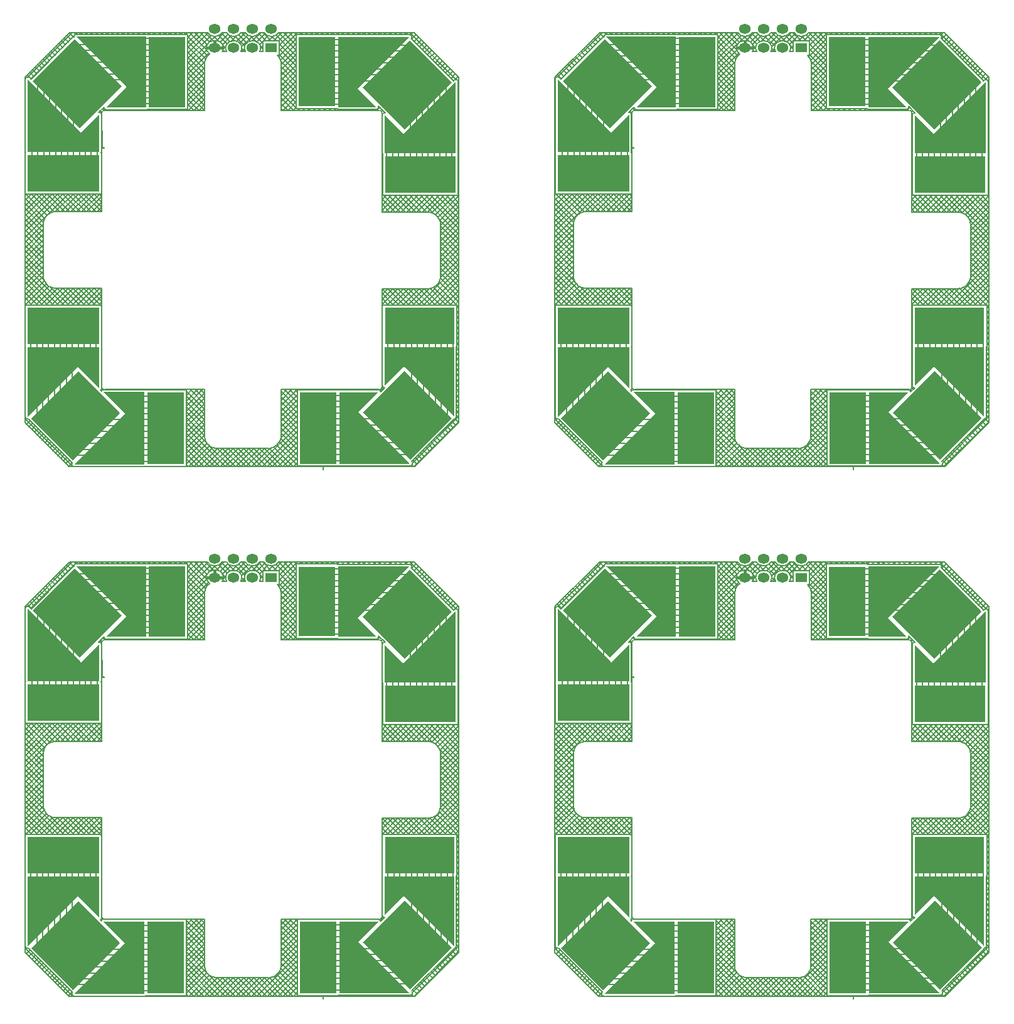
<source format=gtl>
G04*
G04 #@! TF.GenerationSoftware,Altium Limited,Altium Designer,18.1.11 (251)*
G04*
G04 Layer_Physical_Order=1*
G04 Layer_Color=255*
%FSLAX24Y24*%
%MOIN*%
G70*
G01*
G75*
%ADD10C,0.0079*%
%ADD11C,0.0039*%
%ADD12C,0.0157*%
%ADD13R,0.0079X0.0581*%
%ADD14R,0.0581X0.0079*%
%ADD15R,0.1956X0.3742*%
%ADD16R,0.3809X0.1956*%
%ADD17R,0.3775X0.1956*%
%ADD18R,0.1956X0.3715*%
%ADD19R,0.1956X0.3844*%
%ADD20R,0.3710X0.1956*%
%ADD21R,0.1956X0.3822*%
%ADD22R,0.0630X0.0512*%
%ADD23O,0.0630X0.0512*%
%ADD24C,0.0276*%
G36*
X162837Y169988D02*
X162829D01*
X163826Y168991D01*
X161811D01*
X161811Y172722D01*
X165572Y172722D01*
X162837Y169988D01*
D02*
G37*
G36*
X134680D02*
X134671D01*
X135668Y168991D01*
X133653D01*
X133653Y172722D01*
X137414Y172722D01*
X134680Y169988D01*
D02*
G37*
G36*
X151580Y168985D02*
X149473Y168985D01*
X150554Y170065D01*
X150562D01*
X147887Y172741D01*
X151580D01*
Y168985D01*
D02*
G37*
G36*
X123423D02*
X121315Y168985D01*
X122396Y170065D01*
X122404D01*
X119729Y172741D01*
X123423D01*
Y168985D01*
D02*
G37*
G36*
X150302Y170112D02*
X148075Y167884D01*
X145570Y170390D01*
X147797Y172617D01*
X150302Y170112D01*
D02*
G37*
G36*
X122144D02*
X119917Y167884D01*
X117412Y170390D01*
X119639Y172617D01*
X122144Y170112D01*
D02*
G37*
G36*
X167822Y170331D02*
X165316Y167825D01*
X163089Y170052D01*
X165595Y172558D01*
X167822Y170331D01*
D02*
G37*
G36*
X139664D02*
X137159Y167825D01*
X134931Y170052D01*
X137437Y172558D01*
X139664Y170331D01*
D02*
G37*
G36*
X168044Y166547D02*
X164265Y166547D01*
X164265Y168569D01*
X165260Y167574D01*
Y167565D01*
X168044Y170349D01*
Y166547D01*
D02*
G37*
G36*
X139886D02*
X136107Y166547D01*
X136107Y168569D01*
X137102Y167574D01*
Y167565D01*
X139886Y170349D01*
Y166547D01*
D02*
G37*
G36*
X148140Y167642D02*
Y167634D01*
X149100Y168594D01*
Y166616D01*
X145298Y166616D01*
Y170484D01*
X148140Y167642D01*
D02*
G37*
G36*
X119982D02*
Y167634D01*
X120942Y168594D01*
Y166616D01*
X117140Y166616D01*
Y170484D01*
X119982Y167642D01*
D02*
G37*
G36*
X149107Y154072D02*
X147961Y155218D01*
Y155227D01*
X145298Y152564D01*
Y156245D01*
X149107D01*
X149107Y154072D01*
D02*
G37*
G36*
X120949D02*
X119803Y155218D01*
Y155227D01*
X117140Y152564D01*
Y156245D01*
X120949D01*
X120949Y154072D01*
D02*
G37*
G36*
X167955Y156257D02*
X167955Y152566D01*
X165291Y155231D01*
Y155239D01*
X164265Y154213D01*
Y156257D01*
X167955Y156257D01*
D02*
G37*
G36*
X139798D02*
X139798Y152566D01*
X137133Y155231D01*
Y155239D01*
X136107Y154213D01*
Y156257D01*
X139798Y156257D01*
D02*
G37*
G36*
X167841Y152493D02*
X165614Y150266D01*
X163109Y152772D01*
X165336Y154999D01*
X167841Y152493D01*
D02*
G37*
G36*
X139684D02*
X137457Y150266D01*
X134951Y152772D01*
X137178Y154999D01*
X139684Y152493D01*
D02*
G37*
G36*
X150214Y152742D02*
X147708Y150237D01*
X145481Y152464D01*
X147986Y154969D01*
X150214Y152742D01*
D02*
G37*
G36*
X122056D02*
X119550Y150237D01*
X117323Y152464D01*
X119829Y154969D01*
X122056Y152742D01*
D02*
G37*
G36*
X162877Y152808D02*
X162868D01*
X165613Y150064D01*
X161850D01*
Y153863D01*
X163931Y153863D01*
X162877Y152808D01*
D02*
G37*
G36*
X134719D02*
X134711D01*
X137455Y150064D01*
X133693D01*
Y153863D01*
X135774Y153863D01*
X134719Y152808D01*
D02*
G37*
G36*
X151493Y150027D02*
X147763D01*
X150467Y152731D01*
X150475D01*
X149331Y153875D01*
X151493D01*
X151493Y150027D01*
D02*
G37*
G36*
X123336D02*
X119605D01*
X122309Y152731D01*
X122317D01*
X121173Y153875D01*
X123336D01*
X123336Y150027D01*
D02*
G37*
G36*
X162837Y141877D02*
X162829D01*
X163826Y140880D01*
X161811D01*
X161811Y144611D01*
X165572Y144611D01*
X162837Y141877D01*
D02*
G37*
G36*
X134680D02*
X134671D01*
X135668Y140880D01*
X133653D01*
X133653Y144611D01*
X137414Y144611D01*
X134680Y141877D01*
D02*
G37*
G36*
X151580Y140874D02*
X149473Y140874D01*
X150554Y141955D01*
X150562D01*
X147887Y144630D01*
X151580D01*
Y140874D01*
D02*
G37*
G36*
X123423D02*
X121315Y140874D01*
X122396Y141955D01*
X122404D01*
X119729Y144630D01*
X123423D01*
Y140874D01*
D02*
G37*
G36*
X150302Y142001D02*
X148075Y139774D01*
X145570Y142279D01*
X147797Y144507D01*
X150302Y142001D01*
D02*
G37*
G36*
X122144D02*
X119917Y139774D01*
X117412Y142279D01*
X119639Y144507D01*
X122144Y142001D01*
D02*
G37*
G36*
X167822Y142220D02*
X165316Y139715D01*
X163089Y141942D01*
X165595Y144447D01*
X167822Y142220D01*
D02*
G37*
G36*
X139664D02*
X137159Y139715D01*
X134931Y141942D01*
X137437Y144447D01*
X139664Y142220D01*
D02*
G37*
G36*
X168044Y138437D02*
X164265Y138437D01*
X164265Y140459D01*
X165260Y139463D01*
Y139455D01*
X168044Y142239D01*
Y138437D01*
D02*
G37*
G36*
X139886D02*
X136107Y138437D01*
X136107Y140459D01*
X137102Y139463D01*
Y139455D01*
X139886Y142239D01*
Y138437D01*
D02*
G37*
G36*
X148140Y139532D02*
Y139524D01*
X149100Y140483D01*
Y138506D01*
X145298Y138506D01*
Y142374D01*
X148140Y139532D01*
D02*
G37*
G36*
X119982D02*
Y139524D01*
X120942Y140483D01*
Y138506D01*
X117140Y138506D01*
Y142374D01*
X119982Y139532D01*
D02*
G37*
G36*
X149107Y125962D02*
X147961Y127108D01*
Y127116D01*
X145298Y124453D01*
Y128134D01*
X149107D01*
X149107Y125962D01*
D02*
G37*
G36*
X120949D02*
X119803Y127108D01*
Y127116D01*
X117140Y124453D01*
Y128134D01*
X120949D01*
X120949Y125962D01*
D02*
G37*
G36*
X167955Y128147D02*
X167955Y124456D01*
X165291Y127121D01*
Y127129D01*
X164265Y126102D01*
Y128147D01*
X167955Y128147D01*
D02*
G37*
G36*
X139798D02*
X139798Y124456D01*
X137133Y127121D01*
Y127129D01*
X136107Y126102D01*
Y128147D01*
X139798Y128147D01*
D02*
G37*
G36*
X167841Y124383D02*
X165614Y122156D01*
X163109Y124661D01*
X165336Y126888D01*
X167841Y124383D01*
D02*
G37*
G36*
X139684D02*
X137457Y122156D01*
X134951Y124661D01*
X137178Y126888D01*
X139684Y124383D01*
D02*
G37*
G36*
X150214Y124632D02*
X147708Y122126D01*
X145481Y124353D01*
X147986Y126859D01*
X150214Y124632D01*
D02*
G37*
G36*
X122056D02*
X119550Y122126D01*
X117323Y124353D01*
X119829Y126859D01*
X122056Y124632D01*
D02*
G37*
G36*
X162877Y124698D02*
X162868D01*
X165613Y121953D01*
X161850D01*
Y125752D01*
X163931Y125752D01*
X162877Y124698D01*
D02*
G37*
G36*
X134719D02*
X134711D01*
X137455Y121953D01*
X133693D01*
Y125752D01*
X135774Y125752D01*
X134719Y124698D01*
D02*
G37*
G36*
X151493Y121917D02*
X147763D01*
X150467Y124621D01*
X150475D01*
X149331Y125765D01*
X151493D01*
X151493Y121917D01*
D02*
G37*
G36*
X123336D02*
X119605D01*
X122309Y124621D01*
X122317D01*
X121173Y125765D01*
X123336D01*
X123336Y121917D01*
D02*
G37*
D10*
X127487Y143823D02*
G03*
X127541Y144024I-341J201D01*
G01*
X128028Y144398D02*
G03*
X127712Y143823I0J-374D01*
G01*
X128462Y143823D02*
G03*
X128520Y144024I-316J201D01*
G01*
X129462Y143823D02*
G03*
X129520Y144024I-316J201D01*
G01*
X129028Y144398D02*
G03*
X128712Y143823I0J-374D01*
G01*
X129520Y144024D02*
G03*
X129146Y144398I-374J0D01*
G01*
X127028Y144419D02*
G03*
X126812Y143693I0J-395D01*
G01*
X126699Y144847D02*
G03*
X127028Y144650I329J177D01*
G01*
X128520Y144024D02*
G03*
X128146Y144398I-374J0D01*
G01*
X127541Y144024D02*
G03*
X127146Y144419I-395J0D01*
G01*
Y144650D02*
G03*
X127475Y144847I0J374D01*
G01*
X128146Y144650D02*
G03*
X128475Y144847I0J374D01*
G01*
X127699D02*
G03*
X128028Y144650I329J177D01*
G01*
X128699Y144847D02*
G03*
X129028Y144650I329J177D01*
G01*
X129146D02*
G03*
X129475Y144847I0J374D01*
G01*
X129699D02*
G03*
X130028Y144650I329J177D01*
G01*
X130146D02*
G03*
X130475Y144847I0J374D01*
G01*
X116995Y126025D02*
X117020Y126000D01*
X116995Y126183D02*
X117020Y126208D01*
X116995Y125747D02*
X117020Y125722D01*
X116995Y125904D02*
X117020Y125929D01*
X116995Y126739D02*
X117020Y126764D01*
X116995Y126860D02*
X117020Y126835D01*
X116995Y126304D02*
X117020Y126278D01*
X116995Y126582D02*
X117020Y126557D01*
X116995Y126461D02*
X117020Y126486D01*
X116995Y124791D02*
X117020Y124816D01*
X116995Y124912D02*
X117020Y124887D01*
X116995Y124234D02*
X117101Y124340D01*
X116995Y124633D02*
X117020Y124608D01*
X116995Y124512D02*
X117020Y124537D01*
X116995Y125468D02*
X117020Y125443D01*
X116995Y125626D02*
X117020Y125651D01*
X116995Y125069D02*
X117020Y125094D01*
X116995Y125347D02*
X117020Y125372D01*
X116995Y125190D02*
X117020Y125165D01*
X116995Y127296D02*
X117020Y127321D01*
X116995Y127417D02*
X117020Y127392D01*
X116995Y127018D02*
X117020Y127043D01*
X116995Y127139D02*
X117020Y127114D01*
X116995Y127974D02*
X117020Y127949D01*
X116995Y129245D02*
X117022Y129272D01*
X116995Y127574D02*
X117020Y127600D01*
X116995Y127853D02*
X117020Y127878D01*
X116995Y127696D02*
X117020Y127670D01*
X116995Y129802D02*
X117022Y129829D01*
X116995Y129923D02*
X117022Y129895D01*
X116995Y129366D02*
X117022Y129338D01*
X116995Y129644D02*
X117022Y129617D01*
X116995Y129523D02*
X117022Y129551D01*
X116995Y130758D02*
X117387Y130366D01*
X116995Y131036D02*
X117665Y130366D01*
X116995Y130080D02*
X117022Y130107D01*
X116995Y130201D02*
X117022Y130174D01*
X116995Y130479D02*
X117108Y130366D01*
X117500Y123625D02*
X117690Y123816D01*
X117361Y123765D02*
X117551Y123955D01*
X117778Y123347D02*
X117969Y123538D01*
X117639Y123486D02*
X117830Y123677D01*
X117082Y124043D02*
X117273Y124233D01*
X117140Y124333D02*
X117186Y124342D01*
X117221Y123904D02*
X117412Y124094D01*
X117203Y124353D02*
X117212Y124307D01*
X117238Y124268D01*
X118613Y122512D02*
X118804Y122702D01*
X118474Y122651D02*
X118665Y122842D01*
X119031Y122094D02*
X119221Y122285D01*
X118753Y122373D02*
X118943Y122563D01*
X118892Y122233D02*
X119082Y122424D01*
X118057Y123069D02*
X118247Y123259D01*
X117917Y123208D02*
X118108Y123398D01*
X118335Y122790D02*
X118525Y122981D01*
X118196Y122929D02*
X118386Y123120D01*
X118196Y122929D02*
X118386Y123120D01*
X116995Y128410D02*
X117022Y128437D01*
X116995Y128531D02*
X117022Y128503D01*
X117020Y124453D02*
Y128134D01*
X116995Y128252D02*
X117022Y128225D01*
X116995Y128688D02*
X117022Y128715D01*
X116995Y128809D02*
X117022Y128782D01*
Y128174D02*
Y130366D01*
X116995Y129087D02*
X117022Y129060D01*
X116995Y128966D02*
X117022Y128994D01*
X117020Y124453D02*
X117029Y124407D01*
X116995Y128131D02*
X117025Y128162D01*
X117094Y124342D02*
X117140Y124333D01*
X117029Y124407D02*
X117055Y124368D01*
X117094Y124342D01*
X117020Y128134D02*
X117028Y128174D01*
X117559Y130366D02*
X118478Y131285D01*
X117837Y130366D02*
X118739Y131268D01*
X118564D02*
X118626D01*
X118116Y130366D02*
X119018Y131268D01*
X116995Y131472D02*
X117977Y132454D01*
X116995Y131750D02*
X117977Y132732D01*
X116995Y131315D02*
X117944Y130366D01*
X116995Y131194D02*
X117977Y132176D01*
X116995Y132585D02*
X117977Y133567D01*
X116995Y133820D02*
X117977Y132838D01*
X116995Y132985D02*
X117977Y132003D01*
X116995Y133542D02*
X117977Y132560D01*
X116995Y132029D02*
X117977Y133011D01*
X116995Y131871D02*
X118500Y130366D01*
X116995Y130915D02*
X117978Y131898D01*
X116995Y130358D02*
X118131Y131494D01*
X116995Y130637D02*
X118027Y131669D01*
X116995Y131593D02*
X118222Y130366D01*
X116995Y133263D02*
X117977Y132281D01*
X116995Y132307D02*
X117977Y133289D01*
X116995Y132150D02*
X118779Y130366D01*
X116995Y132707D02*
X118023Y131678D01*
X116995Y132428D02*
X119057Y130366D01*
X116995Y133699D02*
X117977Y134681D01*
X116995Y135926D02*
X117343Y136274D01*
X116995Y133421D02*
X117977Y134403D01*
X116995Y134655D02*
X117977Y133673D01*
X116995Y136483D02*
X117022Y136510D01*
X116995Y136604D02*
X117022Y136577D01*
X116995Y135369D02*
X117899Y136274D01*
X116995Y136326D02*
X117022Y136298D01*
X116995Y135648D02*
X117621Y136274D01*
X116995Y134377D02*
X117977Y133395D01*
X116995Y134934D02*
X117977Y133952D01*
X116995Y132864D02*
X117977Y133846D01*
X116995Y133142D02*
X117977Y134124D01*
X116995Y134098D02*
X117977Y133116D01*
X116995Y134534D02*
X118735Y136274D01*
X116995Y134813D02*
X118456Y136274D01*
X116995Y135212D02*
X117977Y134230D01*
X116995Y135490D02*
X117977Y134508D01*
X116995Y134256D02*
X119013Y136274D01*
X117977Y131918D02*
Y134676D01*
Y134739D01*
X117982Y131829D02*
X118010Y131708D01*
X117979Y131891D02*
X117982Y131829D01*
X116995Y135769D02*
X117985Y134779D01*
X116995Y136047D02*
X118054Y134988D01*
X116995Y124131D02*
Y142475D01*
X117977Y134739D02*
X118002Y134865D01*
X118050Y134982D01*
X117280Y130366D02*
X118282Y131367D01*
X118132Y131492D02*
X118222Y131406D01*
X118442Y131292D02*
X118564Y131268D01*
X118222Y131406D02*
X118327Y131338D01*
X118442Y131292D01*
X118010Y131708D02*
X118061Y131594D01*
X116995Y133977D02*
X119291Y136274D01*
X118061Y131594D02*
X118132Y131492D01*
X118050Y134982D02*
X118121Y135089D01*
X118212Y135179D01*
X116995Y136205D02*
X117064Y136274D01*
X116995Y136761D02*
X117022Y136789D01*
Y136298D02*
X117046Y136274D01*
X116995Y136882D02*
X117022Y136855D01*
X116995Y137040D02*
X117022Y137067D01*
X116995Y137161D02*
X117022Y137133D01*
Y136274D02*
Y138466D01*
X116995Y137439D02*
X117022Y137412D01*
X116995Y137318D02*
X117022Y137345D01*
X117046Y136274D02*
X118177Y135144D01*
X118212Y135179D02*
X118318Y135250D01*
X118436Y135298D01*
X118561Y135323D01*
X118624Y135323D01*
X116995Y135091D02*
X118178Y136274D01*
X117325D02*
X118340Y135259D01*
X117603Y136274D02*
X118555Y135322D01*
X117881Y136274D02*
X118832Y135323D01*
X118160Y136274D02*
X119110Y135323D01*
X119559Y121805D02*
X119605Y121796D01*
X119520Y121831D02*
X119559Y121805D01*
X123336Y121796D02*
X123371Y121803D01*
X119605Y121796D02*
X123336D01*
X116995Y124131D02*
X119329Y121796D01*
X116995Y124355D02*
X119554Y121796D01*
X119309Y121816D02*
X119508Y122014D01*
X119485Y121917D02*
X119494Y121870D01*
X119520Y121831D01*
X119329Y121796D02*
X132839Y121796D01*
X123371Y121800D02*
X125563D01*
Y121911D02*
X125678Y121796D01*
X125563Y122190D02*
X125957Y121796D01*
X125563Y122468D02*
X126235Y121796D01*
X125563Y123582D02*
X127349Y121796D01*
X125563Y123860D02*
X127627Y121796D01*
X125563Y122747D02*
X126513Y121796D01*
X125563Y123025D02*
X126792Y121796D01*
X125563Y123303D02*
X127070Y121796D01*
X119170Y121955D02*
X119361Y122146D01*
X119465Y122041D02*
X119504Y122015D01*
X119485Y121917D02*
X119494Y121963D01*
X119520Y122002D01*
X117238Y124268D02*
X119465Y122041D01*
X125563Y122780D02*
X126538Y123755D01*
X125563Y122501D02*
X126538Y123476D01*
X125563Y123615D02*
X126538Y124590D01*
X125563Y123058D02*
X126538Y124033D01*
X125563Y123893D02*
X126538Y124868D01*
X125563Y124974D02*
X126538Y123999D01*
X125563Y121945D02*
X126662Y123044D01*
X125563Y124695D02*
X126538Y123720D01*
X125563Y122223D02*
X126567Y123228D01*
X125563Y125531D02*
X126538Y124555D01*
X125563Y124728D02*
X126538Y125704D01*
X125563Y124172D02*
X126538Y125147D01*
X125563Y124450D02*
X126538Y125425D01*
X125563Y125252D02*
X126538Y124277D01*
X126527Y121796D02*
X127511Y122780D01*
X126249Y121796D02*
X127233Y122780D01*
X127200D02*
X128184Y121796D01*
X126806D02*
X127790Y122780D01*
X125971Y121796D02*
X126984Y122810D01*
X125692Y121796D02*
X126802Y122905D01*
X127363Y121796D02*
X128347Y122780D01*
X126785Y122916D02*
X127905Y121796D01*
X127084D02*
X128068Y122780D01*
X127757D02*
X128741Y121796D01*
X127478Y122780D02*
X128462Y121796D01*
X129149Y122780D02*
X130132Y121796D01*
X127919D02*
X128903Y122780D01*
X128870D02*
X129854Y121796D01*
X129033D02*
X130021Y122784D01*
X127641Y121796D02*
X128625Y122780D01*
X129590Y121796D02*
X131464Y123670D01*
X129427Y122780D02*
X130411Y121796D01*
X129311D02*
X131464Y123948D01*
X126611Y123121D02*
X126682Y123015D01*
X126563Y123239D02*
X126611Y123121D01*
X126773Y122924D02*
X126879Y122854D01*
X126682Y123015D02*
X126773Y122924D01*
X125563Y123337D02*
X126538Y124312D01*
X125563Y124417D02*
X126538Y123442D01*
X125563Y124139D02*
X126674Y123027D01*
X126538Y123364D02*
X126538Y123428D01*
X126538Y123364D02*
X126563Y123239D01*
X128313Y122780D02*
X129297Y121796D01*
X127186Y122780D02*
X129943D01*
X128755Y121796D02*
X129738Y122780D01*
X128476Y121796D02*
X129460Y122780D01*
X128592D02*
X129576Y121796D01*
X126997Y122805D02*
X127122Y122780D01*
X126879Y122854D02*
X126997Y122805D01*
X128198Y121796D02*
X129182Y122780D01*
X127122Y122780D02*
X127186Y122780D01*
X128035D02*
X129019Y121796D01*
X118672Y130366D02*
X119575Y131268D01*
X118394Y130366D02*
X119296Y131268D01*
X118951Y130366D02*
X119853Y131268D01*
X118712D02*
X119614Y130366D01*
X118990Y131268D02*
X119892Y130366D01*
X118388Y131314D02*
X119335Y130366D01*
X119508D02*
X120410Y131268D01*
X119229Y130366D02*
X120131Y131268D01*
X119268D02*
X120171Y130366D01*
X119786D02*
X120688Y131268D01*
X117022Y130366D02*
X121067D01*
X120621D02*
X121087Y130832D01*
X119825Y131268D02*
X120727Y130366D01*
X120343D02*
X121087Y131110D01*
X120064Y130366D02*
X120967Y131268D01*
X119547D02*
X120449Y130366D01*
X120104Y131268D02*
X121006Y130366D01*
X120660Y131268D02*
X121087Y130841D01*
X120382Y131268D02*
X121087Y130563D01*
X119273Y136274D02*
X120224Y135323D01*
X119176D02*
X120127Y136274D01*
X119552D02*
X120502Y135323D01*
X119454D02*
X120405Y136274D01*
X118619Y135323D02*
X119570Y136274D01*
X118438D02*
X119389Y135323D01*
X118995Y136274D02*
X119946Y135323D01*
X118717Y136274D02*
X119667Y135323D01*
X118897D02*
X119848Y136274D01*
X118626Y131268D02*
X121087D01*
X118624Y135323D02*
X121089D01*
X120568D02*
X121088Y135844D01*
X120011Y135323D02*
X120962Y136274D01*
X120289Y135323D02*
X121088Y136122D01*
X119733Y135323D02*
X120683Y136274D01*
X117022D02*
X121067D01*
X119830D02*
X120781Y135323D01*
X120108Y136274D02*
X121059Y135323D01*
X120387Y136274D02*
X121089Y135572D01*
X121002Y125855D02*
X121059Y125799D01*
X121037Y125880D02*
X121080Y125838D01*
X121062Y125811D02*
X121088Y125850D01*
X121127Y125876D01*
X121173Y125885D01*
X121034Y125877D02*
X121061Y125916D01*
X123336Y125885D02*
X123371Y125878D01*
X121146Y125880D02*
X121171Y125904D01*
X121146Y125880D02*
X121171Y125904D01*
X125563Y125564D02*
X125889Y125890D01*
X125563Y125842D02*
X125611Y125890D01*
X125563Y121800D02*
Y125880D01*
Y125285D02*
X126167Y125890D01*
X125563Y125809D02*
X126538Y124834D01*
X125563Y125007D02*
X126446Y125890D01*
X125760D02*
X126538Y125112D01*
Y123428D02*
Y125890D01*
X126317D02*
X126538Y125669D01*
X126038Y125890D02*
X126538Y125391D01*
X121061Y125916D02*
X121070Y125962D01*
X121006Y130366D02*
X121067Y130304D01*
X121070Y128134D02*
X121070Y125962D01*
X121062Y128174D02*
X121070Y128134D01*
X120900Y130366D02*
X121087Y130553D01*
X120939Y131268D02*
X121087Y131120D01*
Y126038D02*
Y131268D01*
X121067Y136274D02*
Y138466D01*
Y128174D02*
Y130366D01*
X121151Y125913D02*
X121205Y125890D01*
X121109Y125954D02*
X121151Y125913D01*
X123371Y125880D02*
X125563D01*
X121173Y125885D02*
X123336D01*
X121235Y125890D02*
X126538Y125890D01*
X120846Y135323D02*
X121089Y135566D01*
X120665Y136274D02*
X121088Y135851D01*
X121087Y126008D02*
X121109Y125954D01*
X120944Y136274D02*
X121088Y136130D01*
X121087Y137433D02*
X121089Y135323D01*
X116995Y138432D02*
X117022Y138459D01*
X116995Y138553D02*
X117020Y138528D01*
X116995Y138153D02*
X117022Y138181D01*
X116995Y138274D02*
X117022Y138247D01*
X116995Y139109D02*
X117020Y139084D01*
X116995Y139267D02*
X117020Y139292D01*
X116995Y138710D02*
X117020Y138735D01*
X116995Y138988D02*
X117020Y139014D01*
X116995Y138831D02*
X117020Y138806D01*
X116995Y137596D02*
X117022Y137624D01*
X116995Y137718D02*
X117022Y137690D01*
X116995Y137875D02*
X117022Y137902D01*
X116995Y137996D02*
X117022Y137968D01*
X117020Y138506D02*
X117028Y138466D01*
X121054D02*
X121062Y138506D01*
Y138602D02*
X121089Y138629D01*
X121062Y138661D02*
X121089Y138634D01*
X121062Y138939D02*
X121092Y138910D01*
X121062Y138880D02*
X121092Y138909D01*
X116995Y139666D02*
X117020Y139641D01*
X116995Y139824D02*
X117020Y139849D01*
X116995Y139388D02*
X117020Y139363D01*
X116995Y139545D02*
X117020Y139570D01*
X116995Y140380D02*
X117020Y140405D01*
X116995Y140501D02*
X117020Y140476D01*
X116995Y139945D02*
X117020Y139920D01*
X116995Y140223D02*
X117020Y140198D01*
X116995Y140102D02*
X117020Y140127D01*
X121027Y140569D02*
X121053Y140530D01*
X120988Y140595D02*
X121027Y140569D01*
X121062Y139715D02*
X121088Y139741D01*
X121053Y140530D02*
X121062Y140483D01*
X121048Y140537D02*
X121085Y140573D01*
X116995Y140659D02*
X117020Y140684D01*
X116995Y140780D02*
X117020Y140755D01*
X120993Y140679D02*
X121085Y140587D01*
X120911Y140598D02*
X120942Y140604D01*
X120988Y140595D01*
X121062Y139496D02*
X121089Y139469D01*
X121062Y139775D02*
X121088Y139749D01*
X121067Y138328D02*
X121089Y138350D01*
X121067Y138377D02*
X121089Y138356D01*
X121062Y138506D02*
Y140483D01*
Y140331D02*
X121086Y140308D01*
X121062Y139994D02*
X121087Y140019D01*
X121062Y140272D02*
X121086Y140296D01*
X121062Y140053D02*
X121087Y140028D01*
X121087Y137433D02*
X121089Y138705D01*
X121192D01*
Y138754D01*
X121092Y138753D02*
X121192Y138754D01*
X121166Y138705D02*
X121192Y138732D01*
X121062Y139158D02*
X121090Y139187D01*
X121062Y139218D02*
X121090Y139190D01*
X121085Y140565D02*
X121092Y138753D01*
X121062Y139437D02*
X121089Y139464D01*
X121085Y140595D02*
X121107Y140649D01*
X121149Y140691D01*
X121203Y140713D01*
X121782Y140713D02*
X121822Y140754D01*
X121503Y140713D02*
X121544Y140754D01*
X121225Y140713D02*
X121274Y140762D01*
X121230Y140789D02*
X121269Y140763D01*
X121753Y140754D02*
X121794Y140713D01*
X121269Y140763D02*
X121315Y140754D01*
X121475Y140754D02*
X121516Y140713D01*
X122867Y140754D02*
X122907Y140713D01*
X122617D02*
X122657Y140754D01*
X123174Y140713D02*
X123214Y140754D01*
X122895Y140713D02*
X122936Y140754D01*
X123145D02*
X123186Y140713D01*
X122060Y140713D02*
X122101Y140754D01*
X122032D02*
X122072Y140713D01*
X122589Y140754D02*
X122629Y140713D01*
X122310Y140754D02*
X122351Y140713D01*
X122339D02*
X122379Y140754D01*
X116995Y141216D02*
X117020Y141241D01*
X116995Y141337D02*
X117020Y141311D01*
X116995Y140937D02*
X117020Y140962D01*
X116995Y141058D02*
X117020Y141033D01*
X116995Y141494D02*
X117020Y141519D01*
X116995Y141615D02*
X117020Y141590D01*
Y138506D02*
Y142374D01*
X116995Y141893D02*
X117020Y141868D01*
X116995Y141772D02*
X117020Y141797D01*
X116995Y142051D02*
X117020Y142076D01*
X116995Y142172D02*
X117020Y142147D01*
X116995Y142329D02*
X117020Y142354D01*
X116995Y142450D02*
X117028Y142416D01*
X117020Y142374D02*
X117029Y142420D01*
X117122Y142602D02*
X117343Y142381D01*
X117029Y142420D02*
X117055Y142459D01*
X117225D02*
X117324Y142360D01*
X117327Y142365D02*
X119554Y144592D01*
X117314Y142370D02*
X119617Y144673D01*
X117055Y142459D02*
X117094Y142485D01*
X117140Y142494D01*
X117186Y142485D02*
X117225Y142459D01*
X117140Y142494D02*
X117186Y142485D01*
X117261Y142741D02*
X117482Y142520D01*
X117400Y142880D02*
X117621Y142659D01*
X117539Y143019D02*
X117760Y142798D01*
X117678Y143158D02*
X117899Y142937D01*
X117818Y143298D02*
X118039Y143077D01*
X117957Y143437D02*
X118178Y143216D01*
X118096Y143576D02*
X118317Y143355D01*
X118235Y143715D02*
X118456Y143494D01*
X118374Y143854D02*
X118595Y143633D01*
X118514Y143994D02*
X118735Y143773D01*
X116995Y142475D02*
X119367Y144847D01*
X117157Y142491D02*
X119512Y144847D01*
X118653Y144133D02*
X118874Y143912D01*
X118792Y144272D02*
X119013Y144051D01*
X118931Y144411D02*
X119152Y144190D01*
X119070Y144550D02*
X119291Y144329D01*
X119210Y144689D02*
X119431Y144468D01*
X119554Y144592D02*
X119593Y144618D01*
X119608Y144630D02*
X119618Y144676D01*
X119349Y144829D02*
X119573Y144605D01*
X119609Y144847D02*
X119709Y144747D01*
X119618Y144676D02*
X119644Y144716D01*
X119683Y144742D01*
X119729Y144751D01*
X120911Y140598D02*
X121197Y140883D01*
X120723Y144847D02*
X120819Y144751D01*
X121132Y140818D02*
X121237Y140713D01*
X121195Y140874D02*
X121204Y140828D01*
X121230Y140789D01*
X119686Y144742D02*
X119791Y144847D01*
X119887D02*
X119983Y144751D01*
X120530D02*
X120626Y144847D01*
X119973Y144751D02*
X120069Y144847D01*
X120444D02*
X120540Y144751D01*
X121365D02*
X121461Y144847D01*
X121279D02*
X121375Y144751D01*
X121644D02*
X121740Y144847D01*
X121558D02*
X121654Y144751D01*
X120252D02*
X120348Y144847D01*
X120166D02*
X120262Y144751D01*
X121087D02*
X121183Y144847D01*
X120808Y144751D02*
X120904Y144847D01*
X121001D02*
X121097Y144751D01*
X122671Y144847D02*
X122767Y144751D01*
X122479D02*
X122575Y144847D01*
X123035Y144751D02*
X123131Y144847D01*
X122757Y144751D02*
X122853Y144847D01*
X122950D02*
X123046Y144751D01*
X121922D02*
X122018Y144847D01*
X121836D02*
X121932Y144751D01*
X122393Y144847D02*
X122489Y144751D01*
X122115Y144847D02*
X122211Y144751D01*
X122200D02*
X122296Y144847D01*
X123452Y140713D02*
X123501Y140762D01*
X123424Y140754D02*
X123464Y140713D01*
X123730D02*
X123780Y140762D01*
X123694D02*
X123743Y140713D01*
X124009Y140713D02*
X124058Y140762D01*
X123972D02*
X124021Y140713D01*
X124529Y140762D02*
X124578Y140713D01*
X124250Y140762D02*
X124299Y140713D01*
X124287D02*
X124336Y140762D01*
X121233Y140713D02*
X126551Y140713D01*
X124566Y140713D02*
X124615Y140762D01*
X125085D02*
X125135Y140713D01*
X124807Y140762D02*
X124856Y140713D01*
X124844D02*
X124893Y140762D01*
X125364D02*
X125413Y140713D01*
X125122D02*
X125171Y140762D01*
X125401Y140713D02*
X125450Y140762D01*
X125651Y141032D02*
X125970Y140713D01*
X125651Y141588D02*
X126526Y140713D01*
X123423Y140754D02*
X123466Y140762D01*
X121315Y140754D02*
X123423Y140754D01*
X125642Y140762D02*
X125691Y140713D01*
X123466Y140762D02*
X125651D01*
Y142145D02*
X126551Y141245D01*
X125651Y141520D02*
X126551Y142421D01*
X125651Y140964D02*
X126551Y141864D01*
X125651Y141242D02*
X126551Y142142D01*
X125651Y141867D02*
X126551Y140967D01*
X125651Y142077D02*
X126551Y142977D01*
X125651Y142980D02*
X126551Y142080D01*
X125651Y142424D02*
X126551Y141523D01*
X125651Y142702D02*
X126551Y141802D01*
X125651Y141799D02*
X126551Y142699D01*
X125651Y143191D02*
X126691Y144230D01*
X125651Y144372D02*
X126601Y143422D01*
X125651Y142356D02*
X126556Y143261D01*
X125651Y143816D02*
X126551Y142915D01*
X125651Y143259D02*
X126551Y142359D01*
X125958Y140713D02*
X126551Y141307D01*
X125651Y141310D02*
X126248Y140713D01*
X126514D02*
X126551Y140750D01*
X126236Y140713D02*
X126551Y141029D01*
X125651Y143537D02*
X126551Y142637D01*
X125651Y144094D02*
X126551Y143194D01*
X125679Y140713D02*
X126551Y141585D01*
X126551Y143236D02*
X126551Y143174D01*
Y140713D02*
Y143174D01*
X126551Y143236D02*
X126575Y143358D01*
X126622Y143474D01*
X126689Y143578D01*
X126776Y143668D01*
X126812Y143693D01*
X125651Y142634D02*
X126755Y143738D01*
X125651Y142912D02*
X126649Y143911D01*
X129625Y143823D02*
X129654Y143853D01*
X129489Y143875D02*
X129541Y143823D01*
X129462D02*
X129654D01*
X127487Y143823D02*
X127712D01*
X127676D02*
X127699Y143846D01*
X127520Y143896D02*
X127592Y143823D01*
X127506Y144188D02*
X127654Y144040D01*
X127537Y143963D02*
X127659Y144085D01*
X128462Y143823D02*
X128712D01*
X128511D02*
X128658Y143970D01*
X128520Y144009D02*
X128706Y143823D01*
X129501Y144141D02*
X129654Y143989D01*
X129519Y143996D02*
X129654Y144131D01*
Y144398D02*
X130520D01*
X124063Y144847D02*
X124170Y144740D01*
X123860D02*
X123967Y144847D01*
X125651Y140762D02*
Y144740D01*
X124342Y144847D02*
X124448Y144740D01*
X125651Y144304D02*
X126194Y144847D01*
X125651Y144583D02*
X125915Y144847D01*
X125734D02*
X126642Y143938D01*
X125651Y144026D02*
X126472Y144847D01*
X126012D02*
X126669Y144190D01*
X125651Y144651D02*
X126706Y143596D01*
X126822Y144361D02*
X127111Y144650D01*
X127028D02*
X127146D01*
X127028Y144419D02*
X127146D01*
X125651Y143469D02*
X126868Y144686D01*
X125651Y143747D02*
X126718Y144815D01*
X126290Y144847D02*
X126794Y144343D01*
X126569Y144847D02*
X126997Y144418D01*
X123228Y144847D02*
X123324Y144751D01*
X119729D02*
X123423D01*
X123469Y144742D01*
X123314Y144751D02*
X123410Y144847D01*
X123582Y144740D02*
X123688Y144847D01*
X123506D02*
X123613Y144740D01*
X124417D02*
X124523Y144847D01*
X123785D02*
X123892Y144740D01*
X124138D02*
X124245Y144847D01*
X124620D02*
X124727Y144740D01*
X123471D02*
X125651D01*
X124973D02*
X125080Y144847D01*
X124695Y144740D02*
X124802Y144847D01*
X124898D02*
X125005Y144740D01*
X125177Y144847D02*
X125284Y144740D01*
X119367Y144847D02*
X126699D01*
X125530Y144740D02*
X125637Y144847D01*
X125252Y144740D02*
X125359Y144847D01*
X125455D02*
X125562Y144740D01*
X127044Y144650D02*
X127310Y144384D01*
X127292Y144680D02*
X127727Y144246D01*
X127368Y144351D02*
X127770Y144753D01*
X127499Y144203D02*
X127953Y144658D01*
X127448Y144803D02*
X127882Y144368D01*
X127967Y144393D02*
X128235Y144661D01*
X128512Y144103D02*
X129059Y144650D01*
X128157Y144650D02*
X128671Y144136D01*
X129654Y143823D02*
Y144398D01*
X128991Y144652D02*
X129263Y144379D01*
X129255Y144666D02*
X129654Y144267D01*
X128365Y144721D02*
X128781Y144305D01*
X128239Y144386D02*
X128699Y144846D01*
X129465Y144220D02*
X129913Y144668D01*
X128415Y144284D02*
X128835Y144704D01*
X129321Y144355D02*
X129745Y144779D01*
X127806Y144723D02*
X128131Y144398D01*
X127475Y144847D02*
X127699D01*
X128028Y144398D02*
X128146D01*
X128028Y144650D02*
X128146D01*
X127158Y144419D02*
X127586Y144847D01*
X127682D02*
X127727Y144802D01*
X128475Y144847D02*
X128699D01*
X129425Y144775D02*
X129801Y144398D01*
X129028Y144650D02*
X129146D01*
X129028Y144398D02*
X129146D01*
X128517Y144847D02*
X128971Y144394D01*
X129086Y144398D02*
X129534Y144847D01*
X129631D02*
X130080Y144398D01*
X129475Y144847D02*
X129699D01*
X130703Y121796D02*
X131464Y122557D01*
X129705Y122780D02*
X130689Y121796D01*
X131260D02*
X131464Y122000D01*
X130982Y121796D02*
X131464Y122278D01*
X129981Y122783D02*
X130968Y121796D01*
X129868D02*
X131464Y123392D01*
X130206Y122836D02*
X131246Y121796D01*
X130377Y122944D02*
X131464Y121856D01*
X130425Y121796D02*
X131464Y122835D01*
X131773Y121825D02*
X131803Y121796D01*
X131464Y121825D02*
X133656D01*
X132095Y121796D02*
X132125Y121825D01*
X131817Y121796D02*
X131846Y121825D01*
X132052D02*
X132081Y121796D01*
X130146D02*
X131464Y123113D01*
X130502Y123097D02*
X131464Y122135D01*
X131538Y121796D02*
X131568Y121825D01*
X131464Y121856D02*
X131495Y121825D01*
X131524Y121796D01*
X129970Y122782D02*
X130032Y122785D01*
X130154Y122813D01*
X130267Y122864D01*
X130369Y122936D01*
X130455Y123025D01*
X130523Y123130D01*
X130569Y123245D01*
X130593Y123430D02*
X130593Y123367D01*
X130569Y123245D02*
X130593Y123367D01*
X130580Y123297D02*
X131464Y122413D01*
X130590Y123353D02*
X131464Y124227D01*
X130593Y123562D02*
X131464Y122692D01*
X130593Y124119D02*
X131464Y123248D01*
X130593Y123841D02*
X131464Y122970D01*
X130593Y123634D02*
X131464Y124505D01*
X130593Y123913D02*
X131464Y124784D01*
X130593Y124397D02*
X131464Y123527D01*
X130593Y124954D02*
X131464Y124083D01*
X130593Y124676D02*
X131464Y123805D01*
X132652Y121796D02*
X132681Y121825D01*
X132609D02*
X132638Y121796D01*
X132839Y121650D02*
X132839Y121796D01*
X132839Y121650D02*
Y121796D01*
X132374D02*
X132403Y121825D01*
X132330D02*
X132360Y121796D01*
X135663Y121833D02*
X135700Y121796D01*
X135385Y121833D02*
X135422Y121796D01*
X135436D02*
X135473Y121833D01*
X136549Y121796D02*
X136586Y121833D01*
X136498D02*
X136535Y121796D01*
X137055Y121833D02*
X137092Y121796D01*
X136777Y121833D02*
X136814Y121796D01*
X136828D02*
X136865Y121833D01*
X135942D02*
X135979Y121796D01*
X135714D02*
X135751Y121833D01*
X136271Y121796D02*
X136308Y121833D01*
X135993Y121796D02*
X136030Y121833D01*
X136220D02*
X136257Y121796D01*
X132930Y121796D02*
X132960Y121825D01*
X132887D02*
X132916Y121796D01*
X133209D02*
X133238Y121825D01*
X133165D02*
X133195Y121796D01*
X133487Y121796D02*
X133517Y121825D01*
X133444D02*
X133473Y121796D01*
X133766D02*
X133802Y121833D01*
X133656Y121840D02*
X133693Y121833D01*
X133715D02*
X133752Y121796D01*
X134828Y121833D02*
X134865Y121796D01*
X134601D02*
X134638Y121833D01*
X135157Y121796D02*
X135194Y121833D01*
X134879Y121796D02*
X134916Y121833D01*
X135107D02*
X135143Y121796D01*
X134044Y121796D02*
X134081Y121833D01*
X133993D02*
X134030Y121796D01*
X134550Y121833D02*
X134587Y121796D01*
X134271Y121833D02*
X134308Y121796D01*
X134322D02*
X134359Y121833D01*
X130593Y124191D02*
X131464Y125062D01*
X130593Y124748D02*
X131464Y125619D01*
Y121825D02*
Y125883D01*
X130593Y125511D02*
X131464Y124640D01*
X130593Y123430D02*
X130593Y125890D01*
X130593Y125026D02*
X131457Y125890D01*
X130593Y125305D02*
X131178Y125890D01*
X130593Y125862D02*
X130622Y125890D01*
X130593Y125583D02*
X130900Y125890D01*
X130593Y125233D02*
X131464Y124362D01*
X130593Y124470D02*
X131464Y125340D01*
X130593Y125789D02*
X131464Y124919D01*
X135820Y125864D02*
X135859Y125838D01*
X135885Y125798D01*
X130771Y125890D02*
X131464Y125197D01*
X131049Y125890D02*
X131464Y125475D01*
X131328Y125890D02*
X131464Y125754D01*
X135859Y125838D02*
X136032Y126011D01*
X135890Y125771D02*
X136102Y125983D01*
X133656Y125866D02*
X133693Y125873D01*
X131464Y125883D02*
X133656D01*
X135774Y125873D02*
X135820Y125864D01*
X133693Y125873D02*
X135774Y125873D01*
X133660Y125866D02*
X133684Y125890D01*
X130593D02*
X135810D01*
X135782D02*
X135805Y125867D01*
X135839Y125890D02*
X135893Y125913D01*
X135935Y125954D01*
X135953Y125998D02*
X136035Y125915D01*
X135935Y125954D02*
X135957Y126008D01*
X135957Y126215D02*
X135986Y126244D01*
X135957Y126493D02*
X135986Y126522D01*
X135957Y126271D02*
X135986Y126242D01*
X135957Y126038D02*
X135957Y131254D01*
X135957Y127328D02*
X135986Y127357D01*
X135957Y126550D02*
X135986Y126521D01*
X135957Y126828D02*
X135986Y126799D01*
X135957Y126772D02*
X135986Y126801D01*
X135957Y127050D02*
X135986Y127079D01*
X135957Y127107D02*
X135986Y127078D01*
X135957Y127385D02*
X135986Y127356D01*
X135957Y127607D02*
X135986Y127636D01*
X135957Y127663D02*
X135986Y127634D01*
X135957Y127885D02*
X135986Y127914D01*
Y126103D02*
Y128147D01*
X135957Y127942D02*
X135986Y127913D01*
X135957Y128442D02*
X135989Y128473D01*
X135986Y126102D02*
X135996Y126056D01*
X135986Y128147D02*
X135994Y128186D01*
X136061Y125991D02*
X136102Y125983D01*
X135996Y126056D02*
X136022Y126017D01*
X136061Y125991D01*
X135957Y128163D02*
X135989Y128195D01*
X135957Y128220D02*
X135989Y128189D01*
Y128186D02*
Y130378D01*
X135957Y128720D02*
X135989Y128752D01*
X135957Y128498D02*
X135989Y128467D01*
X135957Y129277D02*
X135989Y129308D01*
X135957Y129334D02*
X135989Y129302D01*
X135957Y128777D02*
X135989Y128746D01*
X135957Y128999D02*
X135989Y129030D01*
X135957Y129555D02*
X135989Y129587D01*
X135957Y129612D02*
X135989Y129581D01*
X135957Y129834D02*
X135989Y129865D01*
X135957Y131226D02*
X135986Y131254D01*
X135957Y129890D02*
X135989Y129859D01*
X135957Y129055D02*
X135989Y129024D01*
X135957Y130112D02*
X135989Y130144D01*
X135957Y130169D02*
X135989Y130137D01*
X135957Y130447D02*
X136026Y130378D01*
X135957Y130726D02*
X136305Y130378D01*
X135957Y131004D02*
X136583Y130378D01*
X135957Y130391D02*
X136821Y131254D01*
X135985D02*
X136861Y130378D01*
X135957Y130947D02*
X136264Y131254D01*
X135957Y130669D02*
X136543Y131254D01*
X137106Y121796D02*
X137143Y121833D01*
X133693D02*
X137455D01*
X137385Y121796D02*
X137421Y121833D01*
X137334D02*
X137371Y121796D01*
X137455Y121833D02*
X137501Y121842D01*
X137540Y121868D01*
X137566Y121907D01*
Y121999D02*
X137576Y121953D01*
X137566Y121907D02*
X137576Y121953D01*
X137555Y121890D02*
X137649Y121796D01*
X132839Y121796D02*
X137719Y121796D01*
X137597Y122126D02*
X137823Y121900D01*
X137736Y122265D02*
X137962Y122039D01*
X137876Y122404D02*
X138101Y122179D01*
X137570Y121981D02*
X140053Y124465D01*
X137542Y122071D02*
X139769Y124298D01*
X137663Y121796D02*
X140053Y124186D01*
X138015Y122544D02*
X138241Y122318D01*
X137719Y121796D02*
X140053Y124131D01*
X138154Y122683D02*
X138380Y122457D01*
X138293Y122822D02*
X138519Y122596D01*
X138432Y122961D02*
X138658Y122735D01*
X138572Y123100D02*
X138797Y122874D01*
X138711Y123240D02*
X138937Y123014D01*
X138850Y123379D02*
X139076Y123153D01*
X138989Y123518D02*
X139215Y123292D01*
X139128Y123657D02*
X139354Y123431D01*
X139267Y123796D02*
X139493Y123570D01*
X139407Y123936D02*
X139633Y123710D01*
X139546Y124075D02*
X139772Y123849D01*
X139685Y124214D02*
X139911Y123988D01*
X139769Y124298D02*
X139794Y124336D01*
X139835Y124343D02*
X140050Y124127D01*
X139798Y124335D02*
X139844Y124345D01*
X139883Y124371D01*
X139909Y124410D01*
X139910Y128186D02*
X139918Y128147D01*
X139909Y124410D02*
X139918Y124456D01*
X139918Y124816D02*
X140053Y124681D01*
X139918Y124886D02*
X140053Y125022D01*
X139918Y124538D02*
X140053Y124402D01*
X139918Y124608D02*
X140053Y124743D01*
X139918Y128147D02*
X139918Y124456D01*
X139918Y125443D02*
X140053Y125578D01*
X139918Y125094D02*
X140053Y124959D01*
X139918Y125373D02*
X140053Y125237D01*
X139918Y125165D02*
X140053Y125300D01*
X139918Y126000D02*
X140053Y126135D01*
X139918Y126208D02*
X140053Y126073D01*
X139918Y125651D02*
X140053Y125516D01*
X139918Y125930D02*
X140053Y125794D01*
X139918Y125721D02*
X140053Y125857D01*
X139918Y126765D02*
X140053Y126629D01*
X139918Y126835D02*
X140053Y126970D01*
X139918Y126278D02*
X140053Y126413D01*
X139918Y126557D02*
X140053Y126692D01*
X139918Y126486D02*
X140053Y126351D01*
X139935Y128696D02*
X140053Y128578D01*
X139935Y128801D02*
X140053Y128919D01*
X139935Y128418D02*
X140053Y128300D01*
X139935Y128522D02*
X140053Y128641D01*
X139935Y129358D02*
X140053Y129476D01*
X139935Y129532D02*
X140053Y129413D01*
X139935Y128975D02*
X140053Y128857D01*
X139935Y129253D02*
X140053Y129135D01*
X139935Y129079D02*
X140053Y129197D01*
X139918Y127392D02*
X140053Y127527D01*
X139918Y127600D02*
X140053Y127465D01*
X139918Y127043D02*
X140053Y126908D01*
X139918Y127322D02*
X140053Y127186D01*
X139918Y127113D02*
X140053Y127249D01*
X139918Y127878D02*
X140053Y127743D01*
X139916Y128159D02*
X140053Y128021D01*
X139918Y127670D02*
X140053Y127805D01*
X139935Y128244D02*
X140053Y128362D01*
X139918Y127948D02*
X140053Y128084D01*
X137099Y131254D02*
X137975Y130378D01*
X137059D02*
X137935Y131254D01*
X137377D02*
X138253Y130378D01*
X137337D02*
X138213Y131254D01*
X136502Y130378D02*
X137378Y131254D01*
X136264D02*
X137140Y130378D01*
X136821Y131254D02*
X137696Y130378D01*
X136542Y131254D02*
X137418Y130378D01*
X136780D02*
X137656Y131254D01*
X137656D02*
X138532Y130378D01*
X137615D02*
X138493Y131256D01*
X138705Y131319D02*
X139645Y130378D01*
X137934Y131254D02*
X138810Y130378D01*
X138213Y131254D02*
X139088Y130378D01*
X138172D02*
X140053Y132260D01*
X137894Y130378D02*
X140053Y132538D01*
X138868Y131434D02*
X139924Y130378D01*
X138451D02*
X140053Y131981D01*
X138729Y130378D02*
X140053Y131703D01*
X136223Y130378D02*
X137099Y131254D01*
X135957D02*
X138420D01*
X138484Y131254D02*
X138609Y131279D01*
X138420Y131254D02*
X138484Y131254D01*
X138609Y131279D02*
X138727Y131328D01*
X138833Y131399D01*
X138923Y131489D01*
X138994Y131595D01*
X138983Y134984D02*
X139034Y134870D01*
X138490Y131255D02*
X139367Y130378D01*
X135989D02*
X139935D01*
X139007D02*
X140053Y131424D01*
X138994Y131595D02*
X139043Y131713D01*
X138990Y131590D02*
X140053Y130527D01*
X137991Y136208D02*
X140053Y134146D01*
X138270Y136208D02*
X140053Y134424D01*
X139021Y134900D02*
X140053Y133868D01*
X139034Y134870D02*
X139063Y134749D01*
X138548Y136208D02*
X140053Y134703D01*
X139935Y130193D02*
X140053Y130311D01*
X139935Y130367D02*
X140053Y130248D01*
X139935Y129914D02*
X140053Y130033D01*
X139935Y130088D02*
X140053Y129970D01*
X139043Y131713D02*
X139068Y131838D01*
X139068Y131902D02*
X139068Y131838D01*
X140053Y124131D02*
Y142473D01*
X139068Y131902D02*
X139068Y134660D01*
X139935Y128186D02*
Y130378D01*
X139564D02*
X140053Y130868D01*
X139286Y130378D02*
X140053Y131146D01*
X139935Y129636D02*
X140053Y129754D01*
X139843Y130378D02*
X140053Y130589D01*
X139935Y129810D02*
X140053Y129692D01*
X139060Y131799D02*
X140053Y130805D01*
X139066Y131829D02*
X140053Y132816D01*
X139068Y132070D02*
X140053Y131084D01*
X139068Y132626D02*
X140053Y131640D01*
X139068Y132348D02*
X140053Y131362D01*
X139068Y132109D02*
X140053Y133095D01*
X139068Y132387D02*
X140053Y133373D01*
X139068Y132905D02*
X140053Y131919D01*
X139068Y133462D02*
X140053Y132476D01*
X139068Y133740D02*
X140053Y132754D01*
X139063Y134749D02*
X139065Y134687D01*
X139068Y132666D02*
X140053Y133652D01*
X139068Y134018D02*
X140053Y133032D01*
X139068Y132944D02*
X140053Y133930D01*
X139068Y133222D02*
X140053Y134208D01*
X139068Y133501D02*
X140053Y134487D01*
X139068Y133183D02*
X140053Y132197D01*
X139068Y134575D02*
X140053Y133589D01*
X139068Y134297D02*
X140053Y133311D01*
X139068Y133779D02*
X140053Y134765D01*
X139036Y134862D02*
X140053Y135879D01*
X139068Y134058D02*
X140053Y135044D01*
X139068Y134614D02*
X140053Y135600D01*
X139068Y134336D02*
X140053Y135322D01*
X132854Y140789D02*
X132929Y140713D01*
X132639D02*
X132715Y140789D01*
X133132D02*
X133208Y140713D01*
X132917D02*
X132993Y140789D01*
X132082Y140713D02*
X132158Y140789D01*
X132018D02*
X132094Y140713D01*
X132575Y140789D02*
X132651Y140713D01*
X132297Y140789D02*
X132373Y140713D01*
X132361D02*
X132436Y140789D01*
X130607Y140713D02*
X135810Y140713D01*
X134031Y140713D02*
X134078Y140760D01*
X134588Y140713D02*
X134634Y140760D01*
X134275D02*
X134321Y140713D01*
X134553Y140760D02*
X134600Y140713D01*
X133474Y140713D02*
X133550Y140789D01*
X133196Y140713D02*
X133272Y140789D01*
X133996Y140760D02*
X134043Y140713D01*
X133718Y140760D02*
X133765Y140713D01*
X133752D02*
X133799Y140760D01*
X130607Y141087D02*
X130981Y140713D01*
X130607Y140809D02*
X130702Y140713D01*
X131247D02*
X131422Y140888D01*
Y140829D02*
X131462Y140789D01*
X130607Y141365D02*
X131259Y140713D01*
X130607Y141644D02*
X131422Y140829D01*
X130969Y140713D02*
X131422Y141166D01*
X130607Y140908D02*
X131422Y141723D01*
X130690Y140713D02*
X131422Y141445D01*
X133577Y140789D02*
X133607Y140769D01*
X131422Y140789D02*
X133577D01*
X134309Y140713D02*
X134356Y140760D01*
X133607Y140769D02*
X133653Y140760D01*
X135668D01*
X131525Y140713D02*
X131601Y140789D01*
X131462D02*
X131537Y140713D01*
X133410Y140789D02*
X133486Y140713D01*
X131740Y140789D02*
X131816Y140713D01*
X131804D02*
X131880Y140789D01*
X135957Y138742D02*
X135986Y138771D01*
X135957Y138799D02*
X135986Y138770D01*
X135957Y138464D02*
X135986Y138493D01*
X135957Y138520D02*
X135986Y138491D01*
X135957Y135310D02*
Y140565D01*
Y139356D02*
X135986Y139327D01*
X135957Y139021D02*
X135986Y139050D01*
X135957Y139299D02*
X135986Y139328D01*
X135957Y139077D02*
X135986Y139048D01*
X135957Y139634D02*
X135986Y139605D01*
X135957Y139856D02*
X135986Y139885D01*
X135957Y136293D02*
X135993Y136258D01*
X135957Y139577D02*
X135986Y139606D01*
X135957Y137685D02*
X135993Y137650D01*
X135957Y139912D02*
X135986Y139883D01*
X135957Y140134D02*
X135986Y140163D01*
X135986Y138437D02*
X135986Y140459D01*
X135957Y140191D02*
X135986Y140162D01*
X135957Y140413D02*
X135986Y140442D01*
X134866Y140713D02*
X134913Y140760D01*
X134831D02*
X134878Y140713D01*
X135144D02*
X135191Y140760D01*
X135110D02*
X135157Y140713D01*
X135423D02*
X135470Y140760D01*
X135388D02*
X135435Y140713D01*
X135667Y140760D02*
X135713Y140713D01*
X135668Y140760D02*
X135714Y140769D01*
X135753Y140795D01*
X135893Y140691D02*
X135935Y140649D01*
X135839Y140713D02*
X135893Y140691D01*
X135957Y140469D02*
X135986Y140440D01*
X135935Y140649D02*
X135957Y140595D01*
X135925Y140659D02*
X135985Y140718D01*
X135701Y140713D02*
X135846Y140858D01*
X135753Y140795D02*
X135779Y140834D01*
X135925Y140659D02*
X135985Y140718D01*
X135780Y140923D02*
X135789Y140880D01*
X135779Y140834D02*
X135789Y140880D01*
X130607Y141465D02*
X131422Y142280D01*
X130607Y142479D02*
X131422Y141664D01*
X130607Y141922D02*
X131422Y141107D01*
X130607Y141187D02*
X131422Y142002D01*
X130607Y143176D02*
X130607Y143239D01*
X130582Y143365D02*
X130607Y143239D01*
X130607Y140713D02*
Y143176D01*
Y142757D02*
X131422Y141942D01*
X130607Y141743D02*
X131422Y142558D01*
X130607Y142300D02*
X131422Y143115D01*
X130588Y143333D02*
X131422Y142499D01*
X130607Y142201D02*
X131422Y141386D01*
X130607Y143036D02*
X131422Y142221D01*
X130607Y142022D02*
X131422Y142837D01*
X130520Y143679D02*
X131422Y142778D01*
X130520Y143958D02*
X131422Y143056D01*
X130607Y142579D02*
X131422Y143393D01*
X130607Y143135D02*
X131422Y143950D01*
X130607Y142857D02*
X131422Y143672D01*
X130401Y143650D02*
X130462Y143589D01*
X130401Y143650D02*
X130520D01*
X130462Y143589D02*
X130533Y143482D01*
X130520Y143650D02*
Y144398D01*
X129921D02*
X130174Y144651D01*
X130106Y144650D02*
X130358Y144398D01*
X130028Y144650D02*
X130146D01*
X130479Y143564D02*
X131422Y144507D01*
X130334Y144701D02*
X131422Y143613D01*
X130520Y144236D02*
X131422Y143334D01*
X130533Y143482D02*
X130582Y143365D01*
X130575Y143382D02*
X131422Y144229D01*
X130472Y144841D02*
X131422Y143891D01*
X130199Y144398D02*
X130648Y144847D01*
X130520Y143884D02*
X131483Y144847D01*
X130478Y144398D02*
X130926Y144847D01*
X130520Y144162D02*
X131205Y144847D01*
X130745D02*
X131422Y144170D01*
X131023Y144847D02*
X131422Y144448D01*
Y140789D02*
Y144740D01*
X133614Y144724D02*
X133653Y144732D01*
X131301Y144847D02*
X131422Y144726D01*
X133528Y144847D02*
X133645Y144730D01*
X134085Y144847D02*
X134200Y144732D01*
X133807Y144847D02*
X133922Y144732D01*
X133874D02*
X133989Y144847D01*
X134987Y144732D02*
X135102Y144847D01*
X134920D02*
X135035Y144732D01*
X135199Y144847D02*
X135314Y144732D01*
X135266D02*
X135381Y144847D01*
X135544Y144732D02*
X135659Y144847D01*
X134152Y144732D02*
X134267Y144847D01*
X134364D02*
X134479Y144732D01*
X134709D02*
X134824Y144847D01*
X134430Y144732D02*
X134545Y144847D01*
X134642D02*
X134757Y144732D01*
X132415Y144847D02*
X132522Y144740D01*
X132212D02*
X132318Y144847D01*
X132693D02*
X132800Y144740D01*
X132490D02*
X132597Y144847D01*
X131655Y144740D02*
X131761Y144847D01*
X131580D02*
X131686Y144740D01*
X132137Y144847D02*
X132243Y144740D01*
X131858Y144847D02*
X131965Y144740D01*
X131933D02*
X132040Y144847D01*
X132768Y144740D02*
X132875Y144847D01*
X131422Y144740D02*
X133614D01*
X133250Y144847D02*
X133357Y144740D01*
X132972Y144847D02*
X133078Y144740D01*
X133047D02*
X133153Y144847D01*
X133603Y144740D02*
X133710Y144847D01*
X133325Y144740D02*
X133432Y144847D01*
X135822Y144732D02*
X135937Y144847D01*
X135477D02*
X135592Y144732D01*
X135756Y144847D02*
X135871Y144732D01*
X135957Y136015D02*
X136663Y135310D01*
X135957Y135680D02*
X136485Y136208D01*
X135957Y135458D02*
X136106Y135310D01*
X135957Y135737D02*
X136384Y135310D01*
X136043Y136208D02*
X136941Y135310D01*
X135957Y135402D02*
X136764Y136208D01*
X136321D02*
X137219Y135310D01*
X136144Y135310D02*
X137042Y136208D01*
X136422Y135310D02*
X137320Y136208D01*
X135957Y135310D02*
X138418Y135310D01*
X136599Y136208D02*
X137498Y135310D01*
X136979D02*
X137877Y136208D01*
X136701Y135310D02*
X137599Y136208D01*
X136878D02*
X137776Y135310D01*
X137156Y136208D02*
X138055Y135310D01*
X137257Y135310D02*
X138156Y136208D01*
X137713D02*
X138657Y135264D01*
X137435Y136208D02*
X138333Y135310D01*
X137536Y135310D02*
X138434Y136208D01*
X135957Y136572D02*
X135993Y136536D01*
X135957Y136794D02*
X135993Y136829D01*
X135957Y136237D02*
X135993Y136272D01*
X135957Y136515D02*
X135993Y136551D01*
X135957Y136850D02*
X135993Y136815D01*
X135957Y137072D02*
X135993Y137107D01*
Y136208D02*
Y138400D01*
X135957Y137964D02*
X135993Y137928D01*
X135957Y137129D02*
X135993Y137093D01*
X135957Y135958D02*
X136207Y136208D01*
X135957Y137350D02*
X135993Y137386D01*
Y136258D02*
X136043Y136208D01*
X135957Y137407D02*
X135993Y137371D01*
Y136208D02*
X140004D01*
X135957Y137629D02*
X135993Y137664D01*
X135957Y137907D02*
X135993Y137943D01*
X135957Y138185D02*
X135993Y138221D01*
X135957Y138242D02*
X135993Y138207D01*
X135986Y138437D02*
X135994Y138400D01*
X138718Y135239D02*
X138822Y135172D01*
X138602Y135286D02*
X138718Y135239D01*
X138912Y135085D02*
X138983Y134984D01*
X138822Y135172D02*
X138912Y135085D01*
X138092Y135310D02*
X138991Y136208D01*
X137814Y135310D02*
X138712Y136208D01*
X138480Y135310D02*
X138602Y135286D01*
X138418Y135310D02*
X138480Y135310D01*
X138371Y135310D02*
X139269Y136208D01*
X138802Y135184D02*
X139826Y136208D01*
X138619Y135279D02*
X139548Y136208D01*
X138827D02*
X140053Y134981D01*
X139940Y136208D02*
X140053Y136095D01*
X138941Y135044D02*
X140053Y136157D01*
X139105Y136208D02*
X140053Y135259D01*
X139383Y136208D02*
X140053Y135538D01*
X139662Y136208D02*
X140053Y135816D01*
X140004Y136208D02*
Y138400D01*
Y136422D02*
X140053Y136373D01*
X140004Y136979D02*
X140053Y136930D01*
X140004Y136943D02*
X140053Y136992D01*
X140004Y136386D02*
X140053Y136435D01*
X140004Y136700D02*
X140053Y136651D01*
X140004Y137500D02*
X140053Y137549D01*
X139999Y138400D02*
X140007Y138437D01*
X140004Y137257D02*
X140053Y137208D01*
X140004Y137536D02*
X140053Y137487D01*
X140004Y137222D02*
X140053Y137271D01*
X140004Y138092D02*
X140053Y138043D01*
X140004Y138057D02*
X140053Y138106D01*
X140004Y136665D02*
X140053Y136714D01*
X140004Y137778D02*
X140053Y137827D01*
X140004Y137814D02*
X140053Y137765D01*
X140004Y138371D02*
X140053Y138322D01*
X140004Y138335D02*
X140053Y138384D01*
X140007Y138647D02*
X140053Y138600D01*
X140007Y138925D02*
X140053Y138878D01*
X140007Y138616D02*
X140053Y138663D01*
X135986Y140459D02*
X135996Y140505D01*
X135780Y140923D02*
X136128Y140575D01*
X136022Y140544D02*
X136061Y140570D01*
X136107Y140579D01*
X137825Y144229D02*
X138061Y144465D01*
X137686Y144369D02*
X137922Y144604D01*
X138243Y143812D02*
X138479Y144047D01*
X137965Y144090D02*
X138200Y144326D01*
X138104Y143951D02*
X138339Y144187D01*
X138661Y143394D02*
X138896Y143630D01*
X138661Y143394D02*
X138896Y143630D01*
X139078Y142977D02*
X139314Y143212D01*
X138800Y143255D02*
X139035Y143491D01*
X138939Y143116D02*
X139175Y143352D01*
X137522Y144533D02*
X139749Y142305D01*
X137426Y144847D02*
X139920Y142352D01*
X137679Y144847D02*
X140053Y142473D01*
X138382Y143673D02*
X138618Y143908D01*
X138521Y143533D02*
X138757Y143769D01*
X136657Y144732D02*
X136772Y144847D01*
X136869D02*
X136984Y144732D01*
X137147Y144847D02*
X137262Y144732D01*
X136936D02*
X137051Y144847D01*
X136101Y144732D02*
X136216Y144847D01*
X136034D02*
X136149Y144732D01*
X136591Y144847D02*
X136706Y144732D01*
X136312Y144847D02*
X136427Y144732D01*
X136379D02*
X136494Y144847D01*
X137460Y144723D02*
X137499Y144697D01*
X133653Y144732D02*
X137414Y144732D01*
X137525Y144565D02*
X137534Y144611D01*
X137499Y144697D02*
X137525Y144657D01*
X137534Y144611D01*
X137214Y144732D02*
X137329Y144847D01*
X130475D02*
X137679D01*
X137547Y144508D02*
X137783Y144743D01*
X137414Y144732D02*
X137460Y144723D01*
X137474Y144713D02*
X137608Y144847D01*
X140007Y139173D02*
X140053Y139219D01*
X140007Y139482D02*
X140053Y139435D01*
X140007Y138894D02*
X140053Y138941D01*
X140007Y139204D02*
X140053Y139157D01*
X140007Y138437D02*
Y142239D01*
Y140039D02*
X140053Y139992D01*
X140007Y139451D02*
X140053Y139498D01*
X140007Y139729D02*
X140053Y139776D01*
X140007Y139760D02*
X140053Y139714D01*
X140007Y140596D02*
X140053Y140549D01*
X140007Y140565D02*
X140053Y140611D01*
X140007Y140008D02*
X140053Y140055D01*
X140007Y140286D02*
X140053Y140333D01*
X140007Y140317D02*
X140053Y140270D01*
X140007Y141121D02*
X140053Y141168D01*
X140007Y141431D02*
X140053Y141384D01*
X140007Y140874D02*
X140053Y140827D01*
X140007Y141152D02*
X140053Y141106D01*
X140007Y140843D02*
X140053Y140890D01*
X139763Y142285D02*
X139801Y142324D01*
X139840Y142350D01*
X139932D02*
X139971Y142324D01*
X139840Y142350D02*
X139886Y142359D01*
X139356Y142698D02*
X139592Y142934D01*
X139217Y142837D02*
X139453Y143073D01*
X139886Y142359D02*
X139932Y142350D01*
X139496Y142559D02*
X139731Y142795D01*
X139635Y142420D02*
X139871Y142656D01*
X140007Y141988D02*
X140053Y141941D01*
X140007Y141956D02*
X140053Y142003D01*
X140007Y141400D02*
X140053Y141446D01*
X140007Y141678D02*
X140053Y141725D01*
X140007Y141709D02*
X140053Y141662D01*
X139971Y142324D02*
X139998Y142285D01*
X139844Y142351D02*
X140010Y142516D01*
X140000Y142273D02*
X140053Y142219D01*
X139998Y142285D02*
X140007Y142239D01*
X140007Y142235D02*
X140053Y142282D01*
X120624Y125359D02*
X120802Y125182D01*
X120624Y125359D02*
Y125398D01*
X155644Y143823D02*
G03*
X155699Y144024I-341J201D01*
G01*
X156186Y144398D02*
G03*
X155870Y143823I0J-374D01*
G01*
X156620Y143823D02*
G03*
X156678Y144024I-316J201D01*
G01*
X157620Y143823D02*
G03*
X157678Y144024I-316J201D01*
G01*
X157186Y144398D02*
G03*
X156870Y143823I0J-374D01*
G01*
X157678Y144024D02*
G03*
X157304Y144398I-374J0D01*
G01*
X155186Y144419D02*
G03*
X154970Y143693I0J-395D01*
G01*
X154857Y144847D02*
G03*
X155186Y144650I329J177D01*
G01*
X156678Y144024D02*
G03*
X156304Y144398I-374J0D01*
G01*
X155699Y144024D02*
G03*
X155304Y144419I-395J0D01*
G01*
Y144650D02*
G03*
X155633Y144847I0J374D01*
G01*
X156304Y144650D02*
G03*
X156633Y144847I0J374D01*
G01*
X155857D02*
G03*
X156186Y144650I329J177D01*
G01*
X156856Y144847D02*
G03*
X157186Y144650I329J177D01*
G01*
X157304D02*
G03*
X157633Y144847I0J374D01*
G01*
X157857D02*
G03*
X158186Y144650I329J177D01*
G01*
X158304D02*
G03*
X158633Y144847I0J374D01*
G01*
X145153Y126025D02*
X145178Y126000D01*
X145153Y126183D02*
X145178Y126208D01*
X145153Y125747D02*
X145178Y125722D01*
X145153Y125904D02*
X145178Y125929D01*
X145153Y126739D02*
X145178Y126764D01*
X145153Y126860D02*
X145178Y126835D01*
X145153Y126304D02*
X145178Y126278D01*
X145153Y126582D02*
X145178Y126557D01*
X145153Y126461D02*
X145178Y126486D01*
X145153Y124791D02*
X145178Y124816D01*
X145153Y124912D02*
X145178Y124887D01*
X145153Y124234D02*
X145259Y124340D01*
X145153Y124633D02*
X145178Y124608D01*
X145153Y124512D02*
X145178Y124537D01*
X145153Y125468D02*
X145178Y125443D01*
X145153Y125626D02*
X145178Y125651D01*
X145153Y125069D02*
X145178Y125094D01*
X145153Y125347D02*
X145178Y125372D01*
X145153Y125190D02*
X145178Y125165D01*
X145153Y127296D02*
X145178Y127321D01*
X145153Y127417D02*
X145178Y127392D01*
X145153Y127018D02*
X145178Y127043D01*
X145153Y127139D02*
X145178Y127114D01*
X145153Y127974D02*
X145178Y127949D01*
X145153Y129245D02*
X145180Y129272D01*
X145153Y127574D02*
X145178Y127600D01*
X145153Y127853D02*
X145178Y127878D01*
X145153Y127696D02*
X145178Y127670D01*
X145153Y129802D02*
X145180Y129829D01*
X145153Y129923D02*
X145180Y129895D01*
X145153Y129366D02*
X145180Y129338D01*
X145153Y129644D02*
X145180Y129617D01*
X145153Y129523D02*
X145180Y129551D01*
X145153Y130758D02*
X145545Y130366D01*
X145153Y131036D02*
X145823Y130366D01*
X145153Y130080D02*
X145180Y130107D01*
X145153Y130201D02*
X145180Y130174D01*
X145153Y130479D02*
X145266Y130366D01*
X145658Y123625D02*
X145848Y123816D01*
X145518Y123765D02*
X145709Y123955D01*
X145936Y123347D02*
X146126Y123538D01*
X145797Y123486D02*
X145987Y123677D01*
X145240Y124043D02*
X145431Y124233D01*
X145298Y124333D02*
X145344Y124342D01*
X145379Y123904D02*
X145570Y124094D01*
X145361Y124353D02*
X145370Y124307D01*
X145396Y124268D01*
X146771Y122512D02*
X146962Y122702D01*
X146632Y122651D02*
X146822Y122842D01*
X147189Y122094D02*
X147379Y122285D01*
X146910Y122373D02*
X147101Y122563D01*
X147050Y122233D02*
X147240Y122424D01*
X146214Y123069D02*
X146405Y123259D01*
X146075Y123208D02*
X146266Y123398D01*
X146493Y122790D02*
X146683Y122981D01*
X146354Y122929D02*
X146544Y123120D01*
X146354Y122929D02*
X146544Y123120D01*
X145153Y128410D02*
X145180Y128437D01*
X145153Y128531D02*
X145180Y128503D01*
X145178Y124453D02*
Y128134D01*
X145153Y128252D02*
X145180Y128225D01*
X145153Y128688D02*
X145180Y128715D01*
X145153Y128809D02*
X145180Y128782D01*
Y128174D02*
Y130366D01*
X145153Y129087D02*
X145180Y129060D01*
X145153Y128966D02*
X145180Y128994D01*
X145178Y124453D02*
X145187Y124407D01*
X145153Y128131D02*
X145183Y128162D01*
X145252Y124342D02*
X145298Y124333D01*
X145187Y124407D02*
X145213Y124368D01*
X145252Y124342D01*
X145178Y128134D02*
X145185Y128174D01*
X145717Y130366D02*
X146636Y131285D01*
X145995Y130366D02*
X146897Y131268D01*
X146722D02*
X146784D01*
X146273Y130366D02*
X147176Y131268D01*
X145153Y131472D02*
X146134Y132454D01*
X145153Y131750D02*
X146134Y132732D01*
X145153Y131315D02*
X146101Y130366D01*
X145153Y131194D02*
X146134Y132176D01*
X145153Y132585D02*
X146134Y133567D01*
X145153Y133820D02*
X146134Y132838D01*
X145153Y132985D02*
X146134Y132003D01*
X145153Y133542D02*
X146134Y132560D01*
X145153Y132029D02*
X146134Y133011D01*
X145153Y131871D02*
X146658Y130366D01*
X145153Y130915D02*
X146136Y131898D01*
X145153Y130358D02*
X146289Y131494D01*
X145153Y130637D02*
X146185Y131669D01*
X145153Y131593D02*
X146380Y130366D01*
X145153Y133263D02*
X146134Y132281D01*
X145153Y132307D02*
X146134Y133289D01*
X145153Y132150D02*
X146936Y130366D01*
X145153Y132707D02*
X146181Y131678D01*
X145153Y132428D02*
X147215Y130366D01*
X145153Y133699D02*
X146134Y134681D01*
X145153Y135926D02*
X145500Y136274D01*
X145153Y133421D02*
X146134Y134403D01*
X145153Y134655D02*
X146134Y133673D01*
X145153Y136483D02*
X145180Y136510D01*
X145153Y136604D02*
X145180Y136577D01*
X145153Y135369D02*
X146057Y136274D01*
X145153Y136326D02*
X145180Y136298D01*
X145153Y135648D02*
X145779Y136274D01*
X145153Y134377D02*
X146134Y133395D01*
X145153Y134934D02*
X146134Y133952D01*
X145153Y132864D02*
X146134Y133846D01*
X145153Y133142D02*
X146134Y134124D01*
X145153Y134098D02*
X146134Y133116D01*
X145153Y134534D02*
X146892Y136274D01*
X145153Y134813D02*
X146614Y136274D01*
X145153Y135212D02*
X146134Y134230D01*
X145153Y135490D02*
X146134Y134508D01*
X145153Y134256D02*
X147171Y136274D01*
X146134Y131918D02*
Y134676D01*
Y134739D01*
X146139Y131829D02*
X146168Y131708D01*
X146137Y131891D02*
X146139Y131829D01*
X145153Y135769D02*
X146142Y134779D01*
X145153Y136047D02*
X146212Y134988D01*
X145153Y124131D02*
Y142475D01*
X146134Y134739D02*
X146159Y134865D01*
X146208Y134982D01*
X145438Y130366D02*
X146440Y131367D01*
X146290Y131492D02*
X146380Y131406D01*
X146600Y131292D02*
X146722Y131268D01*
X146380Y131406D02*
X146484Y131338D01*
X146600Y131292D01*
X146168Y131708D02*
X146219Y131594D01*
X145153Y133977D02*
X147449Y136274D01*
X146219Y131594D02*
X146290Y131492D01*
X146208Y134982D02*
X146279Y135089D01*
X146369Y135179D01*
X145153Y136205D02*
X145222Y136274D01*
X145153Y136761D02*
X145180Y136789D01*
Y136298D02*
X145204Y136274D01*
X145153Y136882D02*
X145180Y136855D01*
X145153Y137040D02*
X145180Y137067D01*
X145153Y137161D02*
X145180Y137133D01*
Y136274D02*
Y138466D01*
X145153Y137439D02*
X145180Y137412D01*
X145153Y137318D02*
X145180Y137345D01*
X145204Y136274D02*
X146334Y135144D01*
X146369Y135179D02*
X146475Y135250D01*
X146593Y135298D01*
X146718Y135323D01*
X146782Y135323D01*
X145153Y135091D02*
X146336Y136274D01*
X145482D02*
X146498Y135259D01*
X145761Y136274D02*
X146713Y135322D01*
X146039Y136274D02*
X146990Y135323D01*
X146318Y136274D02*
X147268Y135323D01*
X147717Y121805D02*
X147763Y121796D01*
X147678Y121831D02*
X147717Y121805D01*
X151493Y121796D02*
X151528Y121803D01*
X147763Y121796D02*
X151493D01*
X145153Y124131D02*
X147487Y121796D01*
X145153Y124355D02*
X147712Y121796D01*
X147467Y121816D02*
X147666Y122014D01*
X147642Y121917D02*
X147652Y121870D01*
X147678Y121831D01*
X147487Y121796D02*
X160997Y121796D01*
X151528Y121800D02*
X153720D01*
Y121911D02*
X153836Y121796D01*
X153720Y122190D02*
X154114Y121796D01*
X153720Y122468D02*
X154393Y121796D01*
X153720Y123582D02*
X155506Y121796D01*
X153720Y123860D02*
X155785Y121796D01*
X153720Y122747D02*
X154671Y121796D01*
X153720Y123025D02*
X154950Y121796D01*
X153720Y123303D02*
X155228Y121796D01*
X147328Y121955D02*
X147518Y122146D01*
X147623Y122041D02*
X147662Y122015D01*
X147642Y121917D02*
X147652Y121963D01*
X147678Y122002D01*
X145396Y124268D02*
X147623Y122041D01*
X153720Y122780D02*
X154696Y123755D01*
X153720Y122501D02*
X154696Y123476D01*
X153720Y123615D02*
X154696Y124590D01*
X153720Y123058D02*
X154696Y124033D01*
X153720Y123893D02*
X154696Y124868D01*
X153720Y124974D02*
X154696Y123999D01*
X153720Y121945D02*
X154820Y123044D01*
X153720Y124695D02*
X154696Y123720D01*
X153720Y122223D02*
X154725Y123228D01*
X153720Y125531D02*
X154696Y124555D01*
X153720Y124728D02*
X154696Y125704D01*
X153720Y124172D02*
X154696Y125147D01*
X153720Y124450D02*
X154696Y125425D01*
X153720Y125252D02*
X154696Y124277D01*
X154685Y121796D02*
X155669Y122780D01*
X154407Y121796D02*
X155391Y122780D01*
X155358D02*
X156342Y121796D01*
X154964D02*
X155948Y122780D01*
X154128Y121796D02*
X155142Y122810D01*
X153850Y121796D02*
X154959Y122905D01*
X155520Y121796D02*
X156504Y122780D01*
X154943Y122916D02*
X156063Y121796D01*
X155242D02*
X156226Y122780D01*
X155914D02*
X156898Y121796D01*
X155636Y122780D02*
X156620Y121796D01*
X157306Y122780D02*
X158290Y121796D01*
X156077D02*
X157061Y122780D01*
X157028D02*
X158012Y121796D01*
X157191D02*
X158179Y122784D01*
X155799Y121796D02*
X156783Y122780D01*
X157747Y121796D02*
X159622Y123670D01*
X157585Y122780D02*
X158569Y121796D01*
X157469D02*
X159622Y123948D01*
X154769Y123121D02*
X154840Y123015D01*
X154720Y123239D02*
X154769Y123121D01*
X154930Y122924D02*
X155036Y122854D01*
X154840Y123015D02*
X154930Y122924D01*
X153720Y123337D02*
X154696Y124312D01*
X153720Y124417D02*
X154696Y123442D01*
X153720Y124139D02*
X154832Y123027D01*
X154696Y123364D02*
X154696Y123428D01*
X154696Y123364D02*
X154720Y123239D01*
X156471Y122780D02*
X157455Y121796D01*
X155343Y122780D02*
X158101D01*
X156912Y121796D02*
X157896Y122780D01*
X156634Y121796D02*
X157618Y122780D01*
X156750D02*
X157733Y121796D01*
X155154Y122805D02*
X155279Y122780D01*
X155036Y122854D02*
X155154Y122805D01*
X156356Y121796D02*
X157339Y122780D01*
X155279Y122780D02*
X155343Y122780D01*
X156193D02*
X157177Y121796D01*
X146830Y130366D02*
X147732Y131268D01*
X146552Y130366D02*
X147454Y131268D01*
X147109Y130366D02*
X148011Y131268D01*
X146869D02*
X147772Y130366D01*
X147148Y131268D02*
X148050Y130366D01*
X146545Y131314D02*
X147493Y130366D01*
X147665D02*
X148568Y131268D01*
X147387Y130366D02*
X148289Y131268D01*
X147426D02*
X148328Y130366D01*
X147944D02*
X148846Y131268D01*
X145180Y130366D02*
X149225D01*
X148779D02*
X149245Y130832D01*
X147983Y131268D02*
X148885Y130366D01*
X148501D02*
X149245Y131110D01*
X148222Y130366D02*
X149124Y131268D01*
X147705D02*
X148607Y130366D01*
X148261Y131268D02*
X149164Y130366D01*
X148818Y131268D02*
X149245Y130841D01*
X148540Y131268D02*
X149245Y130563D01*
X147431Y136274D02*
X148382Y135323D01*
X147334D02*
X148284Y136274D01*
X147709D02*
X148660Y135323D01*
X147612D02*
X148563Y136274D01*
X146777Y135323D02*
X147728Y136274D01*
X146596D02*
X147547Y135323D01*
X147153Y136274D02*
X148103Y135323D01*
X146874Y136274D02*
X147825Y135323D01*
X147055D02*
X148006Y136274D01*
X146784Y131268D02*
X149245D01*
X146782Y135323D02*
X149247D01*
X148726D02*
X149246Y135844D01*
X148169Y135323D02*
X149119Y136274D01*
X148447Y135323D02*
X149246Y136122D01*
X147890Y135323D02*
X148841Y136274D01*
X145180D02*
X149225D01*
X147988D02*
X148939Y135323D01*
X148266Y136274D02*
X149217Y135323D01*
X148545Y136274D02*
X149246Y135572D01*
X149160Y125855D02*
X149217Y125799D01*
X149195Y125880D02*
X149237Y125838D01*
X149219Y125811D02*
X149246Y125850D01*
X149285Y125876D01*
X149331Y125885D01*
X149192Y125877D02*
X149218Y125916D01*
X151493Y125885D02*
X151528Y125878D01*
X149304Y125880D02*
X149329Y125904D01*
X149304Y125880D02*
X149329Y125904D01*
X153720Y125564D02*
X154047Y125890D01*
X153720Y125842D02*
X153768Y125890D01*
X153720Y121800D02*
Y125880D01*
Y125285D02*
X154325Y125890D01*
X153720Y125809D02*
X154696Y124834D01*
X153720Y125007D02*
X154604Y125890D01*
X153918D02*
X154696Y125112D01*
Y123428D02*
Y125890D01*
X154474D02*
X154696Y125669D01*
X154196Y125890D02*
X154696Y125391D01*
X149218Y125916D02*
X149228Y125962D01*
X149164Y130366D02*
X149225Y130304D01*
X149227Y128134D02*
X149228Y125962D01*
X149220Y128174D02*
X149227Y128134D01*
X149057Y130366D02*
X149245Y130553D01*
X149097Y131268D02*
X149245Y131120D01*
Y126038D02*
Y131268D01*
X149225Y136274D02*
Y138466D01*
Y128174D02*
Y130366D01*
X149309Y125913D02*
X149363Y125890D01*
X149267Y125954D02*
X149309Y125913D01*
X151528Y125880D02*
X153720D01*
X149331Y125885D02*
X151493D01*
X149392Y125890D02*
X154696Y125890D01*
X149004Y135323D02*
X149246Y135566D01*
X148823Y136274D02*
X149246Y135851D01*
X149245Y126008D02*
X149267Y125954D01*
X149101Y136274D02*
X149246Y136130D01*
X149245Y137433D02*
X149247Y135323D01*
X145153Y138432D02*
X145180Y138459D01*
X145153Y138553D02*
X145178Y138528D01*
X145153Y138153D02*
X145180Y138181D01*
X145153Y138274D02*
X145180Y138247D01*
X145153Y139109D02*
X145178Y139084D01*
X145153Y139267D02*
X145178Y139292D01*
X145153Y138710D02*
X145178Y138735D01*
X145153Y138988D02*
X145178Y139014D01*
X145153Y138831D02*
X145178Y138806D01*
X145153Y137596D02*
X145180Y137624D01*
X145153Y137718D02*
X145180Y137690D01*
X145153Y137875D02*
X145180Y137902D01*
X145153Y137996D02*
X145180Y137968D01*
X145178Y138506D02*
X145185Y138466D01*
X149212D02*
X149220Y138506D01*
Y138602D02*
X149247Y138629D01*
X149220Y138661D02*
X149247Y138634D01*
X149220Y138939D02*
X149249Y138910D01*
X149220Y138880D02*
X149249Y138909D01*
X145153Y139666D02*
X145178Y139641D01*
X145153Y139824D02*
X145178Y139849D01*
X145153Y139388D02*
X145178Y139363D01*
X145153Y139545D02*
X145178Y139570D01*
X145153Y140380D02*
X145178Y140405D01*
X145153Y140501D02*
X145178Y140476D01*
X145153Y139945D02*
X145178Y139920D01*
X145153Y140223D02*
X145178Y140198D01*
X145153Y140102D02*
X145178Y140127D01*
X149185Y140569D02*
X149211Y140530D01*
X149146Y140595D02*
X149185Y140569D01*
X149220Y139715D02*
X149246Y139741D01*
X149211Y140530D02*
X149220Y140483D01*
X149206Y140537D02*
X149243Y140573D01*
X145153Y140659D02*
X145178Y140684D01*
X145153Y140780D02*
X145178Y140755D01*
X149151Y140679D02*
X149243Y140587D01*
X149069Y140598D02*
X149100Y140604D01*
X149146Y140595D01*
X149220Y139496D02*
X149247Y139469D01*
X149220Y139775D02*
X149246Y139749D01*
X149225Y138328D02*
X149247Y138350D01*
X149225Y138377D02*
X149247Y138356D01*
X149220Y138506D02*
Y140483D01*
Y140331D02*
X149244Y140308D01*
X149220Y139994D02*
X149245Y140019D01*
X149220Y140272D02*
X149244Y140296D01*
X149220Y140053D02*
X149245Y140028D01*
X149245Y137433D02*
X149247Y138705D01*
X149350D01*
Y138754D01*
X149250Y138753D02*
X149350Y138754D01*
X149323Y138705D02*
X149350Y138732D01*
X149220Y139158D02*
X149248Y139187D01*
X149220Y139218D02*
X149248Y139190D01*
X149243Y140565D02*
X149250Y138753D01*
X149220Y139437D02*
X149247Y139464D01*
X149243Y140595D02*
X149265Y140649D01*
X149307Y140691D01*
X149361Y140713D01*
X149940Y140713D02*
X149980Y140754D01*
X149661Y140713D02*
X149702Y140754D01*
X149383Y140713D02*
X149431Y140762D01*
X149388Y140789D02*
X149427Y140763D01*
X149911Y140754D02*
X149952Y140713D01*
X149427Y140763D02*
X149473Y140754D01*
X149633Y140754D02*
X149673Y140713D01*
X151025Y140754D02*
X151065Y140713D01*
X150775D02*
X150815Y140754D01*
X151331Y140713D02*
X151372Y140754D01*
X151053Y140713D02*
X151094Y140754D01*
X151303D02*
X151344Y140713D01*
X150218Y140713D02*
X150258Y140754D01*
X150190D02*
X150230Y140713D01*
X150746Y140754D02*
X150787Y140713D01*
X150468Y140754D02*
X150508Y140713D01*
X150496D02*
X150537Y140754D01*
X145153Y141216D02*
X145178Y141241D01*
X145153Y141337D02*
X145178Y141311D01*
X145153Y140937D02*
X145178Y140962D01*
X145153Y141058D02*
X145178Y141033D01*
X145153Y141494D02*
X145178Y141519D01*
X145153Y141615D02*
X145178Y141590D01*
Y138506D02*
Y142374D01*
X145153Y141893D02*
X145178Y141868D01*
X145153Y141772D02*
X145178Y141797D01*
X145153Y142051D02*
X145178Y142076D01*
X145153Y142172D02*
X145178Y142147D01*
X145153Y142329D02*
X145178Y142354D01*
X145153Y142450D02*
X145186Y142416D01*
X145178Y142374D02*
X145187Y142420D01*
X145279Y142602D02*
X145500Y142381D01*
X145187Y142420D02*
X145213Y142459D01*
X145383D02*
X145482Y142360D01*
X145484Y142365D02*
X147711Y144592D01*
X145472Y142370D02*
X147775Y144673D01*
X145213Y142459D02*
X145252Y142485D01*
X145298Y142494D01*
X145344Y142485D02*
X145383Y142459D01*
X145298Y142494D02*
X145344Y142485D01*
X145419Y142741D02*
X145640Y142520D01*
X145558Y142880D02*
X145779Y142659D01*
X145697Y143019D02*
X145918Y142798D01*
X145836Y143158D02*
X146057Y142937D01*
X145975Y143298D02*
X146196Y143077D01*
X146115Y143437D02*
X146336Y143216D01*
X146254Y143576D02*
X146475Y143355D01*
X146393Y143715D02*
X146614Y143494D01*
X146532Y143854D02*
X146753Y143633D01*
X146671Y143994D02*
X146892Y143773D01*
X145153Y142475D02*
X147525Y144847D01*
X145314Y142491D02*
X147670Y144847D01*
X146811Y144133D02*
X147032Y143912D01*
X146950Y144272D02*
X147171Y144051D01*
X147089Y144411D02*
X147310Y144190D01*
X147228Y144550D02*
X147449Y144329D01*
X147367Y144689D02*
X147588Y144468D01*
X147711Y144592D02*
X147751Y144618D01*
X147766Y144630D02*
X147775Y144676D01*
X147507Y144829D02*
X147731Y144605D01*
X147767Y144847D02*
X147867Y144747D01*
X147775Y144676D02*
X147801Y144716D01*
X147841Y144742D01*
X147887Y144751D01*
X149069Y140598D02*
X149355Y140883D01*
X148880Y144847D02*
X148976Y144751D01*
X149290Y140818D02*
X149395Y140713D01*
X149353Y140874D02*
X149362Y140828D01*
X149388Y140789D01*
X147844Y144742D02*
X147949Y144847D01*
X148045D02*
X148141Y144751D01*
X148688D02*
X148784Y144847D01*
X148131Y144751D02*
X148227Y144847D01*
X148602D02*
X148698Y144751D01*
X149523D02*
X149619Y144847D01*
X149437D02*
X149533Y144751D01*
X149801D02*
X149897Y144847D01*
X149716D02*
X149811Y144751D01*
X148409D02*
X148505Y144847D01*
X148324D02*
X148420Y144751D01*
X149245D02*
X149341Y144847D01*
X148966Y144751D02*
X149062Y144847D01*
X149159D02*
X149255Y144751D01*
X150829Y144847D02*
X150925Y144751D01*
X150636D02*
X150732Y144847D01*
X151193Y144751D02*
X151289Y144847D01*
X150915Y144751D02*
X151011Y144847D01*
X151107D02*
X151203Y144751D01*
X150080D02*
X150176Y144847D01*
X149994D02*
X150090Y144751D01*
X150551Y144847D02*
X150647Y144751D01*
X150272Y144847D02*
X150368Y144751D01*
X150358D02*
X150454Y144847D01*
X151610Y140713D02*
X151659Y140762D01*
X151581Y140754D02*
X151622Y140713D01*
X151888D02*
X151937Y140762D01*
X151851D02*
X151900Y140713D01*
X152167Y140713D02*
X152216Y140762D01*
X152130D02*
X152179Y140713D01*
X152686Y140762D02*
X152736Y140713D01*
X152408Y140762D02*
X152457Y140713D01*
X152445D02*
X152494Y140762D01*
X149391Y140713D02*
X154709Y140713D01*
X152723Y140713D02*
X152773Y140762D01*
X153243D02*
X153292Y140713D01*
X152965Y140762D02*
X153014Y140713D01*
X153002D02*
X153051Y140762D01*
X153522D02*
X153571Y140713D01*
X153280D02*
X153329Y140762D01*
X153559Y140713D02*
X153608Y140762D01*
X153809Y141032D02*
X154127Y140713D01*
X153809Y141588D02*
X154684Y140713D01*
X151580Y140754D02*
X151624Y140762D01*
X149473Y140754D02*
X151580Y140754D01*
X153800Y140762D02*
X153849Y140713D01*
X151624Y140762D02*
X153809D01*
Y142145D02*
X154709Y141245D01*
X153809Y141520D02*
X154709Y142421D01*
X153809Y140964D02*
X154709Y141864D01*
X153809Y141242D02*
X154709Y142142D01*
X153809Y141867D02*
X154709Y140967D01*
X153809Y142077D02*
X154709Y142977D01*
X153809Y142980D02*
X154709Y142080D01*
X153809Y142424D02*
X154709Y141523D01*
X153809Y142702D02*
X154709Y141802D01*
X153809Y141799D02*
X154709Y142699D01*
X153809Y143191D02*
X154849Y144230D01*
X153809Y144372D02*
X154759Y143422D01*
X153809Y142356D02*
X154714Y143261D01*
X153809Y143816D02*
X154709Y142915D01*
X153809Y143259D02*
X154709Y142359D01*
X154115Y140713D02*
X154709Y141307D01*
X153809Y141310D02*
X154406Y140713D01*
X154672D02*
X154709Y140750D01*
X154394Y140713D02*
X154709Y141029D01*
X153809Y143537D02*
X154709Y142637D01*
X153809Y144094D02*
X154709Y143194D01*
X153837Y140713D02*
X154709Y141585D01*
X154709Y143236D02*
X154709Y143174D01*
Y140713D02*
Y143174D01*
X154709Y143236D02*
X154733Y143358D01*
X154779Y143474D01*
X154847Y143578D01*
X154933Y143668D01*
X154970Y143693D01*
X153809Y142634D02*
X154913Y143738D01*
X153809Y142912D02*
X154807Y143911D01*
X157782Y143823D02*
X157812Y143853D01*
X157647Y143875D02*
X157699Y143823D01*
X157620D02*
X157812D01*
X155644Y143823D02*
X155870D01*
X155834D02*
X155857Y143846D01*
X155678Y143896D02*
X155750Y143823D01*
X155664Y144188D02*
X155812Y144040D01*
X155694Y143963D02*
X155817Y144085D01*
X156620Y143823D02*
X156870D01*
X156669D02*
X156816Y143970D01*
X156678Y144009D02*
X156863Y143823D01*
X157659Y144141D02*
X157812Y143989D01*
X157677Y143996D02*
X157812Y144131D01*
Y144398D02*
X158678D01*
X152221Y144847D02*
X152328Y144740D01*
X152018D02*
X152124Y144847D01*
X153809Y140762D02*
Y144740D01*
X152499Y144847D02*
X152606Y144740D01*
X153809Y144304D02*
X154352Y144847D01*
X153809Y144583D02*
X154073Y144847D01*
X153891D02*
X154800Y143938D01*
X153809Y144026D02*
X154630Y144847D01*
X154170D02*
X154827Y144190D01*
X153809Y144651D02*
X154864Y143596D01*
X154980Y144361D02*
X155268Y144650D01*
X155186D02*
X155304D01*
X155186Y144419D02*
X155304D01*
X153809Y143469D02*
X155026Y144686D01*
X153809Y143747D02*
X154876Y144815D01*
X154448Y144847D02*
X154952Y144343D01*
X154727Y144847D02*
X155155Y144418D01*
X151386Y144847D02*
X151482Y144751D01*
X147887D02*
X151580D01*
X151626Y144742D01*
X151472Y144751D02*
X151568Y144847D01*
X151739Y144740D02*
X151846Y144847D01*
X151664D02*
X151771Y144740D01*
X152574D02*
X152681Y144847D01*
X151943D02*
X152049Y144740D01*
X152296D02*
X152403Y144847D01*
X152778D02*
X152885Y144740D01*
X151629D02*
X153809D01*
X153131D02*
X153238Y144847D01*
X152853Y144740D02*
X152960Y144847D01*
X153056D02*
X153163Y144740D01*
X153335Y144847D02*
X153441Y144740D01*
X147525Y144847D02*
X154857D01*
X153688Y144740D02*
X153795Y144847D01*
X153410Y144740D02*
X153516Y144847D01*
X153613D02*
X153720Y144740D01*
X155202Y144650D02*
X155468Y144384D01*
X155450Y144680D02*
X155884Y144246D01*
X155526Y144351D02*
X155928Y144753D01*
X155656Y144203D02*
X156111Y144658D01*
X155606Y144803D02*
X156040Y144368D01*
X156125Y144393D02*
X156393Y144661D01*
X156670Y144103D02*
X157217Y144650D01*
X156315Y144650D02*
X156829Y144136D01*
X157812Y143823D02*
Y144398D01*
X157148Y144652D02*
X157421Y144379D01*
X157413Y144666D02*
X157812Y144267D01*
X156523Y144721D02*
X156939Y144305D01*
X156397Y144386D02*
X156857Y144846D01*
X157622Y144220D02*
X158070Y144668D01*
X156573Y144284D02*
X156993Y144704D01*
X157479Y144355D02*
X157903Y144779D01*
X155964Y144723D02*
X156289Y144398D01*
X155633Y144847D02*
X155857D01*
X156186Y144398D02*
X156304D01*
X156186Y144650D02*
X156304D01*
X155316Y144419D02*
X155743Y144847D01*
X155840D02*
X155885Y144802D01*
X156633Y144847D02*
X156856D01*
X157583Y144775D02*
X157959Y144398D01*
X157186Y144650D02*
X157304D01*
X157186Y144398D02*
X157304D01*
X156675Y144847D02*
X157128Y144394D01*
X157243Y144398D02*
X157692Y144847D01*
X157789D02*
X158237Y144398D01*
X157633Y144847D02*
X157857D01*
X158861Y121796D02*
X159622Y122557D01*
X157863Y122780D02*
X158847Y121796D01*
X159418D02*
X159622Y122000D01*
X159139Y121796D02*
X159622Y122278D01*
X158139Y122783D02*
X159125Y121796D01*
X158026D02*
X159622Y123392D01*
X158363Y122836D02*
X159404Y121796D01*
X158534Y122944D02*
X159622Y121856D01*
X158583Y121796D02*
X159622Y122835D01*
X159931Y121825D02*
X159961Y121796D01*
X159622Y121825D02*
X161814D01*
X160253Y121796D02*
X160282Y121825D01*
X159975Y121796D02*
X160004Y121825D01*
X160210D02*
X160239Y121796D01*
X158304D02*
X159622Y123113D01*
X158659Y123097D02*
X159622Y122135D01*
X159696Y121796D02*
X159726Y121825D01*
X159622Y121856D02*
X159653Y121825D01*
X159682Y121796D01*
X158128Y122782D02*
X158190Y122785D01*
X158311Y122813D01*
X158425Y122864D01*
X158527Y122936D01*
X158613Y123025D01*
X158681Y123130D01*
X158727Y123245D01*
X158751Y123430D02*
X158751Y123367D01*
X158727Y123245D02*
X158751Y123367D01*
X158737Y123297D02*
X159622Y122413D01*
X158748Y123353D02*
X159622Y124227D01*
X158751Y123562D02*
X159622Y122692D01*
X158751Y124119D02*
X159622Y123248D01*
X158751Y123841D02*
X159622Y122970D01*
X158751Y123634D02*
X159622Y124505D01*
X158751Y123913D02*
X159622Y124784D01*
X158751Y124397D02*
X159622Y123527D01*
X158751Y124954D02*
X159622Y124083D01*
X158751Y124676D02*
X159622Y123805D01*
X160810Y121796D02*
X160839Y121825D01*
X160766D02*
X160796Y121796D01*
X160997Y121650D02*
X160997Y121796D01*
X160997Y121650D02*
Y121796D01*
X160531D02*
X160561Y121825D01*
X160488D02*
X160517Y121796D01*
X163821Y121833D02*
X163858Y121796D01*
X163543Y121833D02*
X163580Y121796D01*
X163594D02*
X163631Y121833D01*
X164707Y121796D02*
X164744Y121833D01*
X164656D02*
X164693Y121796D01*
X165213Y121833D02*
X165250Y121796D01*
X164935Y121833D02*
X164972Y121796D01*
X164986D02*
X165022Y121833D01*
X164099D02*
X164136Y121796D01*
X163872D02*
X163909Y121833D01*
X164429Y121796D02*
X164466Y121833D01*
X164150Y121796D02*
X164187Y121833D01*
X164378D02*
X164415Y121796D01*
X161088Y121796D02*
X161118Y121825D01*
X161045D02*
X161074Y121796D01*
X161367D02*
X161396Y121825D01*
X161323D02*
X161353Y121796D01*
X161645Y121796D02*
X161674Y121825D01*
X161602D02*
X161631Y121796D01*
X161923D02*
X161960Y121833D01*
X161814Y121840D02*
X161850Y121833D01*
X161872D02*
X161909Y121796D01*
X162986Y121833D02*
X163023Y121796D01*
X162758D02*
X162795Y121833D01*
X163315Y121796D02*
X163352Y121833D01*
X163037Y121796D02*
X163074Y121833D01*
X163264D02*
X163301Y121796D01*
X162202Y121796D02*
X162239Y121833D01*
X162151D02*
X162188Y121796D01*
X162708Y121833D02*
X162744Y121796D01*
X162429Y121833D02*
X162466Y121796D01*
X162480D02*
X162517Y121833D01*
X158751Y124191D02*
X159622Y125062D01*
X158751Y124748D02*
X159622Y125619D01*
Y121825D02*
Y125883D01*
X158751Y125511D02*
X159622Y124640D01*
X158751Y123430D02*
X158751Y125890D01*
X158751Y125026D02*
X159615Y125890D01*
X158751Y125305D02*
X159336Y125890D01*
X158751Y125862D02*
X158779Y125890D01*
X158751Y125583D02*
X159058Y125890D01*
X158751Y125233D02*
X159622Y124362D01*
X158751Y124470D02*
X159622Y125340D01*
X158751Y125789D02*
X159622Y124919D01*
X163978Y125864D02*
X164017Y125838D01*
X164043Y125798D01*
X158929Y125890D02*
X159622Y125197D01*
X159207Y125890D02*
X159622Y125475D01*
X159485Y125890D02*
X159622Y125754D01*
X164016Y125838D02*
X164189Y126011D01*
X164048Y125771D02*
X164260Y125983D01*
X161814Y125866D02*
X161850Y125873D01*
X159622Y125883D02*
X161814D01*
X163931Y125873D02*
X163978Y125864D01*
X161850Y125873D02*
X163931Y125873D01*
X161818Y125866D02*
X161842Y125890D01*
X158751D02*
X163967D01*
X163940D02*
X163963Y125867D01*
X163997Y125890D02*
X164051Y125913D01*
X164093Y125954D01*
X164111Y125998D02*
X164193Y125915D01*
X164093Y125954D02*
X164115Y126008D01*
X164115Y126215D02*
X164144Y126244D01*
X164115Y126493D02*
X164144Y126522D01*
X164115Y126271D02*
X164144Y126242D01*
X164115Y126038D02*
X164115Y131254D01*
X164115Y127328D02*
X164144Y127357D01*
X164115Y126550D02*
X164144Y126521D01*
X164115Y126828D02*
X164144Y126799D01*
X164115Y126772D02*
X164144Y126801D01*
X164115Y127050D02*
X164144Y127079D01*
X164115Y127107D02*
X164144Y127078D01*
X164115Y127385D02*
X164144Y127356D01*
X164115Y127607D02*
X164144Y127636D01*
X164115Y127663D02*
X164144Y127634D01*
X164115Y127885D02*
X164144Y127914D01*
Y126103D02*
Y128147D01*
X164115Y127942D02*
X164144Y127913D01*
X164115Y128442D02*
X164146Y128473D01*
X164144Y126102D02*
X164153Y126056D01*
X164144Y128147D02*
X164152Y128186D01*
X164218Y125991D02*
X164260Y125983D01*
X164153Y126056D02*
X164179Y126017D01*
X164218Y125991D01*
X164115Y128163D02*
X164146Y128195D01*
X164115Y128220D02*
X164146Y128189D01*
Y128186D02*
Y130378D01*
X164115Y128720D02*
X164146Y128752D01*
X164115Y128498D02*
X164146Y128467D01*
X164115Y129277D02*
X164146Y129308D01*
X164115Y129334D02*
X164146Y129302D01*
X164115Y128777D02*
X164146Y128746D01*
X164115Y128999D02*
X164146Y129030D01*
X164115Y129555D02*
X164146Y129587D01*
X164115Y129612D02*
X164146Y129581D01*
X164115Y129834D02*
X164146Y129865D01*
X164115Y131226D02*
X164144Y131254D01*
X164115Y129890D02*
X164146Y129859D01*
X164115Y129055D02*
X164146Y129024D01*
X164115Y130112D02*
X164146Y130144D01*
X164115Y130169D02*
X164146Y130137D01*
X164115Y130447D02*
X164184Y130378D01*
X164115Y130726D02*
X164462Y130378D01*
X164115Y131004D02*
X164741Y130378D01*
X164115Y130391D02*
X164979Y131254D01*
X164143D02*
X165019Y130378D01*
X164115Y130947D02*
X164422Y131254D01*
X164115Y130669D02*
X164700Y131254D01*
X165264Y121796D02*
X165301Y121833D01*
X161850D02*
X165613D01*
X165542Y121796D02*
X165579Y121833D01*
X165491D02*
X165528Y121796D01*
X165613Y121833D02*
X165659Y121842D01*
X165698Y121868D01*
X165724Y121907D01*
Y121999D02*
X165733Y121953D01*
X165724Y121907D02*
X165733Y121953D01*
X165713Y121890D02*
X165807Y121796D01*
X160997Y121796D02*
X165877Y121796D01*
X165755Y122126D02*
X165981Y121900D01*
X165894Y122265D02*
X166120Y122039D01*
X166033Y122404D02*
X166259Y122179D01*
X165728Y121981D02*
X168211Y124465D01*
X165700Y122071D02*
X167927Y124298D01*
X165821Y121796D02*
X168211Y124186D01*
X166173Y122544D02*
X166398Y122318D01*
X165877Y121796D02*
X168211Y124131D01*
X166312Y122683D02*
X166538Y122457D01*
X166451Y122822D02*
X166677Y122596D01*
X166590Y122961D02*
X166816Y122735D01*
X166729Y123100D02*
X166955Y122874D01*
X166868Y123240D02*
X167094Y123014D01*
X167008Y123379D02*
X167234Y123153D01*
X167147Y123518D02*
X167373Y123292D01*
X167286Y123657D02*
X167512Y123431D01*
X167425Y123796D02*
X167651Y123570D01*
X167564Y123936D02*
X167790Y123710D01*
X167704Y124075D02*
X167930Y123849D01*
X167843Y124214D02*
X168069Y123988D01*
X167927Y124298D02*
X167952Y124336D01*
X167992Y124343D02*
X168208Y124127D01*
X167955Y124335D02*
X168002Y124345D01*
X168041Y124371D01*
X168067Y124410D01*
X168068Y128186D02*
X168076Y128147D01*
X168067Y124410D02*
X168076Y124456D01*
X168076Y124816D02*
X168211Y124681D01*
X168076Y124886D02*
X168211Y125022D01*
X168076Y124538D02*
X168211Y124402D01*
X168076Y124608D02*
X168211Y124743D01*
X168076Y128147D02*
X168076Y124456D01*
X168076Y125443D02*
X168211Y125578D01*
X168076Y125094D02*
X168211Y124959D01*
X168076Y125373D02*
X168211Y125237D01*
X168076Y125165D02*
X168211Y125300D01*
X168076Y126000D02*
X168211Y126135D01*
X168076Y126208D02*
X168211Y126073D01*
X168076Y125651D02*
X168211Y125516D01*
X168076Y125930D02*
X168211Y125794D01*
X168076Y125721D02*
X168211Y125857D01*
X168076Y126765D02*
X168211Y126629D01*
X168076Y126835D02*
X168211Y126970D01*
X168076Y126278D02*
X168211Y126413D01*
X168076Y126557D02*
X168211Y126692D01*
X168076Y126486D02*
X168211Y126351D01*
X168093Y128696D02*
X168211Y128578D01*
X168093Y128801D02*
X168211Y128919D01*
X168093Y128418D02*
X168211Y128300D01*
X168093Y128522D02*
X168211Y128641D01*
X168093Y129358D02*
X168211Y129476D01*
X168093Y129532D02*
X168211Y129413D01*
X168093Y128975D02*
X168211Y128857D01*
X168093Y129253D02*
X168211Y129135D01*
X168093Y129079D02*
X168211Y129197D01*
X168076Y127392D02*
X168211Y127527D01*
X168076Y127600D02*
X168211Y127465D01*
X168076Y127043D02*
X168211Y126908D01*
X168076Y127322D02*
X168211Y127186D01*
X168076Y127113D02*
X168211Y127249D01*
X168076Y127878D02*
X168211Y127743D01*
X168074Y128159D02*
X168211Y128021D01*
X168076Y127670D02*
X168211Y127805D01*
X168093Y128244D02*
X168211Y128362D01*
X168076Y127948D02*
X168211Y128084D01*
X165257Y131254D02*
X166133Y130378D01*
X165216D02*
X166092Y131254D01*
X165535D02*
X166411Y130378D01*
X165495D02*
X166371Y131254D01*
X164660Y130378D02*
X165536Y131254D01*
X164422D02*
X165297Y130378D01*
X164978Y131254D02*
X165854Y130378D01*
X164700Y131254D02*
X165576Y130378D01*
X164938D02*
X165814Y131254D01*
X165814D02*
X166689Y130378D01*
X165773D02*
X166651Y131256D01*
X166862Y131319D02*
X167803Y130378D01*
X166092Y131254D02*
X166968Y130378D01*
X166370Y131254D02*
X167246Y130378D01*
X166330D02*
X168211Y132260D01*
X166052Y130378D02*
X168211Y132538D01*
X167026Y131434D02*
X168081Y130378D01*
X166608D02*
X168211Y131981D01*
X166887Y130378D02*
X168211Y131703D01*
X164381Y130378D02*
X165257Y131254D01*
X164115D02*
X166578D01*
X166641Y131254D02*
X166766Y131279D01*
X166578Y131254D02*
X166641Y131254D01*
X166766Y131279D02*
X166884Y131328D01*
X166990Y131399D01*
X167081Y131489D01*
X167152Y131595D01*
X167141Y134984D02*
X167192Y134870D01*
X166647Y131255D02*
X167525Y130378D01*
X164146D02*
X168093D01*
X167165D02*
X168211Y131424D01*
X167152Y131595D02*
X167200Y131713D01*
X167148Y131590D02*
X168211Y130527D01*
X166149Y136208D02*
X168211Y134146D01*
X166428Y136208D02*
X168211Y134424D01*
X167179Y134900D02*
X168211Y133868D01*
X167192Y134870D02*
X167221Y134749D01*
X166706Y136208D02*
X168211Y134703D01*
X168093Y130193D02*
X168211Y130311D01*
X168093Y130367D02*
X168211Y130248D01*
X168093Y129914D02*
X168211Y130033D01*
X168093Y130088D02*
X168211Y129970D01*
X167200Y131713D02*
X167225Y131838D01*
X167225Y131902D02*
X167225Y131838D01*
X168211Y124131D02*
Y142473D01*
X167225Y131902D02*
X167225Y134660D01*
X168093Y128186D02*
Y130378D01*
X167722D02*
X168211Y130868D01*
X167444Y130378D02*
X168211Y131146D01*
X168093Y129636D02*
X168211Y129754D01*
X168000Y130378D02*
X168211Y130589D01*
X168093Y129810D02*
X168211Y129692D01*
X167218Y131799D02*
X168211Y130805D01*
X167223Y131829D02*
X168211Y132816D01*
X167225Y132070D02*
X168211Y131084D01*
X167225Y132626D02*
X168211Y131640D01*
X167225Y132348D02*
X168211Y131362D01*
X167225Y132109D02*
X168211Y133095D01*
X167225Y132387D02*
X168211Y133373D01*
X167225Y132905D02*
X168211Y131919D01*
X167225Y133462D02*
X168211Y132476D01*
X167225Y133740D02*
X168211Y132754D01*
X167221Y134749D02*
X167223Y134687D01*
X167225Y132666D02*
X168211Y133652D01*
X167225Y134018D02*
X168211Y133032D01*
X167225Y132944D02*
X168211Y133930D01*
X167225Y133222D02*
X168211Y134208D01*
X167225Y133501D02*
X168211Y134487D01*
X167225Y133183D02*
X168211Y132197D01*
X167225Y134575D02*
X168211Y133589D01*
X167225Y134297D02*
X168211Y133311D01*
X167225Y133779D02*
X168211Y134765D01*
X167194Y134862D02*
X168211Y135879D01*
X167225Y134058D02*
X168211Y135044D01*
X167225Y134614D02*
X168211Y135600D01*
X167225Y134336D02*
X168211Y135322D01*
X161011Y140789D02*
X161087Y140713D01*
X160797D02*
X160873Y140789D01*
X161290D02*
X161366Y140713D01*
X161075D02*
X161151Y140789D01*
X160240Y140713D02*
X160316Y140789D01*
X160176D02*
X160252Y140713D01*
X160733Y140789D02*
X160809Y140713D01*
X160455Y140789D02*
X160530Y140713D01*
X160518D02*
X160594Y140789D01*
X158765Y140713D02*
X163967Y140713D01*
X162189Y140713D02*
X162235Y140760D01*
X162745Y140713D02*
X162792Y140760D01*
X162432D02*
X162479Y140713D01*
X162711Y140760D02*
X162758Y140713D01*
X161632Y140713D02*
X161708Y140789D01*
X161353Y140713D02*
X161429Y140789D01*
X162154Y140760D02*
X162201Y140713D01*
X161876Y140760D02*
X161922Y140713D01*
X161910D02*
X161957Y140760D01*
X158765Y141087D02*
X159138Y140713D01*
X158765Y140809D02*
X158860Y140713D01*
X159405D02*
X159580Y140888D01*
Y140829D02*
X159619Y140789D01*
X158765Y141365D02*
X159417Y140713D01*
X158765Y141644D02*
X159580Y140829D01*
X159126Y140713D02*
X159580Y141166D01*
X158765Y140908D02*
X159580Y141723D01*
X158848Y140713D02*
X159580Y141445D01*
X161735Y140789D02*
X161765Y140769D01*
X159580Y140789D02*
X161735D01*
X162467Y140713D02*
X162514Y140760D01*
X161765Y140769D02*
X161811Y140760D01*
X163826D01*
X159683Y140713D02*
X159759Y140789D01*
X159619D02*
X159695Y140713D01*
X161568Y140789D02*
X161644Y140713D01*
X159898Y140789D02*
X159974Y140713D01*
X159962D02*
X160037Y140789D01*
X164115Y138742D02*
X164144Y138771D01*
X164115Y138799D02*
X164144Y138770D01*
X164115Y138464D02*
X164144Y138493D01*
X164115Y138520D02*
X164144Y138491D01*
X164115Y135310D02*
Y140565D01*
Y139356D02*
X164144Y139327D01*
X164115Y139021D02*
X164144Y139050D01*
X164115Y139299D02*
X164144Y139328D01*
X164115Y139077D02*
X164144Y139048D01*
X164115Y139634D02*
X164144Y139605D01*
X164115Y139856D02*
X164144Y139885D01*
X164115Y136293D02*
X164151Y136258D01*
X164115Y139577D02*
X164144Y139606D01*
X164115Y137685D02*
X164151Y137650D01*
X164115Y139912D02*
X164144Y139883D01*
X164115Y140134D02*
X164144Y140163D01*
X164144Y138437D02*
X164144Y140459D01*
X164115Y140191D02*
X164144Y140162D01*
X164115Y140413D02*
X164144Y140442D01*
X163024Y140713D02*
X163071Y140760D01*
X162989D02*
X163036Y140713D01*
X163302D02*
X163349Y140760D01*
X163268D02*
X163314Y140713D01*
X163581D02*
X163627Y140760D01*
X163546D02*
X163593Y140713D01*
X163824Y140760D02*
X163871Y140713D01*
X163826Y140760D02*
X163872Y140769D01*
X163911Y140795D01*
X164051Y140691D02*
X164093Y140649D01*
X163997Y140713D02*
X164051Y140691D01*
X164115Y140469D02*
X164144Y140440D01*
X164093Y140649D02*
X164115Y140595D01*
X164083Y140659D02*
X164142Y140718D01*
X163859Y140713D02*
X164003Y140858D01*
X163911Y140795D02*
X163937Y140834D01*
X164083Y140659D02*
X164142Y140718D01*
X163938Y140923D02*
X163946Y140880D01*
X163937Y140834D02*
X163946Y140880D01*
X158765Y141465D02*
X159580Y142280D01*
X158765Y142479D02*
X159580Y141664D01*
X158765Y141922D02*
X159580Y141107D01*
X158765Y141187D02*
X159580Y142002D01*
X158765Y143176D02*
X158765Y143239D01*
X158740Y143365D02*
X158765Y143239D01*
X158765Y140713D02*
Y143176D01*
Y142757D02*
X159580Y141942D01*
X158765Y141743D02*
X159580Y142558D01*
X158765Y142300D02*
X159580Y143115D01*
X158746Y143333D02*
X159580Y142499D01*
X158765Y142201D02*
X159580Y141386D01*
X158765Y143036D02*
X159580Y142221D01*
X158765Y142022D02*
X159580Y142837D01*
X158678Y143679D02*
X159580Y142778D01*
X158678Y143958D02*
X159580Y143056D01*
X158765Y142579D02*
X159580Y143393D01*
X158765Y143135D02*
X159580Y143950D01*
X158765Y142857D02*
X159580Y143672D01*
X158559Y143650D02*
X158620Y143589D01*
X158559Y143650D02*
X158678D01*
X158620Y143589D02*
X158691Y143482D01*
X158678Y143650D02*
Y144398D01*
X158079D02*
X158332Y144651D01*
X158264Y144650D02*
X158516Y144398D01*
X158186Y144650D02*
X158304D01*
X158636Y143564D02*
X159580Y144507D01*
X158492Y144701D02*
X159580Y143613D01*
X158678Y144236D02*
X159580Y143334D01*
X158691Y143482D02*
X158740Y143365D01*
X158733Y143382D02*
X159580Y144229D01*
X158630Y144841D02*
X159580Y143891D01*
X158357Y144398D02*
X158806Y144847D01*
X158678Y143884D02*
X159641Y144847D01*
X158635Y144398D02*
X159084Y144847D01*
X158678Y144162D02*
X159362Y144847D01*
X158902D02*
X159580Y144170D01*
X159181Y144847D02*
X159580Y144448D01*
Y140789D02*
Y144740D01*
X161772Y144724D02*
X161811Y144732D01*
X159459Y144847D02*
X159580Y144726D01*
X161686Y144847D02*
X161803Y144730D01*
X162243Y144847D02*
X162358Y144732D01*
X161965Y144847D02*
X162080Y144732D01*
X162031D02*
X162146Y144847D01*
X163145Y144732D02*
X163260Y144847D01*
X163078D02*
X163193Y144732D01*
X163357Y144847D02*
X163472Y144732D01*
X163423D02*
X163538Y144847D01*
X163702Y144732D02*
X163817Y144847D01*
X162310Y144732D02*
X162425Y144847D01*
X162521D02*
X162636Y144732D01*
X162867D02*
X162982Y144847D01*
X162588Y144732D02*
X162703Y144847D01*
X162800D02*
X162915Y144732D01*
X160573Y144847D02*
X160679Y144740D01*
X160369D02*
X160476Y144847D01*
X160851D02*
X160958Y144740D01*
X160648D02*
X160754Y144847D01*
X159813Y144740D02*
X159919Y144847D01*
X159738D02*
X159844Y144740D01*
X160294Y144847D02*
X160401Y144740D01*
X160016Y144847D02*
X160123Y144740D01*
X160091D02*
X160198Y144847D01*
X160926Y144740D02*
X161033Y144847D01*
X159580Y144740D02*
X161772D01*
X161408Y144847D02*
X161515Y144740D01*
X161129Y144847D02*
X161236Y144740D01*
X161204D02*
X161311Y144847D01*
X161761Y144740D02*
X161868Y144847D01*
X161483Y144740D02*
X161590Y144847D01*
X163980Y144732D02*
X164095Y144847D01*
X163635D02*
X163750Y144732D01*
X163913Y144847D02*
X164028Y144732D01*
X164115Y136015D02*
X164820Y135310D01*
X164115Y135680D02*
X164643Y136208D01*
X164115Y135458D02*
X164264Y135310D01*
X164115Y135737D02*
X164542Y135310D01*
X164200Y136208D02*
X165099Y135310D01*
X164115Y135402D02*
X164921Y136208D01*
X164479D02*
X165377Y135310D01*
X164302Y135310D02*
X165200Y136208D01*
X164580Y135310D02*
X165478Y136208D01*
X164115Y135310D02*
X166576Y135310D01*
X164757Y136208D02*
X165656Y135310D01*
X165137D02*
X166035Y136208D01*
X164858Y135310D02*
X165757Y136208D01*
X165036D02*
X165934Y135310D01*
X165314Y136208D02*
X166212Y135310D01*
X165415Y135310D02*
X166313Y136208D01*
X165871D02*
X166815Y135264D01*
X165592Y136208D02*
X166491Y135310D01*
X165693Y135310D02*
X166592Y136208D01*
X164115Y136572D02*
X164151Y136536D01*
X164115Y136794D02*
X164151Y136829D01*
X164115Y136237D02*
X164151Y136272D01*
X164115Y136515D02*
X164151Y136551D01*
X164115Y136850D02*
X164151Y136815D01*
X164115Y137072D02*
X164151Y137107D01*
Y136208D02*
Y138400D01*
X164115Y137964D02*
X164151Y137928D01*
X164115Y137129D02*
X164151Y137093D01*
X164115Y135958D02*
X164365Y136208D01*
X164115Y137350D02*
X164151Y137386D01*
Y136258D02*
X164200Y136208D01*
X164115Y137407D02*
X164151Y137371D01*
Y136208D02*
X168162D01*
X164115Y137629D02*
X164151Y137664D01*
X164115Y137907D02*
X164151Y137943D01*
X164115Y138185D02*
X164151Y138221D01*
X164115Y138242D02*
X164151Y138207D01*
X164144Y138437D02*
X164151Y138400D01*
X166875Y135239D02*
X166980Y135172D01*
X166760Y135286D02*
X166875Y135239D01*
X167070Y135085D02*
X167141Y134984D01*
X166980Y135172D02*
X167070Y135085D01*
X166250Y135310D02*
X167149Y136208D01*
X165972Y135310D02*
X166870Y136208D01*
X166638Y135310D02*
X166760Y135286D01*
X166576Y135310D02*
X166638Y135310D01*
X166529Y135310D02*
X167427Y136208D01*
X166960Y135184D02*
X167984Y136208D01*
X166777Y135279D02*
X167705Y136208D01*
X166984D02*
X168211Y134981D01*
X168098Y136208D02*
X168211Y136095D01*
X167099Y135044D02*
X168211Y136157D01*
X167263Y136208D02*
X168211Y135259D01*
X167541Y136208D02*
X168211Y135538D01*
X167820Y136208D02*
X168211Y135816D01*
X168162Y136208D02*
Y138400D01*
Y136422D02*
X168211Y136373D01*
X168162Y136979D02*
X168211Y136930D01*
X168162Y136943D02*
X168211Y136992D01*
X168162Y136386D02*
X168211Y136435D01*
X168162Y136700D02*
X168211Y136651D01*
X168162Y137500D02*
X168211Y137549D01*
X168157Y138400D02*
X168165Y138437D01*
X168162Y137257D02*
X168211Y137208D01*
X168162Y137536D02*
X168211Y137487D01*
X168162Y137222D02*
X168211Y137271D01*
X168162Y138092D02*
X168211Y138043D01*
X168162Y138057D02*
X168211Y138106D01*
X168162Y136665D02*
X168211Y136714D01*
X168162Y137778D02*
X168211Y137827D01*
X168162Y137814D02*
X168211Y137765D01*
X168162Y138371D02*
X168211Y138322D01*
X168162Y138335D02*
X168211Y138384D01*
X168165Y138647D02*
X168211Y138600D01*
X168165Y138925D02*
X168211Y138878D01*
X168165Y138616D02*
X168211Y138663D01*
X164144Y140459D02*
X164153Y140505D01*
X163938Y140923D02*
X164286Y140575D01*
X164179Y140544D02*
X164218Y140570D01*
X164265Y140579D01*
X165983Y144229D02*
X166219Y144465D01*
X165844Y144369D02*
X166080Y144604D01*
X166401Y143812D02*
X166636Y144047D01*
X166122Y144090D02*
X166358Y144326D01*
X166262Y143951D02*
X166497Y144187D01*
X166818Y143394D02*
X167054Y143630D01*
X166818Y143394D02*
X167054Y143630D01*
X167236Y142977D02*
X167472Y143212D01*
X166957Y143255D02*
X167193Y143491D01*
X167097Y143116D02*
X167332Y143352D01*
X165680Y144533D02*
X167907Y142305D01*
X165584Y144847D02*
X168078Y142352D01*
X165837Y144847D02*
X168211Y142473D01*
X166540Y143673D02*
X166776Y143908D01*
X166679Y143533D02*
X166915Y143769D01*
X164815Y144732D02*
X164930Y144847D01*
X165027D02*
X165142Y144732D01*
X165305Y144847D02*
X165420Y144732D01*
X165094D02*
X165209Y144847D01*
X164258Y144732D02*
X164373Y144847D01*
X164192D02*
X164307Y144732D01*
X164748Y144847D02*
X164863Y144732D01*
X164470Y144847D02*
X164585Y144732D01*
X164537D02*
X164652Y144847D01*
X165618Y144723D02*
X165657Y144697D01*
X161811Y144732D02*
X165572Y144732D01*
X165683Y144565D02*
X165692Y144611D01*
X165657Y144697D02*
X165683Y144657D01*
X165692Y144611D01*
X165372Y144732D02*
X165487Y144847D01*
X158633D02*
X165837D01*
X165705Y144508D02*
X165940Y144743D01*
X165572Y144732D02*
X165618Y144723D01*
X165632Y144713D02*
X165765Y144847D01*
X168165Y139173D02*
X168211Y139219D01*
X168165Y139482D02*
X168211Y139435D01*
X168165Y138894D02*
X168211Y138941D01*
X168165Y139204D02*
X168211Y139157D01*
X168165Y138437D02*
Y142239D01*
Y140039D02*
X168211Y139992D01*
X168165Y139451D02*
X168211Y139498D01*
X168165Y139729D02*
X168211Y139776D01*
X168165Y139760D02*
X168211Y139714D01*
X168165Y140596D02*
X168211Y140549D01*
X168165Y140565D02*
X168211Y140611D01*
X168165Y140008D02*
X168211Y140055D01*
X168165Y140286D02*
X168211Y140333D01*
X168165Y140317D02*
X168211Y140270D01*
X168165Y141121D02*
X168211Y141168D01*
X168165Y141431D02*
X168211Y141384D01*
X168165Y140874D02*
X168211Y140827D01*
X168165Y141152D02*
X168211Y141106D01*
X168165Y140843D02*
X168211Y140890D01*
X167920Y142285D02*
X167959Y142324D01*
X167998Y142350D01*
X168090D02*
X168129Y142324D01*
X167998Y142350D02*
X168044Y142359D01*
X167514Y142698D02*
X167750Y142934D01*
X167375Y142837D02*
X167611Y143073D01*
X168044Y142359D02*
X168090Y142350D01*
X167653Y142559D02*
X167889Y142795D01*
X167793Y142420D02*
X168028Y142656D01*
X168165Y141988D02*
X168211Y141941D01*
X168165Y141956D02*
X168211Y142003D01*
X168165Y141400D02*
X168211Y141446D01*
X168165Y141678D02*
X168211Y141725D01*
X168165Y141709D02*
X168211Y141662D01*
X168129Y142324D02*
X168155Y142285D01*
X168002Y142351D02*
X168168Y142516D01*
X168158Y142273D02*
X168211Y142219D01*
X168155Y142285D02*
X168165Y142239D01*
X168165Y142235D02*
X168211Y142282D01*
X148782Y125359D02*
X148959Y125182D01*
X148782Y125359D02*
Y125398D01*
X127487Y171934D02*
G03*
X127541Y172135I-341J201D01*
G01*
X128028Y172509D02*
G03*
X127712Y171934I0J-374D01*
G01*
X128462Y171934D02*
G03*
X128520Y172135I-316J201D01*
G01*
X129462Y171934D02*
G03*
X129520Y172135I-316J201D01*
G01*
X129028Y172509D02*
G03*
X128712Y171934I0J-374D01*
G01*
X129520Y172135D02*
G03*
X129146Y172509I-374J0D01*
G01*
X127028Y172530D02*
G03*
X126812Y171804I0J-395D01*
G01*
X126699Y172957D02*
G03*
X127028Y172761I329J177D01*
G01*
X128520Y172135D02*
G03*
X128146Y172509I-374J0D01*
G01*
X127541Y172135D02*
G03*
X127146Y172530I-395J0D01*
G01*
Y172761D02*
G03*
X127475Y172957I0J374D01*
G01*
X128146Y172761D02*
G03*
X128475Y172957I0J374D01*
G01*
X127699D02*
G03*
X128028Y172761I329J177D01*
G01*
X128699Y172957D02*
G03*
X129028Y172761I329J177D01*
G01*
X129146D02*
G03*
X129475Y172957I0J374D01*
G01*
X129699D02*
G03*
X130028Y172761I329J177D01*
G01*
X130146D02*
G03*
X130475Y172957I0J374D01*
G01*
X116995Y154136D02*
X117020Y154111D01*
X116995Y154293D02*
X117020Y154318D01*
X116995Y153857D02*
X117020Y153832D01*
X116995Y154015D02*
X117020Y154040D01*
X116995Y154850D02*
X117020Y154875D01*
X116995Y154971D02*
X117020Y154946D01*
X116995Y154414D02*
X117020Y154389D01*
X116995Y154693D02*
X117020Y154667D01*
X116995Y154571D02*
X117020Y154597D01*
X116995Y152901D02*
X117020Y152926D01*
X116995Y153022D02*
X117020Y152997D01*
X116995Y152344D02*
X117101Y152451D01*
X116995Y152744D02*
X117020Y152719D01*
X116995Y152623D02*
X117020Y152648D01*
X116995Y153579D02*
X117020Y153554D01*
X116995Y153736D02*
X117020Y153761D01*
X116995Y153180D02*
X117020Y153205D01*
X116995Y153458D02*
X117020Y153483D01*
X116995Y153301D02*
X117020Y153275D01*
X116995Y155407D02*
X117020Y155432D01*
X116995Y155528D02*
X117020Y155503D01*
X116995Y155128D02*
X117020Y155153D01*
X116995Y155249D02*
X117020Y155224D01*
X116995Y156084D02*
X117020Y156059D01*
X116995Y157355D02*
X117022Y157383D01*
X116995Y155685D02*
X117020Y155710D01*
X116995Y155963D02*
X117020Y155989D01*
X116995Y155806D02*
X117020Y155781D01*
X116995Y157912D02*
X117022Y157940D01*
X116995Y158033D02*
X117022Y158006D01*
X116995Y157476D02*
X117022Y157449D01*
X116995Y157755D02*
X117022Y157727D01*
X116995Y157634D02*
X117022Y157661D01*
X116995Y158868D02*
X117387Y158476D01*
X116995Y159147D02*
X117665Y158476D01*
X116995Y158191D02*
X117022Y158218D01*
X116995Y158312D02*
X117022Y158284D01*
X116995Y158590D02*
X117108Y158476D01*
X117500Y151736D02*
X117690Y151926D01*
X117361Y151875D02*
X117551Y152066D01*
X117778Y151458D02*
X117969Y151648D01*
X117639Y151597D02*
X117830Y151787D01*
X117082Y152154D02*
X117273Y152344D01*
X117140Y152443D02*
X117186Y152452D01*
X117221Y152014D02*
X117412Y152205D01*
X117203Y152463D02*
X117212Y152418D01*
X117238Y152379D01*
X118613Y150622D02*
X118804Y150813D01*
X118474Y150762D02*
X118665Y150952D01*
X119031Y150205D02*
X119221Y150395D01*
X118753Y150483D02*
X118943Y150674D01*
X118892Y150344D02*
X119082Y150534D01*
X118057Y151179D02*
X118247Y151370D01*
X117917Y151318D02*
X118108Y151509D01*
X118335Y150901D02*
X118525Y151091D01*
X118196Y151040D02*
X118386Y151230D01*
X118196Y151040D02*
X118386Y151230D01*
X116995Y156520D02*
X117022Y156548D01*
X116995Y156641D02*
X117022Y156614D01*
X117020Y152564D02*
Y156245D01*
X116995Y156363D02*
X117022Y156335D01*
X116995Y156799D02*
X117022Y156826D01*
X116995Y156920D02*
X117022Y156892D01*
Y156284D02*
Y158476D01*
X116995Y157198D02*
X117022Y157171D01*
X116995Y157077D02*
X117022Y157104D01*
X117020Y152564D02*
X117029Y152518D01*
X116995Y156242D02*
X117025Y156272D01*
X117094Y152452D02*
X117140Y152443D01*
X117029Y152518D02*
X117055Y152479D01*
X117094Y152452D01*
X117020Y156245D02*
X117028Y156284D01*
X117559Y158476D02*
X118478Y159395D01*
X117837Y158476D02*
X118739Y159378D01*
X118564D02*
X118626D01*
X118116Y158476D02*
X119018Y159378D01*
X116995Y159582D02*
X117977Y160564D01*
X116995Y159861D02*
X117977Y160843D01*
X116995Y159425D02*
X117944Y158476D01*
X116995Y159304D02*
X117977Y160286D01*
X116995Y160696D02*
X117977Y161678D01*
X116995Y161931D02*
X117977Y160949D01*
X116995Y161095D02*
X117977Y160113D01*
X116995Y161652D02*
X117977Y160670D01*
X116995Y160139D02*
X117977Y161121D01*
X116995Y159982D02*
X118500Y158476D01*
X116995Y159026D02*
X117978Y160009D01*
X116995Y158469D02*
X118131Y159605D01*
X116995Y158747D02*
X118027Y159780D01*
X116995Y159704D02*
X118222Y158476D01*
X116995Y161374D02*
X117977Y160392D01*
X116995Y160418D02*
X117977Y161400D01*
X116995Y160260D02*
X118779Y158476D01*
X116995Y160817D02*
X118023Y159789D01*
X116995Y160539D02*
X119057Y158476D01*
X116995Y161810D02*
X117977Y162792D01*
X116995Y164037D02*
X117343Y164385D01*
X116995Y161531D02*
X117977Y162513D01*
X116995Y162766D02*
X117977Y161784D01*
X116995Y164593D02*
X117022Y164621D01*
X116995Y164714D02*
X117022Y164687D01*
X116995Y163480D02*
X117899Y164385D01*
X116995Y164436D02*
X117022Y164409D01*
X116995Y163758D02*
X117621Y164385D01*
X116995Y162487D02*
X117977Y161505D01*
X116995Y163044D02*
X117977Y162062D01*
X116995Y160974D02*
X117977Y161956D01*
X116995Y161253D02*
X117977Y162235D01*
X116995Y162209D02*
X117977Y161227D01*
X116995Y162645D02*
X118735Y164385D01*
X116995Y162923D02*
X118456Y164385D01*
X116995Y163323D02*
X117977Y162341D01*
X116995Y163601D02*
X117977Y162619D01*
X116995Y162366D02*
X119013Y164385D01*
X117977Y160028D02*
Y162786D01*
Y162850D01*
X117982Y159939D02*
X118010Y159818D01*
X117979Y160001D02*
X117982Y159939D01*
X116995Y163879D02*
X117985Y162889D01*
X116995Y164158D02*
X118054Y163098D01*
X116995Y152241D02*
Y170585D01*
X117977Y162850D02*
X118002Y162975D01*
X118050Y163093D01*
X117280Y158476D02*
X118282Y159478D01*
X118132Y159603D02*
X118222Y159516D01*
X118442Y159402D02*
X118564Y159378D01*
X118222Y159516D02*
X118327Y159449D01*
X118442Y159402D01*
X118010Y159818D02*
X118061Y159705D01*
X116995Y162088D02*
X119291Y164385D01*
X118061Y159705D02*
X118132Y159603D01*
X118050Y163093D02*
X118121Y163199D01*
X118212Y163289D01*
X116995Y164315D02*
X117064Y164385D01*
X116995Y164872D02*
X117022Y164899D01*
Y164409D02*
X117046Y164385D01*
X116995Y164993D02*
X117022Y164965D01*
X116995Y165150D02*
X117022Y165178D01*
X116995Y165271D02*
X117022Y165244D01*
Y164385D02*
Y166577D01*
X116995Y165550D02*
X117022Y165522D01*
X116995Y165429D02*
X117022Y165456D01*
X117046Y164385D02*
X118177Y163254D01*
X118212Y163289D02*
X118318Y163360D01*
X118436Y163409D01*
X118561Y163434D01*
X118624Y163434D01*
X116995Y163202D02*
X118178Y164385D01*
X117325D02*
X118340Y163369D01*
X117603Y164385D02*
X118555Y163433D01*
X117881Y164385D02*
X118832Y163434D01*
X118160Y164385D02*
X119110Y163434D01*
X119559Y149916D02*
X119605Y149907D01*
X119520Y149942D02*
X119559Y149916D01*
X123336Y149907D02*
X123371Y149914D01*
X119605Y149907D02*
X123336D01*
X116995Y152241D02*
X119329Y149906D01*
X116995Y152465D02*
X119554Y149906D01*
X119309Y149926D02*
X119508Y150125D01*
X119485Y150027D02*
X119494Y149981D01*
X119520Y149942D01*
X119329Y149906D02*
X132839Y149906D01*
X123371Y149911D02*
X125563D01*
Y150022D02*
X125678Y149906D01*
X125563Y150300D02*
X125957Y149906D01*
X125563Y150579D02*
X126235Y149906D01*
X125563Y151692D02*
X127349Y149906D01*
X125563Y151971D02*
X127627Y149906D01*
X125563Y150857D02*
X126513Y149906D01*
X125563Y151136D02*
X126792Y149906D01*
X125563Y151414D02*
X127070Y149906D01*
X119170Y150066D02*
X119361Y150256D01*
X119465Y150152D02*
X119504Y150126D01*
X119485Y150027D02*
X119494Y150073D01*
X119520Y150112D01*
X117238Y152379D02*
X119465Y150152D01*
X125563Y150890D02*
X126538Y151865D01*
X125563Y150612D02*
X126538Y151587D01*
X125563Y151725D02*
X126538Y152701D01*
X125563Y151169D02*
X126538Y152144D01*
X125563Y152004D02*
X126538Y152979D01*
X125563Y153084D02*
X126538Y152109D01*
X125563Y150055D02*
X126662Y151155D01*
X125563Y152806D02*
X126538Y151831D01*
X125563Y150334D02*
X126567Y151338D01*
X125563Y153641D02*
X126538Y152666D01*
X125563Y152839D02*
X126538Y153814D01*
X125563Y152282D02*
X126538Y153257D01*
X125563Y152561D02*
X126538Y153536D01*
X125563Y153363D02*
X126538Y152388D01*
X126527Y149906D02*
X127511Y150890D01*
X126249Y149906D02*
X127233Y150890D01*
X127200D02*
X128184Y149906D01*
X126806D02*
X127790Y150890D01*
X125971Y149906D02*
X126984Y150920D01*
X125692Y149906D02*
X126802Y151016D01*
X127363Y149906D02*
X128347Y150890D01*
X126785Y151026D02*
X127905Y149906D01*
X127084D02*
X128068Y150890D01*
X127757D02*
X128741Y149906D01*
X127478Y150890D02*
X128462Y149906D01*
X129149Y150890D02*
X130132Y149906D01*
X127919D02*
X128903Y150890D01*
X128870D02*
X129854Y149906D01*
X129033D02*
X130021Y150895D01*
X127641Y149906D02*
X128625Y150890D01*
X129590Y149906D02*
X131464Y151781D01*
X129427Y150890D02*
X130411Y149906D01*
X129311D02*
X131464Y152059D01*
X126611Y151231D02*
X126682Y151125D01*
X126563Y151349D02*
X126611Y151231D01*
X126773Y151035D02*
X126879Y150964D01*
X126682Y151125D02*
X126773Y151035D01*
X125563Y151447D02*
X126538Y152422D01*
X125563Y152528D02*
X126538Y151552D01*
X125563Y152249D02*
X126674Y151138D01*
X126538Y151474D02*
X126538Y151538D01*
X126538Y151474D02*
X126563Y151349D01*
X128313Y150890D02*
X129297Y149906D01*
X127186Y150890D02*
X129943D01*
X128755Y149906D02*
X129738Y150890D01*
X128476Y149906D02*
X129460Y150890D01*
X128592D02*
X129576Y149906D01*
X126997Y150915D02*
X127122Y150890D01*
X126879Y150964D02*
X126997Y150915D01*
X128198Y149906D02*
X129182Y150890D01*
X127122Y150890D02*
X127186Y150890D01*
X128035D02*
X129019Y149906D01*
X118672Y158476D02*
X119575Y159378D01*
X118394Y158476D02*
X119296Y159378D01*
X118951Y158476D02*
X119853Y159378D01*
X118712D02*
X119614Y158476D01*
X118990Y159378D02*
X119892Y158476D01*
X118388Y159424D02*
X119335Y158476D01*
X119508D02*
X120410Y159378D01*
X119229Y158476D02*
X120131Y159378D01*
X119268D02*
X120171Y158476D01*
X119786D02*
X120688Y159378D01*
X117022Y158476D02*
X121067D01*
X120621D02*
X121087Y158942D01*
X119825Y159378D02*
X120727Y158476D01*
X120343D02*
X121087Y159220D01*
X120064Y158476D02*
X120967Y159378D01*
X119547D02*
X120449Y158476D01*
X120104Y159378D02*
X121006Y158476D01*
X120660Y159378D02*
X121087Y158952D01*
X120382Y159378D02*
X121087Y158674D01*
X119273Y164385D02*
X120224Y163434D01*
X119176D02*
X120127Y164385D01*
X119552D02*
X120502Y163434D01*
X119454D02*
X120405Y164385D01*
X118619Y163434D02*
X119570Y164385D01*
X118438D02*
X119389Y163434D01*
X118995Y164385D02*
X119946Y163434D01*
X118717Y164385D02*
X119667Y163434D01*
X118897D02*
X119848Y164385D01*
X118626Y159378D02*
X121087D01*
X118624Y163434D02*
X121089D01*
X120568D02*
X121088Y163955D01*
X120011Y163434D02*
X120962Y164385D01*
X120289Y163434D02*
X121088Y164233D01*
X119733Y163434D02*
X120683Y164385D01*
X117022D02*
X121067D01*
X119830D02*
X120781Y163434D01*
X120108Y164385D02*
X121059Y163434D01*
X120387Y164385D02*
X121089Y163683D01*
X121002Y153966D02*
X121059Y153909D01*
X121037Y153991D02*
X121080Y153948D01*
X121062Y153922D02*
X121088Y153961D01*
X121127Y153987D01*
X121173Y153996D01*
X121034Y153987D02*
X121061Y154026D01*
X123336Y153996D02*
X123371Y153989D01*
X121146Y153991D02*
X121171Y154015D01*
X121146Y153991D02*
X121171Y154015D01*
X125563Y153674D02*
X125889Y154001D01*
X125563Y153953D02*
X125611Y154001D01*
X125563Y149911D02*
Y153991D01*
Y153396D02*
X126167Y154001D01*
X125563Y153919D02*
X126538Y152944D01*
X125563Y153117D02*
X126446Y154001D01*
X125760D02*
X126538Y153223D01*
Y151538D02*
Y154001D01*
X126317D02*
X126538Y153780D01*
X126038Y154001D02*
X126538Y153501D01*
X121061Y154026D02*
X121070Y154072D01*
X121006Y158476D02*
X121067Y158415D01*
X121070Y156245D02*
X121070Y154072D01*
X121062Y156284D02*
X121070Y156245D01*
X120900Y158476D02*
X121087Y158664D01*
X120939Y159378D02*
X121087Y159230D01*
Y154148D02*
Y159378D01*
X121067Y164385D02*
Y166577D01*
Y156284D02*
Y158476D01*
X121151Y154023D02*
X121205Y154001D01*
X121109Y154065D02*
X121151Y154023D01*
X123371Y153991D02*
X125563D01*
X121173Y153996D02*
X123336D01*
X121235Y154001D02*
X126538Y154001D01*
X120846Y163434D02*
X121089Y163676D01*
X120665Y164385D02*
X121088Y163961D01*
X121087Y154119D02*
X121109Y154065D01*
X120944Y164385D02*
X121088Y164240D01*
X121087Y165543D02*
X121089Y163434D01*
X116995Y166542D02*
X117022Y166570D01*
X116995Y166663D02*
X117020Y166638D01*
X116995Y166264D02*
X117022Y166291D01*
X116995Y166385D02*
X117022Y166357D01*
X116995Y167220D02*
X117020Y167195D01*
X116995Y167377D02*
X117020Y167402D01*
X116995Y166821D02*
X117020Y166846D01*
X116995Y167099D02*
X117020Y167124D01*
X116995Y166942D02*
X117020Y166917D01*
X116995Y165707D02*
X117022Y165734D01*
X116995Y165828D02*
X117022Y165801D01*
X116995Y165985D02*
X117022Y166013D01*
X116995Y166106D02*
X117022Y166079D01*
X117020Y166616D02*
X117028Y166577D01*
X121054D02*
X121062Y166616D01*
Y166712D02*
X121089Y166739D01*
X121062Y166771D02*
X121089Y166744D01*
X121062Y167050D02*
X121092Y167021D01*
X121062Y166991D02*
X121092Y167020D01*
X116995Y167777D02*
X117020Y167752D01*
X116995Y167934D02*
X117020Y167959D01*
X116995Y167498D02*
X117020Y167473D01*
X116995Y167656D02*
X117020Y167681D01*
X116995Y168491D02*
X117020Y168516D01*
X116995Y168612D02*
X117020Y168587D01*
X116995Y168055D02*
X117020Y168030D01*
X116995Y168334D02*
X117020Y168308D01*
X116995Y168212D02*
X117020Y168238D01*
X121027Y168679D02*
X121053Y168640D01*
X120988Y168705D02*
X121027Y168679D01*
X121062Y167826D02*
X121088Y167852D01*
X121053Y168640D02*
X121062Y168594D01*
X121048Y168647D02*
X121085Y168684D01*
X116995Y168769D02*
X117020Y168794D01*
X116995Y168890D02*
X117020Y168865D01*
X120993Y168790D02*
X121085Y168697D01*
X120911Y168708D02*
X120942Y168714D01*
X120988Y168705D01*
X121062Y167607D02*
X121089Y167580D01*
X121062Y167885D02*
X121088Y167859D01*
X121067Y166439D02*
X121089Y166460D01*
X121067Y166488D02*
X121089Y166467D01*
X121062Y166616D02*
Y168594D01*
Y168442D02*
X121086Y168418D01*
X121062Y168104D02*
X121087Y168129D01*
X121062Y168383D02*
X121086Y168406D01*
X121062Y168163D02*
X121087Y168139D01*
X121087Y165543D02*
X121089Y166816D01*
X121192D01*
Y166864D01*
X121092Y166864D02*
X121192Y166864D01*
X121166Y166816D02*
X121192Y166842D01*
X121062Y167269D02*
X121090Y167297D01*
X121062Y167328D02*
X121090Y167300D01*
X121085Y168676D02*
X121092Y166864D01*
X121062Y167547D02*
X121089Y167575D01*
X121085Y168705D02*
X121107Y168760D01*
X121149Y168801D01*
X121203Y168824D01*
X121782Y168824D02*
X121822Y168864D01*
X121503Y168824D02*
X121544Y168864D01*
X121225Y168824D02*
X121274Y168872D01*
X121230Y168899D02*
X121269Y168873D01*
X121753Y168864D02*
X121794Y168824D01*
X121269Y168873D02*
X121315Y168864D01*
X121475Y168864D02*
X121516Y168824D01*
X122867Y168864D02*
X122907Y168824D01*
X122617D02*
X122657Y168864D01*
X123174Y168824D02*
X123214Y168864D01*
X122895Y168824D02*
X122936Y168864D01*
X123145D02*
X123186Y168824D01*
X122060Y168824D02*
X122101Y168864D01*
X122032D02*
X122072Y168824D01*
X122589Y168864D02*
X122629Y168824D01*
X122310Y168864D02*
X122351Y168824D01*
X122339D02*
X122379Y168864D01*
X116995Y169326D02*
X117020Y169351D01*
X116995Y169447D02*
X117020Y169422D01*
X116995Y169048D02*
X117020Y169073D01*
X116995Y169169D02*
X117020Y169144D01*
X116995Y169604D02*
X117020Y169630D01*
X116995Y169725D02*
X117020Y169700D01*
Y166616D02*
Y170484D01*
X116995Y170004D02*
X117020Y169979D01*
X116995Y169883D02*
X117020Y169908D01*
X116995Y170161D02*
X117020Y170186D01*
X116995Y170282D02*
X117020Y170257D01*
X116995Y170440D02*
X117020Y170465D01*
X116995Y170561D02*
X117028Y170527D01*
X117020Y170484D02*
X117029Y170530D01*
X117122Y170712D02*
X117343Y170491D01*
X117029Y170530D02*
X117055Y170569D01*
X117225D02*
X117324Y170471D01*
X117327Y170475D02*
X119554Y172702D01*
X117314Y170481D02*
X119617Y172783D01*
X117055Y170569D02*
X117094Y170596D01*
X117140Y170605D01*
X117186Y170596D02*
X117225Y170569D01*
X117140Y170605D02*
X117186Y170596D01*
X117261Y170851D02*
X117482Y170630D01*
X117400Y170991D02*
X117621Y170770D01*
X117539Y171130D02*
X117760Y170909D01*
X117678Y171269D02*
X117899Y171048D01*
X117818Y171408D02*
X118039Y171187D01*
X117957Y171547D02*
X118178Y171326D01*
X118096Y171686D02*
X118317Y171465D01*
X118235Y171826D02*
X118456Y171605D01*
X118374Y171965D02*
X118595Y171744D01*
X118514Y172104D02*
X118735Y171883D01*
X116995Y170585D02*
X119367Y172957D01*
X117157Y170601D02*
X119512Y172957D01*
X118653Y172243D02*
X118874Y172022D01*
X118792Y172382D02*
X119013Y172161D01*
X118931Y172522D02*
X119152Y172301D01*
X119070Y172661D02*
X119291Y172440D01*
X119210Y172800D02*
X119431Y172579D01*
X119554Y172702D02*
X119593Y172728D01*
X119608Y172741D02*
X119618Y172787D01*
X119349Y172939D02*
X119573Y172715D01*
X119609Y172957D02*
X119709Y172857D01*
X119618Y172787D02*
X119644Y172826D01*
X119683Y172852D01*
X119729Y172861D01*
X120911Y168708D02*
X121197Y168994D01*
X120723Y172957D02*
X120819Y172861D01*
X121132Y168929D02*
X121237Y168824D01*
X121195Y168985D02*
X121204Y168938D01*
X121230Y168899D01*
X119686Y172853D02*
X119791Y172957D01*
X119887D02*
X119983Y172861D01*
X120530D02*
X120626Y172957D01*
X119973Y172861D02*
X120069Y172957D01*
X120444D02*
X120540Y172861D01*
X121365D02*
X121461Y172957D01*
X121279D02*
X121375Y172861D01*
X121644D02*
X121740Y172957D01*
X121558D02*
X121654Y172861D01*
X120252D02*
X120348Y172957D01*
X120166D02*
X120262Y172861D01*
X121087D02*
X121183Y172957D01*
X120808Y172861D02*
X120904Y172957D01*
X121001D02*
X121097Y172861D01*
X122671Y172957D02*
X122767Y172861D01*
X122479D02*
X122575Y172957D01*
X123035Y172861D02*
X123131Y172957D01*
X122757Y172861D02*
X122853Y172957D01*
X122950D02*
X123046Y172861D01*
X121922D02*
X122018Y172957D01*
X121836D02*
X121932Y172861D01*
X122393Y172957D02*
X122489Y172861D01*
X122115Y172957D02*
X122211Y172861D01*
X122200D02*
X122296Y172957D01*
X123452Y168824D02*
X123501Y168873D01*
X123424Y168864D02*
X123464Y168824D01*
X123730D02*
X123780Y168873D01*
X123694D02*
X123743Y168824D01*
X124009Y168824D02*
X124058Y168873D01*
X123972D02*
X124021Y168824D01*
X124529Y168873D02*
X124578Y168824D01*
X124250Y168873D02*
X124299Y168824D01*
X124287D02*
X124336Y168873D01*
X121233Y168824D02*
X126551Y168824D01*
X124566Y168824D02*
X124615Y168873D01*
X125085D02*
X125135Y168824D01*
X124807Y168873D02*
X124856Y168824D01*
X124844D02*
X124893Y168873D01*
X125364D02*
X125413Y168824D01*
X125122D02*
X125171Y168873D01*
X125401Y168824D02*
X125450Y168873D01*
X125651Y169142D02*
X125970Y168824D01*
X125651Y169699D02*
X126526Y168824D01*
X123423Y168864D02*
X123466Y168873D01*
X121315Y168864D02*
X123423Y168864D01*
X125642Y168873D02*
X125691Y168824D01*
X123466Y168873D02*
X125651D01*
Y170256D02*
X126551Y169356D01*
X125651Y169631D02*
X126551Y170531D01*
X125651Y169074D02*
X126551Y169974D01*
X125651Y169353D02*
X126551Y170253D01*
X125651Y169977D02*
X126551Y169077D01*
X125651Y170188D02*
X126551Y171088D01*
X125651Y171091D02*
X126551Y170191D01*
X125651Y170534D02*
X126551Y169634D01*
X125651Y170813D02*
X126551Y169912D01*
X125651Y169909D02*
X126551Y170810D01*
X125651Y171301D02*
X126691Y172341D01*
X125651Y172483D02*
X126601Y171533D01*
X125651Y170466D02*
X126556Y171371D01*
X125651Y171926D02*
X126551Y171026D01*
X125651Y171369D02*
X126551Y170469D01*
X125958Y168824D02*
X126551Y169418D01*
X125651Y169421D02*
X126248Y168824D01*
X126514D02*
X126551Y168861D01*
X126236Y168824D02*
X126551Y169139D01*
X125651Y171648D02*
X126551Y170747D01*
X125651Y172204D02*
X126551Y171304D01*
X125679Y168824D02*
X126551Y169696D01*
X126551Y171346D02*
X126551Y171284D01*
Y168824D02*
Y171284D01*
X126551Y171346D02*
X126575Y171469D01*
X126622Y171584D01*
X126689Y171689D01*
X126776Y171778D01*
X126812Y171804D01*
X125651Y170744D02*
X126755Y171849D01*
X125651Y171023D02*
X126649Y172021D01*
X129625Y171934D02*
X129654Y171963D01*
X129489Y171986D02*
X129541Y171934D01*
X129462D02*
X129654D01*
X127487Y171934D02*
X127712D01*
X127676D02*
X127699Y171957D01*
X127520Y172006D02*
X127592Y171934D01*
X127506Y172299D02*
X127654Y172150D01*
X127537Y172073D02*
X127659Y172195D01*
X128462Y171934D02*
X128712D01*
X128511D02*
X128658Y172081D01*
X128520Y172120D02*
X128706Y171934D01*
X129501Y172252D02*
X129654Y172099D01*
X129519Y172107D02*
X129654Y172242D01*
Y172509D02*
X130520D01*
X124063Y172957D02*
X124170Y172851D01*
X123860D02*
X123967Y172957D01*
X125651Y168873D02*
Y172851D01*
X124342Y172957D02*
X124448Y172851D01*
X125651Y172415D02*
X126194Y172957D01*
X125651Y172693D02*
X125915Y172957D01*
X125734D02*
X126642Y172049D01*
X125651Y172136D02*
X126472Y172957D01*
X126012D02*
X126669Y172300D01*
X125651Y172761D02*
X126706Y171706D01*
X126822Y172472D02*
X127111Y172761D01*
X127028D02*
X127146D01*
X127028Y172530D02*
X127146D01*
X125651Y171580D02*
X126868Y172796D01*
X125651Y171858D02*
X126718Y172925D01*
X126290Y172957D02*
X126794Y172453D01*
X126569Y172957D02*
X126997Y172529D01*
X123228Y172957D02*
X123324Y172861D01*
X119729D02*
X123423D01*
X123469Y172852D01*
X123314Y172861D02*
X123410Y172957D01*
X123582Y172851D02*
X123688Y172957D01*
X123506D02*
X123613Y172851D01*
X124417D02*
X124523Y172957D01*
X123785D02*
X123892Y172851D01*
X124138D02*
X124245Y172957D01*
X124620D02*
X124727Y172851D01*
X123471D02*
X125651D01*
X124973D02*
X125080Y172957D01*
X124695Y172851D02*
X124802Y172957D01*
X124898D02*
X125005Y172851D01*
X125177Y172957D02*
X125284Y172851D01*
X119367Y172957D02*
X126699D01*
X125530Y172851D02*
X125637Y172957D01*
X125252Y172851D02*
X125359Y172957D01*
X125455D02*
X125562Y172851D01*
X127044Y172761D02*
X127310Y172494D01*
X127292Y172790D02*
X127727Y172356D01*
X127368Y172462D02*
X127770Y172864D01*
X127499Y172313D02*
X127953Y172768D01*
X127448Y172913D02*
X127882Y172479D01*
X127967Y172504D02*
X128235Y172771D01*
X128512Y172213D02*
X129059Y172761D01*
X128157Y172761D02*
X128671Y172247D01*
X129654Y171934D02*
Y172509D01*
X128991Y172762D02*
X129263Y172490D01*
X129255Y172777D02*
X129654Y172378D01*
X128365Y172831D02*
X128781Y172415D01*
X128239Y172497D02*
X128699Y172957D01*
X129465Y172331D02*
X129913Y172779D01*
X128415Y172395D02*
X128835Y172814D01*
X129321Y172465D02*
X129745Y172890D01*
X127806Y172834D02*
X128131Y172509D01*
X127475Y172957D02*
X127699D01*
X128028Y172509D02*
X128146D01*
X128028Y172761D02*
X128146D01*
X127158Y172530D02*
X127586Y172957D01*
X127682D02*
X127727Y172912D01*
X128475Y172957D02*
X128699D01*
X129425Y172885D02*
X129801Y172509D01*
X129028Y172761D02*
X129146D01*
X129028Y172509D02*
X129146D01*
X128517Y172957D02*
X128971Y172504D01*
X129086Y172509D02*
X129534Y172957D01*
X129631D02*
X130080Y172509D01*
X129475Y172957D02*
X129699D01*
X130703Y149906D02*
X131464Y150667D01*
X129705Y150890D02*
X130689Y149906D01*
X131260D02*
X131464Y150110D01*
X130982Y149906D02*
X131464Y150389D01*
X129981Y150893D02*
X130968Y149906D01*
X129868D02*
X131464Y151502D01*
X130206Y150947D02*
X131246Y149906D01*
X130377Y151054D02*
X131464Y149967D01*
X130425Y149906D02*
X131464Y150945D01*
X131773Y149936D02*
X131803Y149906D01*
X131464Y149936D02*
X133656D01*
X132095Y149906D02*
X132125Y149936D01*
X131817Y149906D02*
X131846Y149936D01*
X132052D02*
X132081Y149906D01*
X130146D02*
X131464Y151224D01*
X130502Y151207D02*
X131464Y150245D01*
X131538Y149906D02*
X131568Y149936D01*
X131464Y149967D02*
X131495Y149936D01*
X131524Y149906D01*
X129970Y150893D02*
X130032Y150895D01*
X130154Y150924D01*
X130267Y150974D01*
X130369Y151046D01*
X130455Y151136D01*
X130523Y151240D01*
X130569Y151356D01*
X130593Y151540D02*
X130593Y151478D01*
X130569Y151356D02*
X130593Y151478D01*
X130580Y151408D02*
X131464Y150524D01*
X130590Y151464D02*
X131464Y152337D01*
X130593Y151673D02*
X131464Y150802D01*
X130593Y152230D02*
X131464Y151359D01*
X130593Y151951D02*
X131464Y151080D01*
X130593Y151745D02*
X131464Y152616D01*
X130593Y152023D02*
X131464Y152894D01*
X130593Y152508D02*
X131464Y151637D01*
X130593Y153065D02*
X131464Y152194D01*
X130593Y152786D02*
X131464Y151916D01*
X132652Y149906D02*
X132681Y149936D01*
X132609D02*
X132638Y149906D01*
X132839Y149761D02*
X132839Y149906D01*
X132839Y149761D02*
Y149906D01*
X132374D02*
X132403Y149936D01*
X132330D02*
X132360Y149906D01*
X135663Y149943D02*
X135700Y149906D01*
X135385Y149943D02*
X135422Y149906D01*
X135436D02*
X135473Y149943D01*
X136549Y149906D02*
X136586Y149943D01*
X136498D02*
X136535Y149906D01*
X137055Y149943D02*
X137092Y149906D01*
X136777Y149943D02*
X136814Y149906D01*
X136828D02*
X136865Y149943D01*
X135942D02*
X135979Y149906D01*
X135714D02*
X135751Y149943D01*
X136271Y149906D02*
X136308Y149943D01*
X135993Y149906D02*
X136030Y149943D01*
X136220D02*
X136257Y149906D01*
X132930Y149906D02*
X132960Y149936D01*
X132887D02*
X132916Y149906D01*
X133209D02*
X133238Y149936D01*
X133165D02*
X133195Y149906D01*
X133487Y149906D02*
X133517Y149936D01*
X133444D02*
X133473Y149906D01*
X133766D02*
X133802Y149943D01*
X133656Y149951D02*
X133693Y149943D01*
X133715D02*
X133752Y149906D01*
X134828Y149943D02*
X134865Y149906D01*
X134601D02*
X134638Y149943D01*
X135157Y149906D02*
X135194Y149943D01*
X134879Y149906D02*
X134916Y149943D01*
X135107D02*
X135143Y149906D01*
X134044Y149906D02*
X134081Y149943D01*
X133993D02*
X134030Y149906D01*
X134550Y149943D02*
X134587Y149906D01*
X134271Y149943D02*
X134308Y149906D01*
X134322D02*
X134359Y149943D01*
X130593Y152302D02*
X131464Y153173D01*
X130593Y152859D02*
X131464Y153729D01*
Y149936D02*
Y153994D01*
X130593Y153622D02*
X131464Y152751D01*
X130593Y151540D02*
X130593Y154001D01*
X130593Y153137D02*
X131457Y154001D01*
X130593Y153415D02*
X131178Y154001D01*
X130593Y153972D02*
X130622Y154001D01*
X130593Y153694D02*
X130900Y154001D01*
X130593Y153343D02*
X131464Y152472D01*
X130593Y152580D02*
X131464Y153451D01*
X130593Y153900D02*
X131464Y153029D01*
X135820Y153974D02*
X135859Y153948D01*
X135885Y153909D01*
X130771Y154001D02*
X131464Y153308D01*
X131049Y154001D02*
X131464Y153586D01*
X131328Y154001D02*
X131464Y153864D01*
X135859Y153948D02*
X136032Y154121D01*
X135890Y153881D02*
X136102Y154093D01*
X133656Y153976D02*
X133693Y153983D01*
X131464Y153994D02*
X133656D01*
X135774Y153983D02*
X135820Y153974D01*
X133693Y153983D02*
X135774Y153983D01*
X133660Y153977D02*
X133684Y154001D01*
X130593D02*
X135810D01*
X135782D02*
X135805Y153977D01*
X135839Y154001D02*
X135893Y154023D01*
X135935Y154065D01*
X135953Y154108D02*
X136035Y154026D01*
X135935Y154065D02*
X135957Y154119D01*
X135957Y154325D02*
X135986Y154354D01*
X135957Y154604D02*
X135986Y154633D01*
X135957Y154382D02*
X135986Y154353D01*
X135957Y154148D02*
X135957Y159365D01*
X135957Y155439D02*
X135986Y155468D01*
X135957Y154660D02*
X135986Y154631D01*
X135957Y154939D02*
X135986Y154910D01*
X135957Y154882D02*
X135986Y154911D01*
X135957Y155160D02*
X135986Y155190D01*
X135957Y155217D02*
X135986Y155188D01*
X135957Y155495D02*
X135986Y155466D01*
X135957Y155717D02*
X135986Y155746D01*
X135957Y155774D02*
X135986Y155745D01*
X135957Y155996D02*
X135986Y156025D01*
Y154213D02*
Y156257D01*
X135957Y156052D02*
X135986Y156023D01*
X135957Y156552D02*
X135989Y156584D01*
X135986Y154213D02*
X135996Y154167D01*
X135986Y156257D02*
X135994Y156297D01*
X136061Y154102D02*
X136102Y154093D01*
X135996Y154167D02*
X136022Y154128D01*
X136061Y154102D01*
X135957Y156274D02*
X135989Y156305D01*
X135957Y156331D02*
X135989Y156299D01*
Y156297D02*
Y158489D01*
X135957Y156831D02*
X135989Y156862D01*
X135957Y156609D02*
X135989Y156578D01*
X135957Y157388D02*
X135989Y157419D01*
X135957Y157444D02*
X135989Y157413D01*
X135957Y156887D02*
X135989Y156856D01*
X135957Y157109D02*
X135989Y157141D01*
X135957Y157666D02*
X135989Y157697D01*
X135957Y157723D02*
X135989Y157691D01*
X135957Y157944D02*
X135989Y157976D01*
X135957Y159336D02*
X135986Y159365D01*
X135957Y158001D02*
X135989Y157970D01*
X135957Y157166D02*
X135989Y157134D01*
X135957Y158223D02*
X135989Y158254D01*
X135957Y158279D02*
X135989Y158248D01*
X135957Y158558D02*
X136026Y158489D01*
X135957Y158836D02*
X136305Y158489D01*
X135957Y159115D02*
X136583Y158489D01*
X135957Y158501D02*
X136821Y159365D01*
X135985D02*
X136861Y158489D01*
X135957Y159058D02*
X136264Y159365D01*
X135957Y158780D02*
X136543Y159365D01*
X137106Y149906D02*
X137143Y149943D01*
X133693D02*
X137455D01*
X137385Y149906D02*
X137421Y149943D01*
X137334D02*
X137371Y149906D01*
X137455Y149943D02*
X137501Y149952D01*
X137540Y149979D01*
X137566Y150018D01*
Y150110D02*
X137576Y150064D01*
X137566Y150018D02*
X137576Y150064D01*
X137555Y150000D02*
X137649Y149906D01*
X132839Y149906D02*
X137719Y149906D01*
X137597Y150237D02*
X137823Y150011D01*
X137736Y150376D02*
X137962Y150150D01*
X137876Y150515D02*
X138101Y150289D01*
X137570Y150092D02*
X140053Y152575D01*
X137542Y150181D02*
X139769Y152408D01*
X137663Y149906D02*
X140053Y152297D01*
X138015Y150654D02*
X138241Y150428D01*
X137719Y149906D02*
X140053Y152241D01*
X138154Y150793D02*
X138380Y150567D01*
X138293Y150933D02*
X138519Y150707D01*
X138432Y151072D02*
X138658Y150846D01*
X138572Y151211D02*
X138797Y150985D01*
X138711Y151350D02*
X138937Y151124D01*
X138850Y151489D02*
X139076Y151263D01*
X138989Y151629D02*
X139215Y151403D01*
X139128Y151768D02*
X139354Y151542D01*
X139267Y151907D02*
X139493Y151681D01*
X139407Y152046D02*
X139633Y151820D01*
X139546Y152185D02*
X139772Y151959D01*
X139685Y152324D02*
X139911Y152099D01*
X139769Y152408D02*
X139794Y152447D01*
X139835Y152453D02*
X140050Y152238D01*
X139798Y152446D02*
X139844Y152455D01*
X139883Y152481D01*
X139909Y152520D01*
X139910Y156297D02*
X139918Y156257D01*
X139909Y152520D02*
X139918Y152566D01*
X139918Y152927D02*
X140053Y152791D01*
X139918Y152997D02*
X140053Y153132D01*
X139918Y152648D02*
X140053Y152513D01*
X139918Y152718D02*
X140053Y152854D01*
X139918Y156257D02*
X139918Y152566D01*
X139918Y153554D02*
X140053Y153689D01*
X139918Y153205D02*
X140053Y153070D01*
X139918Y153483D02*
X140053Y153348D01*
X139918Y153275D02*
X140053Y153410D01*
X139918Y154110D02*
X140053Y154246D01*
X139918Y154319D02*
X140053Y154183D01*
X139918Y153762D02*
X140053Y153626D01*
X139918Y154040D02*
X140053Y153905D01*
X139918Y153832D02*
X140053Y153967D01*
X139918Y154875D02*
X140053Y154740D01*
X139918Y154945D02*
X140053Y155081D01*
X139918Y154389D02*
X140053Y154524D01*
X139918Y154667D02*
X140053Y154802D01*
X139918Y154597D02*
X140053Y154462D01*
X139935Y156807D02*
X140053Y156689D01*
X139935Y156911D02*
X140053Y157030D01*
X139935Y156529D02*
X140053Y156410D01*
X139935Y156633D02*
X140053Y156751D01*
X139935Y157468D02*
X140053Y157586D01*
X139935Y157642D02*
X140053Y157524D01*
X139935Y157085D02*
X140053Y156967D01*
X139935Y157364D02*
X140053Y157245D01*
X139935Y157190D02*
X140053Y157308D01*
X139918Y155502D02*
X140053Y155638D01*
X139918Y155710D02*
X140053Y155575D01*
X139918Y155154D02*
X140053Y155018D01*
X139918Y155432D02*
X140053Y155297D01*
X139918Y155224D02*
X140053Y155359D01*
X139918Y155989D02*
X140053Y155854D01*
X139916Y156270D02*
X140053Y156132D01*
X139918Y155781D02*
X140053Y155916D01*
X139935Y156355D02*
X140053Y156473D01*
X139918Y156059D02*
X140053Y156194D01*
X137099Y159365D02*
X137975Y158489D01*
X137059D02*
X137935Y159365D01*
X137377D02*
X138253Y158489D01*
X137337D02*
X138213Y159365D01*
X136502Y158489D02*
X137378Y159365D01*
X136264D02*
X137140Y158489D01*
X136821Y159365D02*
X137696Y158489D01*
X136542Y159365D02*
X137418Y158489D01*
X136780D02*
X137656Y159365D01*
X137656D02*
X138532Y158489D01*
X137615D02*
X138493Y159367D01*
X138705Y159429D02*
X139645Y158489D01*
X137934Y159365D02*
X138810Y158489D01*
X138213Y159365D02*
X139088Y158489D01*
X138172D02*
X140053Y160370D01*
X137894Y158489D02*
X140053Y160649D01*
X138868Y159545D02*
X139924Y158489D01*
X138451D02*
X140053Y160092D01*
X138729Y158489D02*
X140053Y159813D01*
X136223Y158489D02*
X137099Y159365D01*
X135957D02*
X138420D01*
X138484Y159365D02*
X138609Y159390D01*
X138420Y159365D02*
X138484Y159365D01*
X138609Y159390D02*
X138727Y159438D01*
X138833Y159509D01*
X138923Y159600D01*
X138994Y159706D01*
X138983Y163094D02*
X139034Y162981D01*
X138490Y159366D02*
X139367Y158489D01*
X135989D02*
X139935D01*
X139007D02*
X140053Y159535D01*
X138994Y159706D02*
X139043Y159824D01*
X138990Y159700D02*
X140053Y158637D01*
X137991Y164319D02*
X140053Y162256D01*
X138270Y164319D02*
X140053Y162535D01*
X139021Y163011D02*
X140053Y161978D01*
X139034Y162981D02*
X139063Y162859D01*
X138548Y164319D02*
X140053Y162813D01*
X139935Y158303D02*
X140053Y158421D01*
X139935Y158477D02*
X140053Y158359D01*
X139935Y158025D02*
X140053Y158143D01*
X139935Y158199D02*
X140053Y158081D01*
X139043Y159824D02*
X139068Y159949D01*
X139068Y160013D02*
X139068Y159949D01*
X140053Y152241D02*
Y170583D01*
X139068Y160013D02*
X139068Y162770D01*
X139935Y156297D02*
Y158489D01*
X139564D02*
X140053Y158978D01*
X139286Y158489D02*
X140053Y159257D01*
X139935Y157746D02*
X140053Y157865D01*
X139843Y158489D02*
X140053Y158700D01*
X139935Y157920D02*
X140053Y157802D01*
X139060Y159910D02*
X140053Y158916D01*
X139066Y159939D02*
X140053Y160927D01*
X139068Y160180D02*
X140053Y159194D01*
X139068Y160737D02*
X140053Y159751D01*
X139068Y160458D02*
X140053Y159473D01*
X139068Y160219D02*
X140053Y161205D01*
X139068Y160498D02*
X140053Y161484D01*
X139068Y161015D02*
X140053Y160029D01*
X139068Y161572D02*
X140053Y160586D01*
X139068Y161850D02*
X140053Y160865D01*
X139063Y162859D02*
X139065Y162797D01*
X139068Y160776D02*
X140053Y161762D01*
X139068Y162129D02*
X140053Y161143D01*
X139068Y161055D02*
X140053Y162041D01*
X139068Y161333D02*
X140053Y162319D01*
X139068Y161611D02*
X140053Y162597D01*
X139068Y161294D02*
X140053Y160308D01*
X139068Y162686D02*
X140053Y161700D01*
X139068Y162407D02*
X140053Y161421D01*
X139068Y161890D02*
X140053Y162876D01*
X139036Y162972D02*
X140053Y163989D01*
X139068Y162168D02*
X140053Y163154D01*
X139068Y162725D02*
X140053Y163711D01*
X139068Y162447D02*
X140053Y163432D01*
X132854Y168900D02*
X132929Y168824D01*
X132639D02*
X132715Y168900D01*
X133132D02*
X133208Y168824D01*
X132917D02*
X132993Y168900D01*
X132082Y168824D02*
X132158Y168900D01*
X132018D02*
X132094Y168824D01*
X132575Y168900D02*
X132651Y168824D01*
X132297Y168900D02*
X132373Y168824D01*
X132361D02*
X132436Y168900D01*
X130607Y168824D02*
X135810Y168824D01*
X134031Y168824D02*
X134078Y168870D01*
X134588Y168824D02*
X134634Y168870D01*
X134275D02*
X134321Y168824D01*
X134553Y168870D02*
X134600Y168824D01*
X133474Y168824D02*
X133550Y168900D01*
X133196Y168824D02*
X133272Y168900D01*
X133996Y168870D02*
X134043Y168824D01*
X133718Y168870D02*
X133765Y168824D01*
X133752D02*
X133799Y168870D01*
X130607Y169198D02*
X130981Y168824D01*
X130607Y168919D02*
X130702Y168824D01*
X131247D02*
X131422Y168998D01*
Y168939D02*
X131462Y168900D01*
X130607Y169476D02*
X131259Y168824D01*
X130607Y169754D02*
X131422Y168939D01*
X130969Y168824D02*
X131422Y169277D01*
X130607Y169019D02*
X131422Y169834D01*
X130690Y168824D02*
X131422Y169555D01*
X133577Y168900D02*
X133607Y168880D01*
X131422Y168900D02*
X133577D01*
X134309Y168824D02*
X134356Y168870D01*
X133607Y168880D02*
X133653Y168870D01*
X135668D01*
X131525Y168824D02*
X131601Y168900D01*
X131462D02*
X131537Y168824D01*
X133410Y168900D02*
X133486Y168824D01*
X131740Y168900D02*
X131816Y168824D01*
X131804D02*
X131880Y168900D01*
X135957Y166853D02*
X135986Y166882D01*
X135957Y166909D02*
X135986Y166880D01*
X135957Y166574D02*
X135986Y166603D01*
X135957Y166631D02*
X135986Y166602D01*
X135957Y163420D02*
Y168676D01*
Y167466D02*
X135986Y167437D01*
X135957Y167131D02*
X135986Y167160D01*
X135957Y167410D02*
X135986Y167439D01*
X135957Y167188D02*
X135986Y167159D01*
X135957Y167745D02*
X135986Y167715D01*
X135957Y167966D02*
X135986Y167995D01*
X135957Y164404D02*
X135993Y164368D01*
X135957Y167688D02*
X135986Y167717D01*
X135957Y165796D02*
X135993Y165760D01*
X135957Y168023D02*
X135986Y167994D01*
X135957Y168245D02*
X135986Y168274D01*
X135986Y166547D02*
X135986Y168569D01*
X135957Y168301D02*
X135986Y168272D01*
X135957Y168523D02*
X135986Y168552D01*
X134866Y168824D02*
X134913Y168870D01*
X134831D02*
X134878Y168824D01*
X135144D02*
X135191Y168870D01*
X135110D02*
X135157Y168824D01*
X135423D02*
X135470Y168870D01*
X135388D02*
X135435Y168824D01*
X135667Y168870D02*
X135713Y168824D01*
X135668Y168870D02*
X135714Y168880D01*
X135753Y168906D01*
X135893Y168801D02*
X135935Y168760D01*
X135839Y168824D02*
X135893Y168801D01*
X135957Y168580D02*
X135986Y168551D01*
X135935Y168760D02*
X135957Y168705D01*
X135925Y168769D02*
X135985Y168829D01*
X135701Y168824D02*
X135846Y168968D01*
X135753Y168906D02*
X135779Y168945D01*
X135925Y168769D02*
X135985Y168829D01*
X135780Y169034D02*
X135789Y168991D01*
X135779Y168945D02*
X135789Y168991D01*
X130607Y169576D02*
X131422Y170390D01*
X130607Y170590D02*
X131422Y169775D01*
X130607Y170033D02*
X131422Y169218D01*
X130607Y169297D02*
X131422Y170112D01*
X130607Y171286D02*
X130607Y171350D01*
X130582Y171475D02*
X130607Y171350D01*
X130607Y168824D02*
Y171286D01*
Y170868D02*
X131422Y170053D01*
X130607Y169854D02*
X131422Y170669D01*
X130607Y170411D02*
X131422Y171226D01*
X130588Y171443D02*
X131422Y170610D01*
X130607Y170311D02*
X131422Y169496D01*
X130607Y171146D02*
X131422Y170331D01*
X130607Y170132D02*
X131422Y170947D01*
X130520Y171790D02*
X131422Y170888D01*
X130520Y172068D02*
X131422Y171167D01*
X130607Y170689D02*
X131422Y171504D01*
X130607Y171246D02*
X131422Y172061D01*
X130607Y170968D02*
X131422Y171782D01*
X130401Y171761D02*
X130462Y171699D01*
X130401Y171761D02*
X130520D01*
X130462Y171699D02*
X130533Y171593D01*
X130520Y171761D02*
Y172509D01*
X129921D02*
X130174Y172762D01*
X130106Y172761D02*
X130358Y172509D01*
X130028Y172761D02*
X130146D01*
X130479Y171674D02*
X131422Y172618D01*
X130334Y172811D02*
X131422Y171723D01*
X130520Y172347D02*
X131422Y171445D01*
X130533Y171593D02*
X130582Y171475D01*
X130575Y171492D02*
X131422Y172339D01*
X130472Y172951D02*
X131422Y172002D01*
X130199Y172509D02*
X130648Y172957D01*
X130520Y171994D02*
X131483Y172957D01*
X130478Y172509D02*
X130926Y172957D01*
X130520Y172273D02*
X131205Y172957D01*
X130745D02*
X131422Y172280D01*
X131023Y172957D02*
X131422Y172559D01*
Y168900D02*
Y172851D01*
X133614Y172834D02*
X133653Y172842D01*
X131301Y172957D02*
X131422Y172837D01*
X133528Y172957D02*
X133645Y172841D01*
X134085Y172957D02*
X134200Y172842D01*
X133807Y172957D02*
X133922Y172842D01*
X133874D02*
X133989Y172957D01*
X134987Y172842D02*
X135102Y172957D01*
X134920D02*
X135035Y172842D01*
X135199Y172957D02*
X135314Y172842D01*
X135266D02*
X135381Y172957D01*
X135544Y172842D02*
X135659Y172957D01*
X134152Y172842D02*
X134267Y172957D01*
X134364D02*
X134479Y172842D01*
X134709D02*
X134824Y172957D01*
X134430Y172842D02*
X134545Y172957D01*
X134642D02*
X134757Y172842D01*
X132415Y172957D02*
X132522Y172851D01*
X132212D02*
X132318Y172957D01*
X132693D02*
X132800Y172851D01*
X132490D02*
X132597Y172957D01*
X131655Y172851D02*
X131761Y172957D01*
X131580D02*
X131686Y172851D01*
X132137Y172957D02*
X132243Y172851D01*
X131858Y172957D02*
X131965Y172851D01*
X131933D02*
X132040Y172957D01*
X132768Y172851D02*
X132875Y172957D01*
X131422Y172851D02*
X133614D01*
X133250Y172957D02*
X133357Y172851D01*
X132972Y172957D02*
X133078Y172851D01*
X133047D02*
X133153Y172957D01*
X133603Y172851D02*
X133710Y172957D01*
X133325Y172851D02*
X133432Y172957D01*
X135822Y172842D02*
X135937Y172957D01*
X135477D02*
X135592Y172842D01*
X135756Y172957D02*
X135871Y172842D01*
X135957Y164125D02*
X136663Y163420D01*
X135957Y163790D02*
X136485Y164319D01*
X135957Y163569D02*
X136106Y163420D01*
X135957Y163847D02*
X136384Y163420D01*
X136043Y164319D02*
X136941Y163420D01*
X135957Y163512D02*
X136764Y164319D01*
X136321D02*
X137219Y163420D01*
X136144Y163420D02*
X137042Y164319D01*
X136422Y163420D02*
X137320Y164319D01*
X135957Y163420D02*
X138418Y163420D01*
X136599Y164319D02*
X137498Y163420D01*
X136979D02*
X137877Y164319D01*
X136701Y163420D02*
X137599Y164319D01*
X136878D02*
X137776Y163420D01*
X137156Y164319D02*
X138055Y163420D01*
X137257Y163420D02*
X138156Y164319D01*
X137713D02*
X138657Y163374D01*
X137435Y164319D02*
X138333Y163420D01*
X137536Y163420D02*
X138434Y164319D01*
X135957Y164682D02*
X135993Y164647D01*
X135957Y164904D02*
X135993Y164940D01*
X135957Y164347D02*
X135993Y164383D01*
X135957Y164626D02*
X135993Y164661D01*
X135957Y164961D02*
X135993Y164925D01*
X135957Y165182D02*
X135993Y165218D01*
Y164319D02*
Y166511D01*
X135957Y166074D02*
X135993Y166039D01*
X135957Y165239D02*
X135993Y165204D01*
X135957Y164069D02*
X136207Y164319D01*
X135957Y165461D02*
X135993Y165496D01*
Y164368D02*
X136043Y164319D01*
X135957Y165517D02*
X135993Y165482D01*
Y164319D02*
X140004D01*
X135957Y165739D02*
X135993Y165775D01*
X135957Y166018D02*
X135993Y166053D01*
X135957Y166296D02*
X135993Y166332D01*
X135957Y166353D02*
X135993Y166317D01*
X135986Y166547D02*
X135994Y166511D01*
X138718Y163350D02*
X138822Y163282D01*
X138602Y163396D02*
X138718Y163350D01*
X138912Y163196D02*
X138983Y163094D01*
X138822Y163282D02*
X138912Y163196D01*
X138092Y163420D02*
X138991Y164319D01*
X137814Y163420D02*
X138712Y164319D01*
X138480Y163420D02*
X138602Y163396D01*
X138418Y163420D02*
X138480Y163420D01*
X138371Y163420D02*
X139269Y164319D01*
X138802Y163295D02*
X139826Y164319D01*
X138619Y163390D02*
X139548Y164319D01*
X138827D02*
X140053Y163092D01*
X139940Y164319D02*
X140053Y164205D01*
X138941Y163155D02*
X140053Y164268D01*
X139105Y164319D02*
X140053Y163370D01*
X139383Y164319D02*
X140053Y163648D01*
X139662Y164319D02*
X140053Y163927D01*
X140004Y164319D02*
Y166511D01*
Y164533D02*
X140053Y164484D01*
X140004Y165089D02*
X140053Y165040D01*
X140004Y165054D02*
X140053Y165103D01*
X140004Y164497D02*
X140053Y164546D01*
X140004Y164811D02*
X140053Y164762D01*
X140004Y165610D02*
X140053Y165660D01*
X139999Y166511D02*
X140007Y166547D01*
X140004Y165368D02*
X140053Y165319D01*
X140004Y165646D02*
X140053Y165597D01*
X140004Y165332D02*
X140053Y165381D01*
X140004Y166203D02*
X140053Y166154D01*
X140004Y166167D02*
X140053Y166216D01*
X140004Y164775D02*
X140053Y164824D01*
X140004Y165889D02*
X140053Y165938D01*
X140004Y165925D02*
X140053Y165875D01*
X140004Y166481D02*
X140053Y166432D01*
X140004Y166446D02*
X140053Y166495D01*
X140007Y166757D02*
X140053Y166711D01*
X140007Y167036D02*
X140053Y166989D01*
X140007Y166726D02*
X140053Y166773D01*
X135986Y168569D02*
X135996Y168615D01*
X135780Y169034D02*
X136128Y168685D01*
X136022Y168654D02*
X136061Y168680D01*
X136107Y168690D01*
X137825Y172340D02*
X138061Y172576D01*
X137686Y172479D02*
X137922Y172715D01*
X138243Y171922D02*
X138479Y172158D01*
X137965Y172201D02*
X138200Y172436D01*
X138104Y172061D02*
X138339Y172297D01*
X138661Y171505D02*
X138896Y171740D01*
X138661Y171505D02*
X138896Y171740D01*
X139078Y171087D02*
X139314Y171323D01*
X138800Y171365D02*
X139035Y171601D01*
X138939Y171226D02*
X139175Y171462D01*
X137522Y172643D02*
X139749Y170416D01*
X137426Y172957D02*
X139920Y170463D01*
X137679Y172957D02*
X140053Y170583D01*
X138382Y171783D02*
X138618Y172019D01*
X138521Y171644D02*
X138757Y171880D01*
X136657Y172842D02*
X136772Y172957D01*
X136869D02*
X136984Y172842D01*
X137147Y172957D02*
X137262Y172842D01*
X136936D02*
X137051Y172957D01*
X136101Y172842D02*
X136216Y172957D01*
X136034D02*
X136149Y172842D01*
X136591Y172957D02*
X136706Y172842D01*
X136312Y172957D02*
X136427Y172842D01*
X136379D02*
X136494Y172957D01*
X137460Y172833D02*
X137499Y172807D01*
X133653Y172842D02*
X137414Y172842D01*
X137525Y172676D02*
X137534Y172722D01*
X137499Y172807D02*
X137525Y172768D01*
X137534Y172722D01*
X137214Y172842D02*
X137329Y172957D01*
X130475D02*
X137679D01*
X137547Y172618D02*
X137783Y172854D01*
X137414Y172842D02*
X137460Y172833D01*
X137474Y172824D02*
X137608Y172957D01*
X140007Y167283D02*
X140053Y167330D01*
X140007Y167593D02*
X140053Y167546D01*
X140007Y167005D02*
X140053Y167051D01*
X140007Y167314D02*
X140053Y167267D01*
X140007Y166547D02*
Y170349D01*
Y168149D02*
X140053Y168103D01*
X140007Y167562D02*
X140053Y167608D01*
X140007Y167840D02*
X140053Y167887D01*
X140007Y167871D02*
X140053Y167824D01*
X140007Y168706D02*
X140053Y168659D01*
X140007Y168675D02*
X140053Y168722D01*
X140007Y168118D02*
X140053Y168165D01*
X140007Y168397D02*
X140053Y168443D01*
X140007Y168428D02*
X140053Y168381D01*
X140007Y169232D02*
X140053Y169279D01*
X140007Y169541D02*
X140053Y169495D01*
X140007Y168985D02*
X140053Y168938D01*
X140007Y169263D02*
X140053Y169216D01*
X140007Y168953D02*
X140053Y169000D01*
X139763Y170396D02*
X139801Y170434D01*
X139840Y170460D01*
X139932D02*
X139971Y170434D01*
X139840Y170460D02*
X139886Y170470D01*
X139356Y170809D02*
X139592Y171044D01*
X139217Y170948D02*
X139453Y171184D01*
X139886Y170470D02*
X139932Y170460D01*
X139496Y170670D02*
X139731Y170905D01*
X139635Y170530D02*
X139871Y170766D01*
X140007Y170098D02*
X140053Y170051D01*
X140007Y170067D02*
X140053Y170114D01*
X140007Y169510D02*
X140053Y169557D01*
X140007Y169789D02*
X140053Y169835D01*
X140007Y169820D02*
X140053Y169773D01*
X139971Y170434D02*
X139998Y170395D01*
X139844Y170461D02*
X140010Y170627D01*
X140000Y170383D02*
X140053Y170330D01*
X139998Y170395D02*
X140007Y170349D01*
X140007Y170345D02*
X140053Y170392D01*
X120624Y153469D02*
X120802Y153292D01*
X120624Y153469D02*
Y153509D01*
X155644Y171934D02*
G03*
X155699Y172135I-341J201D01*
G01*
X156186Y172509D02*
G03*
X155870Y171934I0J-374D01*
G01*
X156620Y171934D02*
G03*
X156678Y172135I-316J201D01*
G01*
X157620Y171934D02*
G03*
X157678Y172135I-316J201D01*
G01*
X157186Y172509D02*
G03*
X156870Y171934I0J-374D01*
G01*
X157678Y172135D02*
G03*
X157304Y172509I-374J0D01*
G01*
X155186Y172530D02*
G03*
X154970Y171804I0J-395D01*
G01*
X154857Y172957D02*
G03*
X155186Y172761I329J177D01*
G01*
X156678Y172135D02*
G03*
X156304Y172509I-374J0D01*
G01*
X155699Y172135D02*
G03*
X155304Y172530I-395J0D01*
G01*
Y172761D02*
G03*
X155633Y172957I0J374D01*
G01*
X156304Y172761D02*
G03*
X156633Y172957I0J374D01*
G01*
X155857D02*
G03*
X156186Y172761I329J177D01*
G01*
X156856Y172957D02*
G03*
X157186Y172761I329J177D01*
G01*
X157304D02*
G03*
X157633Y172957I0J374D01*
G01*
X157857D02*
G03*
X158186Y172761I329J177D01*
G01*
X158304D02*
G03*
X158633Y172957I0J374D01*
G01*
X145153Y154136D02*
X145178Y154111D01*
X145153Y154293D02*
X145178Y154318D01*
X145153Y153857D02*
X145178Y153832D01*
X145153Y154015D02*
X145178Y154040D01*
X145153Y154850D02*
X145178Y154875D01*
X145153Y154971D02*
X145178Y154946D01*
X145153Y154414D02*
X145178Y154389D01*
X145153Y154693D02*
X145178Y154667D01*
X145153Y154571D02*
X145178Y154597D01*
X145153Y152901D02*
X145178Y152926D01*
X145153Y153022D02*
X145178Y152997D01*
X145153Y152344D02*
X145259Y152451D01*
X145153Y152744D02*
X145178Y152719D01*
X145153Y152623D02*
X145178Y152648D01*
X145153Y153579D02*
X145178Y153554D01*
X145153Y153736D02*
X145178Y153761D01*
X145153Y153180D02*
X145178Y153205D01*
X145153Y153458D02*
X145178Y153483D01*
X145153Y153301D02*
X145178Y153275D01*
X145153Y155407D02*
X145178Y155432D01*
X145153Y155528D02*
X145178Y155503D01*
X145153Y155128D02*
X145178Y155153D01*
X145153Y155249D02*
X145178Y155224D01*
X145153Y156084D02*
X145178Y156059D01*
X145153Y157355D02*
X145180Y157383D01*
X145153Y155685D02*
X145178Y155710D01*
X145153Y155963D02*
X145178Y155989D01*
X145153Y155806D02*
X145178Y155781D01*
X145153Y157912D02*
X145180Y157940D01*
X145153Y158033D02*
X145180Y158006D01*
X145153Y157476D02*
X145180Y157449D01*
X145153Y157755D02*
X145180Y157727D01*
X145153Y157634D02*
X145180Y157661D01*
X145153Y158868D02*
X145545Y158476D01*
X145153Y159147D02*
X145823Y158476D01*
X145153Y158191D02*
X145180Y158218D01*
X145153Y158312D02*
X145180Y158284D01*
X145153Y158590D02*
X145266Y158476D01*
X145658Y151736D02*
X145848Y151926D01*
X145518Y151875D02*
X145709Y152066D01*
X145936Y151458D02*
X146126Y151648D01*
X145797Y151597D02*
X145987Y151787D01*
X145240Y152154D02*
X145431Y152344D01*
X145298Y152443D02*
X145344Y152452D01*
X145379Y152014D02*
X145570Y152205D01*
X145361Y152463D02*
X145370Y152418D01*
X145396Y152379D01*
X146771Y150622D02*
X146962Y150813D01*
X146632Y150762D02*
X146822Y150952D01*
X147189Y150205D02*
X147379Y150395D01*
X146910Y150483D02*
X147101Y150674D01*
X147050Y150344D02*
X147240Y150534D01*
X146214Y151179D02*
X146405Y151370D01*
X146075Y151318D02*
X146266Y151509D01*
X146493Y150901D02*
X146683Y151091D01*
X146354Y151040D02*
X146544Y151230D01*
X146354Y151040D02*
X146544Y151230D01*
X145153Y156520D02*
X145180Y156548D01*
X145153Y156641D02*
X145180Y156614D01*
X145178Y152564D02*
Y156245D01*
X145153Y156363D02*
X145180Y156335D01*
X145153Y156799D02*
X145180Y156826D01*
X145153Y156920D02*
X145180Y156892D01*
Y156284D02*
Y158476D01*
X145153Y157198D02*
X145180Y157171D01*
X145153Y157077D02*
X145180Y157104D01*
X145178Y152564D02*
X145187Y152518D01*
X145153Y156242D02*
X145183Y156272D01*
X145252Y152452D02*
X145298Y152443D01*
X145187Y152518D02*
X145213Y152479D01*
X145252Y152452D01*
X145178Y156245D02*
X145185Y156284D01*
X145717Y158476D02*
X146636Y159395D01*
X145995Y158476D02*
X146897Y159378D01*
X146722D02*
X146784D01*
X146273Y158476D02*
X147176Y159378D01*
X145153Y159582D02*
X146134Y160564D01*
X145153Y159861D02*
X146134Y160843D01*
X145153Y159425D02*
X146101Y158476D01*
X145153Y159304D02*
X146134Y160286D01*
X145153Y160696D02*
X146134Y161678D01*
X145153Y161931D02*
X146134Y160949D01*
X145153Y161095D02*
X146134Y160113D01*
X145153Y161652D02*
X146134Y160670D01*
X145153Y160139D02*
X146134Y161121D01*
X145153Y159982D02*
X146658Y158476D01*
X145153Y159026D02*
X146136Y160009D01*
X145153Y158469D02*
X146289Y159605D01*
X145153Y158747D02*
X146185Y159780D01*
X145153Y159704D02*
X146380Y158476D01*
X145153Y161374D02*
X146134Y160392D01*
X145153Y160418D02*
X146134Y161400D01*
X145153Y160260D02*
X146936Y158476D01*
X145153Y160817D02*
X146181Y159789D01*
X145153Y160539D02*
X147215Y158476D01*
X145153Y161810D02*
X146134Y162792D01*
X145153Y164037D02*
X145500Y164385D01*
X145153Y161531D02*
X146134Y162513D01*
X145153Y162766D02*
X146134Y161784D01*
X145153Y164593D02*
X145180Y164621D01*
X145153Y164714D02*
X145180Y164687D01*
X145153Y163480D02*
X146057Y164385D01*
X145153Y164436D02*
X145180Y164409D01*
X145153Y163758D02*
X145779Y164385D01*
X145153Y162487D02*
X146134Y161505D01*
X145153Y163044D02*
X146134Y162062D01*
X145153Y160974D02*
X146134Y161956D01*
X145153Y161253D02*
X146134Y162235D01*
X145153Y162209D02*
X146134Y161227D01*
X145153Y162645D02*
X146892Y164385D01*
X145153Y162923D02*
X146614Y164385D01*
X145153Y163323D02*
X146134Y162341D01*
X145153Y163601D02*
X146134Y162619D01*
X145153Y162366D02*
X147171Y164385D01*
X146134Y160028D02*
Y162786D01*
Y162850D01*
X146139Y159939D02*
X146168Y159818D01*
X146137Y160001D02*
X146139Y159939D01*
X145153Y163879D02*
X146142Y162889D01*
X145153Y164158D02*
X146212Y163098D01*
X145153Y152241D02*
Y170585D01*
X146134Y162850D02*
X146159Y162975D01*
X146208Y163093D01*
X145438Y158476D02*
X146440Y159478D01*
X146290Y159603D02*
X146380Y159516D01*
X146600Y159402D02*
X146722Y159378D01*
X146380Y159516D02*
X146484Y159449D01*
X146600Y159402D01*
X146168Y159818D02*
X146219Y159705D01*
X145153Y162088D02*
X147449Y164385D01*
X146219Y159705D02*
X146290Y159603D01*
X146208Y163093D02*
X146279Y163199D01*
X146369Y163289D01*
X145153Y164315D02*
X145222Y164385D01*
X145153Y164872D02*
X145180Y164899D01*
Y164409D02*
X145204Y164385D01*
X145153Y164993D02*
X145180Y164965D01*
X145153Y165150D02*
X145180Y165178D01*
X145153Y165271D02*
X145180Y165244D01*
Y164385D02*
Y166577D01*
X145153Y165550D02*
X145180Y165522D01*
X145153Y165429D02*
X145180Y165456D01*
X145204Y164385D02*
X146334Y163254D01*
X146369Y163289D02*
X146475Y163360D01*
X146593Y163409D01*
X146718Y163434D01*
X146782Y163434D01*
X145153Y163202D02*
X146336Y164385D01*
X145482D02*
X146498Y163369D01*
X145761Y164385D02*
X146713Y163433D01*
X146039Y164385D02*
X146990Y163434D01*
X146318Y164385D02*
X147268Y163434D01*
X147717Y149916D02*
X147763Y149907D01*
X147678Y149942D02*
X147717Y149916D01*
X151493Y149907D02*
X151528Y149914D01*
X147763Y149907D02*
X151493D01*
X145153Y152241D02*
X147487Y149906D01*
X145153Y152465D02*
X147712Y149906D01*
X147467Y149926D02*
X147666Y150125D01*
X147642Y150027D02*
X147652Y149981D01*
X147678Y149942D01*
X147487Y149906D02*
X160997Y149906D01*
X151528Y149911D02*
X153720D01*
Y150022D02*
X153836Y149906D01*
X153720Y150300D02*
X154114Y149906D01*
X153720Y150579D02*
X154393Y149906D01*
X153720Y151692D02*
X155506Y149906D01*
X153720Y151971D02*
X155785Y149906D01*
X153720Y150857D02*
X154671Y149906D01*
X153720Y151136D02*
X154950Y149906D01*
X153720Y151414D02*
X155228Y149906D01*
X147328Y150066D02*
X147518Y150256D01*
X147623Y150152D02*
X147662Y150126D01*
X147642Y150027D02*
X147652Y150073D01*
X147678Y150112D01*
X145396Y152379D02*
X147623Y150152D01*
X153720Y150890D02*
X154696Y151865D01*
X153720Y150612D02*
X154696Y151587D01*
X153720Y151725D02*
X154696Y152701D01*
X153720Y151169D02*
X154696Y152144D01*
X153720Y152004D02*
X154696Y152979D01*
X153720Y153084D02*
X154696Y152109D01*
X153720Y150055D02*
X154820Y151155D01*
X153720Y152806D02*
X154696Y151831D01*
X153720Y150334D02*
X154725Y151338D01*
X153720Y153641D02*
X154696Y152666D01*
X153720Y152839D02*
X154696Y153814D01*
X153720Y152282D02*
X154696Y153257D01*
X153720Y152561D02*
X154696Y153536D01*
X153720Y153363D02*
X154696Y152388D01*
X154685Y149906D02*
X155669Y150890D01*
X154407Y149906D02*
X155391Y150890D01*
X155358D02*
X156342Y149906D01*
X154964D02*
X155948Y150890D01*
X154128Y149906D02*
X155142Y150920D01*
X153850Y149906D02*
X154959Y151016D01*
X155520Y149906D02*
X156504Y150890D01*
X154943Y151026D02*
X156063Y149906D01*
X155242D02*
X156226Y150890D01*
X155914D02*
X156898Y149906D01*
X155636Y150890D02*
X156620Y149906D01*
X157306Y150890D02*
X158290Y149906D01*
X156077D02*
X157061Y150890D01*
X157028D02*
X158012Y149906D01*
X157191D02*
X158179Y150895D01*
X155799Y149906D02*
X156783Y150890D01*
X157747Y149906D02*
X159622Y151781D01*
X157585Y150890D02*
X158569Y149906D01*
X157469D02*
X159622Y152059D01*
X154769Y151231D02*
X154840Y151125D01*
X154720Y151349D02*
X154769Y151231D01*
X154930Y151035D02*
X155036Y150964D01*
X154840Y151125D02*
X154930Y151035D01*
X153720Y151447D02*
X154696Y152422D01*
X153720Y152528D02*
X154696Y151552D01*
X153720Y152249D02*
X154832Y151138D01*
X154696Y151474D02*
X154696Y151538D01*
X154696Y151474D02*
X154720Y151349D01*
X156471Y150890D02*
X157455Y149906D01*
X155343Y150890D02*
X158101D01*
X156912Y149906D02*
X157896Y150890D01*
X156634Y149906D02*
X157618Y150890D01*
X156750D02*
X157733Y149906D01*
X155154Y150915D02*
X155279Y150890D01*
X155036Y150964D02*
X155154Y150915D01*
X156356Y149906D02*
X157339Y150890D01*
X155279Y150890D02*
X155343Y150890D01*
X156193D02*
X157177Y149906D01*
X146830Y158476D02*
X147732Y159378D01*
X146552Y158476D02*
X147454Y159378D01*
X147109Y158476D02*
X148011Y159378D01*
X146869D02*
X147772Y158476D01*
X147148Y159378D02*
X148050Y158476D01*
X146545Y159424D02*
X147493Y158476D01*
X147665D02*
X148568Y159378D01*
X147387Y158476D02*
X148289Y159378D01*
X147426D02*
X148328Y158476D01*
X147944D02*
X148846Y159378D01*
X145180Y158476D02*
X149225D01*
X148779D02*
X149245Y158942D01*
X147983Y159378D02*
X148885Y158476D01*
X148501D02*
X149245Y159220D01*
X148222Y158476D02*
X149124Y159378D01*
X147705D02*
X148607Y158476D01*
X148261Y159378D02*
X149164Y158476D01*
X148818Y159378D02*
X149245Y158952D01*
X148540Y159378D02*
X149245Y158674D01*
X147431Y164385D02*
X148382Y163434D01*
X147334D02*
X148284Y164385D01*
X147709D02*
X148660Y163434D01*
X147612D02*
X148563Y164385D01*
X146777Y163434D02*
X147728Y164385D01*
X146596D02*
X147547Y163434D01*
X147153Y164385D02*
X148103Y163434D01*
X146874Y164385D02*
X147825Y163434D01*
X147055D02*
X148006Y164385D01*
X146784Y159378D02*
X149245D01*
X146782Y163434D02*
X149247D01*
X148726D02*
X149246Y163955D01*
X148169Y163434D02*
X149119Y164385D01*
X148447Y163434D02*
X149246Y164233D01*
X147890Y163434D02*
X148841Y164385D01*
X145180D02*
X149225D01*
X147988D02*
X148939Y163434D01*
X148266Y164385D02*
X149217Y163434D01*
X148545Y164385D02*
X149246Y163683D01*
X149160Y153966D02*
X149217Y153909D01*
X149195Y153991D02*
X149237Y153948D01*
X149219Y153922D02*
X149246Y153961D01*
X149285Y153987D01*
X149331Y153996D01*
X149192Y153987D02*
X149218Y154026D01*
X151493Y153996D02*
X151528Y153989D01*
X149304Y153991D02*
X149329Y154015D01*
X149304Y153991D02*
X149329Y154015D01*
X153720Y153674D02*
X154047Y154001D01*
X153720Y153953D02*
X153768Y154001D01*
X153720Y149911D02*
Y153991D01*
Y153396D02*
X154325Y154001D01*
X153720Y153919D02*
X154696Y152944D01*
X153720Y153117D02*
X154604Y154001D01*
X153918D02*
X154696Y153223D01*
Y151538D02*
Y154001D01*
X154474D02*
X154696Y153780D01*
X154196Y154001D02*
X154696Y153501D01*
X149218Y154026D02*
X149228Y154072D01*
X149164Y158476D02*
X149225Y158415D01*
X149227Y156245D02*
X149228Y154072D01*
X149220Y156284D02*
X149227Y156245D01*
X149057Y158476D02*
X149245Y158664D01*
X149097Y159378D02*
X149245Y159230D01*
Y154148D02*
Y159378D01*
X149225Y164385D02*
Y166577D01*
Y156284D02*
Y158476D01*
X149309Y154023D02*
X149363Y154001D01*
X149267Y154065D02*
X149309Y154023D01*
X151528Y153991D02*
X153720D01*
X149331Y153996D02*
X151493D01*
X149392Y154001D02*
X154696Y154001D01*
X149004Y163434D02*
X149246Y163676D01*
X148823Y164385D02*
X149246Y163961D01*
X149245Y154119D02*
X149267Y154065D01*
X149101Y164385D02*
X149246Y164240D01*
X149245Y165543D02*
X149247Y163434D01*
X145153Y166542D02*
X145180Y166570D01*
X145153Y166663D02*
X145178Y166638D01*
X145153Y166264D02*
X145180Y166291D01*
X145153Y166385D02*
X145180Y166357D01*
X145153Y167220D02*
X145178Y167195D01*
X145153Y167377D02*
X145178Y167402D01*
X145153Y166821D02*
X145178Y166846D01*
X145153Y167099D02*
X145178Y167124D01*
X145153Y166942D02*
X145178Y166917D01*
X145153Y165707D02*
X145180Y165734D01*
X145153Y165828D02*
X145180Y165801D01*
X145153Y165985D02*
X145180Y166013D01*
X145153Y166106D02*
X145180Y166079D01*
X145178Y166616D02*
X145185Y166577D01*
X149212D02*
X149220Y166616D01*
Y166712D02*
X149247Y166739D01*
X149220Y166771D02*
X149247Y166744D01*
X149220Y167050D02*
X149249Y167021D01*
X149220Y166991D02*
X149249Y167020D01*
X145153Y167777D02*
X145178Y167752D01*
X145153Y167934D02*
X145178Y167959D01*
X145153Y167498D02*
X145178Y167473D01*
X145153Y167656D02*
X145178Y167681D01*
X145153Y168491D02*
X145178Y168516D01*
X145153Y168612D02*
X145178Y168587D01*
X145153Y168055D02*
X145178Y168030D01*
X145153Y168334D02*
X145178Y168308D01*
X145153Y168212D02*
X145178Y168238D01*
X149185Y168679D02*
X149211Y168640D01*
X149146Y168705D02*
X149185Y168679D01*
X149220Y167826D02*
X149246Y167852D01*
X149211Y168640D02*
X149220Y168594D01*
X149206Y168647D02*
X149243Y168684D01*
X145153Y168769D02*
X145178Y168794D01*
X145153Y168890D02*
X145178Y168865D01*
X149151Y168790D02*
X149243Y168697D01*
X149069Y168708D02*
X149100Y168714D01*
X149146Y168705D01*
X149220Y167607D02*
X149247Y167580D01*
X149220Y167885D02*
X149246Y167859D01*
X149225Y166439D02*
X149247Y166460D01*
X149225Y166488D02*
X149247Y166467D01*
X149220Y166616D02*
Y168594D01*
Y168442D02*
X149244Y168418D01*
X149220Y168104D02*
X149245Y168129D01*
X149220Y168383D02*
X149244Y168406D01*
X149220Y168163D02*
X149245Y168139D01*
X149245Y165543D02*
X149247Y166816D01*
X149350D01*
Y166864D01*
X149250Y166864D02*
X149350Y166864D01*
X149323Y166816D02*
X149350Y166842D01*
X149220Y167269D02*
X149248Y167297D01*
X149220Y167328D02*
X149248Y167300D01*
X149243Y168676D02*
X149250Y166864D01*
X149220Y167547D02*
X149247Y167575D01*
X149243Y168705D02*
X149265Y168760D01*
X149307Y168801D01*
X149361Y168824D01*
X149940Y168824D02*
X149980Y168864D01*
X149661Y168824D02*
X149702Y168864D01*
X149383Y168824D02*
X149431Y168872D01*
X149388Y168899D02*
X149427Y168873D01*
X149911Y168864D02*
X149952Y168824D01*
X149427Y168873D02*
X149473Y168864D01*
X149633Y168864D02*
X149673Y168824D01*
X151025Y168864D02*
X151065Y168824D01*
X150775D02*
X150815Y168864D01*
X151331Y168824D02*
X151372Y168864D01*
X151053Y168824D02*
X151094Y168864D01*
X151303D02*
X151344Y168824D01*
X150218Y168824D02*
X150258Y168864D01*
X150190D02*
X150230Y168824D01*
X150746Y168864D02*
X150787Y168824D01*
X150468Y168864D02*
X150508Y168824D01*
X150496D02*
X150537Y168864D01*
X145153Y169326D02*
X145178Y169351D01*
X145153Y169447D02*
X145178Y169422D01*
X145153Y169048D02*
X145178Y169073D01*
X145153Y169169D02*
X145178Y169144D01*
X145153Y169604D02*
X145178Y169630D01*
X145153Y169725D02*
X145178Y169700D01*
Y166616D02*
Y170484D01*
X145153Y170004D02*
X145178Y169979D01*
X145153Y169883D02*
X145178Y169908D01*
X145153Y170161D02*
X145178Y170186D01*
X145153Y170282D02*
X145178Y170257D01*
X145153Y170440D02*
X145178Y170465D01*
X145153Y170561D02*
X145186Y170527D01*
X145178Y170484D02*
X145187Y170530D01*
X145279Y170712D02*
X145500Y170491D01*
X145187Y170530D02*
X145213Y170569D01*
X145383D02*
X145482Y170471D01*
X145484Y170475D02*
X147711Y172702D01*
X145472Y170481D02*
X147775Y172783D01*
X145213Y170569D02*
X145252Y170596D01*
X145298Y170605D01*
X145344Y170596D02*
X145383Y170569D01*
X145298Y170605D02*
X145344Y170596D01*
X145419Y170851D02*
X145640Y170630D01*
X145558Y170991D02*
X145779Y170770D01*
X145697Y171130D02*
X145918Y170909D01*
X145836Y171269D02*
X146057Y171048D01*
X145975Y171408D02*
X146196Y171187D01*
X146115Y171547D02*
X146336Y171326D01*
X146254Y171686D02*
X146475Y171465D01*
X146393Y171826D02*
X146614Y171605D01*
X146532Y171965D02*
X146753Y171744D01*
X146671Y172104D02*
X146892Y171883D01*
X145153Y170585D02*
X147525Y172957D01*
X145314Y170601D02*
X147670Y172957D01*
X146811Y172243D02*
X147032Y172022D01*
X146950Y172382D02*
X147171Y172161D01*
X147089Y172522D02*
X147310Y172301D01*
X147228Y172661D02*
X147449Y172440D01*
X147367Y172800D02*
X147588Y172579D01*
X147711Y172702D02*
X147751Y172728D01*
X147766Y172741D02*
X147775Y172787D01*
X147507Y172939D02*
X147731Y172715D01*
X147767Y172957D02*
X147867Y172857D01*
X147775Y172787D02*
X147801Y172826D01*
X147841Y172852D01*
X147887Y172861D01*
X149069Y168708D02*
X149355Y168994D01*
X148880Y172957D02*
X148976Y172861D01*
X149290Y168929D02*
X149395Y168824D01*
X149353Y168985D02*
X149362Y168938D01*
X149388Y168899D01*
X147844Y172853D02*
X147949Y172957D01*
X148045D02*
X148141Y172861D01*
X148688D02*
X148784Y172957D01*
X148131Y172861D02*
X148227Y172957D01*
X148602D02*
X148698Y172861D01*
X149523D02*
X149619Y172957D01*
X149437D02*
X149533Y172861D01*
X149801D02*
X149897Y172957D01*
X149716D02*
X149811Y172861D01*
X148409D02*
X148505Y172957D01*
X148324D02*
X148420Y172861D01*
X149245D02*
X149341Y172957D01*
X148966Y172861D02*
X149062Y172957D01*
X149159D02*
X149255Y172861D01*
X150829Y172957D02*
X150925Y172861D01*
X150636D02*
X150732Y172957D01*
X151193Y172861D02*
X151289Y172957D01*
X150915Y172861D02*
X151011Y172957D01*
X151107D02*
X151203Y172861D01*
X150080D02*
X150176Y172957D01*
X149994D02*
X150090Y172861D01*
X150551Y172957D02*
X150647Y172861D01*
X150272Y172957D02*
X150368Y172861D01*
X150358D02*
X150454Y172957D01*
X151610Y168824D02*
X151659Y168873D01*
X151581Y168864D02*
X151622Y168824D01*
X151888D02*
X151937Y168873D01*
X151851D02*
X151900Y168824D01*
X152167Y168824D02*
X152216Y168873D01*
X152130D02*
X152179Y168824D01*
X152686Y168873D02*
X152736Y168824D01*
X152408Y168873D02*
X152457Y168824D01*
X152445D02*
X152494Y168873D01*
X149391Y168824D02*
X154709Y168824D01*
X152723Y168824D02*
X152773Y168873D01*
X153243D02*
X153292Y168824D01*
X152965Y168873D02*
X153014Y168824D01*
X153002D02*
X153051Y168873D01*
X153522D02*
X153571Y168824D01*
X153280D02*
X153329Y168873D01*
X153559Y168824D02*
X153608Y168873D01*
X153809Y169142D02*
X154127Y168824D01*
X153809Y169699D02*
X154684Y168824D01*
X151580Y168864D02*
X151624Y168873D01*
X149473Y168864D02*
X151580Y168864D01*
X153800Y168873D02*
X153849Y168824D01*
X151624Y168873D02*
X153809D01*
Y170256D02*
X154709Y169356D01*
X153809Y169631D02*
X154709Y170531D01*
X153809Y169074D02*
X154709Y169974D01*
X153809Y169353D02*
X154709Y170253D01*
X153809Y169977D02*
X154709Y169077D01*
X153809Y170188D02*
X154709Y171088D01*
X153809Y171091D02*
X154709Y170191D01*
X153809Y170534D02*
X154709Y169634D01*
X153809Y170813D02*
X154709Y169912D01*
X153809Y169909D02*
X154709Y170810D01*
X153809Y171301D02*
X154849Y172341D01*
X153809Y172483D02*
X154759Y171533D01*
X153809Y170466D02*
X154714Y171371D01*
X153809Y171926D02*
X154709Y171026D01*
X153809Y171369D02*
X154709Y170469D01*
X154115Y168824D02*
X154709Y169418D01*
X153809Y169421D02*
X154406Y168824D01*
X154672D02*
X154709Y168861D01*
X154394Y168824D02*
X154709Y169139D01*
X153809Y171648D02*
X154709Y170747D01*
X153809Y172204D02*
X154709Y171304D01*
X153837Y168824D02*
X154709Y169696D01*
X154709Y171346D02*
X154709Y171284D01*
Y168824D02*
Y171284D01*
X154709Y171346D02*
X154733Y171469D01*
X154779Y171584D01*
X154847Y171689D01*
X154933Y171778D01*
X154970Y171804D01*
X153809Y170744D02*
X154913Y171849D01*
X153809Y171023D02*
X154807Y172021D01*
X157782Y171934D02*
X157812Y171963D01*
X157647Y171986D02*
X157699Y171934D01*
X157620D02*
X157812D01*
X155644Y171934D02*
X155870D01*
X155834D02*
X155857Y171957D01*
X155678Y172006D02*
X155750Y171934D01*
X155664Y172299D02*
X155812Y172150D01*
X155694Y172073D02*
X155817Y172195D01*
X156620Y171934D02*
X156870D01*
X156669D02*
X156816Y172081D01*
X156678Y172120D02*
X156863Y171934D01*
X157659Y172252D02*
X157812Y172099D01*
X157677Y172107D02*
X157812Y172242D01*
Y172509D02*
X158678D01*
X152221Y172957D02*
X152328Y172851D01*
X152018D02*
X152124Y172957D01*
X153809Y168873D02*
Y172851D01*
X152499Y172957D02*
X152606Y172851D01*
X153809Y172415D02*
X154352Y172957D01*
X153809Y172693D02*
X154073Y172957D01*
X153891D02*
X154800Y172049D01*
X153809Y172136D02*
X154630Y172957D01*
X154170D02*
X154827Y172300D01*
X153809Y172761D02*
X154864Y171706D01*
X154980Y172472D02*
X155268Y172761D01*
X155186D02*
X155304D01*
X155186Y172530D02*
X155304D01*
X153809Y171580D02*
X155026Y172796D01*
X153809Y171858D02*
X154876Y172925D01*
X154448Y172957D02*
X154952Y172453D01*
X154727Y172957D02*
X155155Y172529D01*
X151386Y172957D02*
X151482Y172861D01*
X147887D02*
X151580D01*
X151626Y172852D01*
X151472Y172861D02*
X151568Y172957D01*
X151739Y172851D02*
X151846Y172957D01*
X151664D02*
X151771Y172851D01*
X152574D02*
X152681Y172957D01*
X151943D02*
X152049Y172851D01*
X152296D02*
X152403Y172957D01*
X152778D02*
X152885Y172851D01*
X151629D02*
X153809D01*
X153131D02*
X153238Y172957D01*
X152853Y172851D02*
X152960Y172957D01*
X153056D02*
X153163Y172851D01*
X153335Y172957D02*
X153441Y172851D01*
X147525Y172957D02*
X154857D01*
X153688Y172851D02*
X153795Y172957D01*
X153410Y172851D02*
X153516Y172957D01*
X153613D02*
X153720Y172851D01*
X155202Y172761D02*
X155468Y172494D01*
X155450Y172790D02*
X155884Y172356D01*
X155526Y172462D02*
X155928Y172864D01*
X155656Y172313D02*
X156111Y172768D01*
X155606Y172913D02*
X156040Y172479D01*
X156125Y172504D02*
X156393Y172771D01*
X156670Y172213D02*
X157217Y172761D01*
X156315Y172761D02*
X156829Y172247D01*
X157812Y171934D02*
Y172509D01*
X157148Y172762D02*
X157421Y172490D01*
X157413Y172777D02*
X157812Y172378D01*
X156523Y172831D02*
X156939Y172415D01*
X156397Y172497D02*
X156857Y172957D01*
X157622Y172331D02*
X158070Y172779D01*
X156573Y172395D02*
X156993Y172814D01*
X157479Y172465D02*
X157903Y172890D01*
X155964Y172834D02*
X156289Y172509D01*
X155633Y172957D02*
X155857D01*
X156186Y172509D02*
X156304D01*
X156186Y172761D02*
X156304D01*
X155316Y172530D02*
X155743Y172957D01*
X155840D02*
X155885Y172912D01*
X156633Y172957D02*
X156856D01*
X157583Y172885D02*
X157959Y172509D01*
X157186Y172761D02*
X157304D01*
X157186Y172509D02*
X157304D01*
X156675Y172957D02*
X157128Y172504D01*
X157243Y172509D02*
X157692Y172957D01*
X157789D02*
X158237Y172509D01*
X157633Y172957D02*
X157857D01*
X158861Y149906D02*
X159622Y150667D01*
X157863Y150890D02*
X158847Y149906D01*
X159418D02*
X159622Y150110D01*
X159139Y149906D02*
X159622Y150389D01*
X158139Y150893D02*
X159125Y149906D01*
X158026D02*
X159622Y151502D01*
X158363Y150947D02*
X159404Y149906D01*
X158534Y151054D02*
X159622Y149967D01*
X158583Y149906D02*
X159622Y150945D01*
X159931Y149936D02*
X159961Y149906D01*
X159622Y149936D02*
X161814D01*
X160253Y149906D02*
X160282Y149936D01*
X159975Y149906D02*
X160004Y149936D01*
X160210D02*
X160239Y149906D01*
X158304D02*
X159622Y151224D01*
X158659Y151207D02*
X159622Y150245D01*
X159696Y149906D02*
X159726Y149936D01*
X159622Y149967D02*
X159653Y149936D01*
X159682Y149906D01*
X158128Y150893D02*
X158190Y150895D01*
X158311Y150924D01*
X158425Y150974D01*
X158527Y151046D01*
X158613Y151136D01*
X158681Y151240D01*
X158727Y151356D01*
X158751Y151540D02*
X158751Y151478D01*
X158727Y151356D02*
X158751Y151478D01*
X158737Y151408D02*
X159622Y150524D01*
X158748Y151464D02*
X159622Y152337D01*
X158751Y151673D02*
X159622Y150802D01*
X158751Y152230D02*
X159622Y151359D01*
X158751Y151951D02*
X159622Y151080D01*
X158751Y151745D02*
X159622Y152616D01*
X158751Y152023D02*
X159622Y152894D01*
X158751Y152508D02*
X159622Y151637D01*
X158751Y153065D02*
X159622Y152194D01*
X158751Y152786D02*
X159622Y151916D01*
X160810Y149906D02*
X160839Y149936D01*
X160766D02*
X160796Y149906D01*
X160997Y149761D02*
X160997Y149906D01*
X160997Y149761D02*
Y149906D01*
X160531D02*
X160561Y149936D01*
X160488D02*
X160517Y149906D01*
X163821Y149943D02*
X163858Y149906D01*
X163543Y149943D02*
X163580Y149906D01*
X163594D02*
X163631Y149943D01*
X164707Y149906D02*
X164744Y149943D01*
X164656D02*
X164693Y149906D01*
X165213Y149943D02*
X165250Y149906D01*
X164935Y149943D02*
X164972Y149906D01*
X164986D02*
X165022Y149943D01*
X164099D02*
X164136Y149906D01*
X163872D02*
X163909Y149943D01*
X164429Y149906D02*
X164466Y149943D01*
X164150Y149906D02*
X164187Y149943D01*
X164378D02*
X164415Y149906D01*
X161088Y149906D02*
X161118Y149936D01*
X161045D02*
X161074Y149906D01*
X161367D02*
X161396Y149936D01*
X161323D02*
X161353Y149906D01*
X161645Y149906D02*
X161674Y149936D01*
X161602D02*
X161631Y149906D01*
X161923D02*
X161960Y149943D01*
X161814Y149951D02*
X161850Y149943D01*
X161872D02*
X161909Y149906D01*
X162986Y149943D02*
X163023Y149906D01*
X162758D02*
X162795Y149943D01*
X163315Y149906D02*
X163352Y149943D01*
X163037Y149906D02*
X163074Y149943D01*
X163264D02*
X163301Y149906D01*
X162202Y149906D02*
X162239Y149943D01*
X162151D02*
X162188Y149906D01*
X162708Y149943D02*
X162744Y149906D01*
X162429Y149943D02*
X162466Y149906D01*
X162480D02*
X162517Y149943D01*
X158751Y152302D02*
X159622Y153173D01*
X158751Y152859D02*
X159622Y153729D01*
Y149936D02*
Y153994D01*
X158751Y153622D02*
X159622Y152751D01*
X158751Y151540D02*
X158751Y154001D01*
X158751Y153137D02*
X159615Y154001D01*
X158751Y153415D02*
X159336Y154001D01*
X158751Y153972D02*
X158779Y154001D01*
X158751Y153694D02*
X159058Y154001D01*
X158751Y153343D02*
X159622Y152472D01*
X158751Y152580D02*
X159622Y153451D01*
X158751Y153900D02*
X159622Y153029D01*
X163978Y153974D02*
X164017Y153948D01*
X164043Y153909D01*
X158929Y154001D02*
X159622Y153308D01*
X159207Y154001D02*
X159622Y153586D01*
X159485Y154001D02*
X159622Y153864D01*
X164016Y153948D02*
X164189Y154121D01*
X164048Y153881D02*
X164260Y154093D01*
X161814Y153976D02*
X161850Y153983D01*
X159622Y153994D02*
X161814D01*
X163931Y153983D02*
X163978Y153974D01*
X161850Y153983D02*
X163931Y153983D01*
X161818Y153977D02*
X161842Y154001D01*
X158751D02*
X163967D01*
X163940D02*
X163963Y153977D01*
X163997Y154001D02*
X164051Y154023D01*
X164093Y154065D01*
X164111Y154108D02*
X164193Y154026D01*
X164093Y154065D02*
X164115Y154119D01*
X164115Y154325D02*
X164144Y154354D01*
X164115Y154604D02*
X164144Y154633D01*
X164115Y154382D02*
X164144Y154353D01*
X164115Y154148D02*
X164115Y159365D01*
X164115Y155439D02*
X164144Y155468D01*
X164115Y154660D02*
X164144Y154631D01*
X164115Y154939D02*
X164144Y154910D01*
X164115Y154882D02*
X164144Y154911D01*
X164115Y155160D02*
X164144Y155190D01*
X164115Y155217D02*
X164144Y155188D01*
X164115Y155495D02*
X164144Y155466D01*
X164115Y155717D02*
X164144Y155746D01*
X164115Y155774D02*
X164144Y155745D01*
X164115Y155996D02*
X164144Y156025D01*
Y154213D02*
Y156257D01*
X164115Y156052D02*
X164144Y156023D01*
X164115Y156552D02*
X164146Y156584D01*
X164144Y154213D02*
X164153Y154167D01*
X164144Y156257D02*
X164152Y156297D01*
X164218Y154102D02*
X164260Y154093D01*
X164153Y154167D02*
X164179Y154128D01*
X164218Y154102D01*
X164115Y156274D02*
X164146Y156305D01*
X164115Y156331D02*
X164146Y156299D01*
Y156297D02*
Y158489D01*
X164115Y156831D02*
X164146Y156862D01*
X164115Y156609D02*
X164146Y156578D01*
X164115Y157388D02*
X164146Y157419D01*
X164115Y157444D02*
X164146Y157413D01*
X164115Y156887D02*
X164146Y156856D01*
X164115Y157109D02*
X164146Y157141D01*
X164115Y157666D02*
X164146Y157697D01*
X164115Y157723D02*
X164146Y157691D01*
X164115Y157944D02*
X164146Y157976D01*
X164115Y159336D02*
X164144Y159365D01*
X164115Y158001D02*
X164146Y157970D01*
X164115Y157166D02*
X164146Y157134D01*
X164115Y158223D02*
X164146Y158254D01*
X164115Y158279D02*
X164146Y158248D01*
X164115Y158558D02*
X164184Y158489D01*
X164115Y158836D02*
X164462Y158489D01*
X164115Y159115D02*
X164741Y158489D01*
X164115Y158501D02*
X164979Y159365D01*
X164143D02*
X165019Y158489D01*
X164115Y159058D02*
X164422Y159365D01*
X164115Y158780D02*
X164700Y159365D01*
X165264Y149906D02*
X165301Y149943D01*
X161850D02*
X165613D01*
X165542Y149906D02*
X165579Y149943D01*
X165491D02*
X165528Y149906D01*
X165613Y149943D02*
X165659Y149952D01*
X165698Y149979D01*
X165724Y150018D01*
Y150110D02*
X165733Y150064D01*
X165724Y150018D02*
X165733Y150064D01*
X165713Y150000D02*
X165807Y149906D01*
X160997Y149906D02*
X165877Y149906D01*
X165755Y150237D02*
X165981Y150011D01*
X165894Y150376D02*
X166120Y150150D01*
X166033Y150515D02*
X166259Y150289D01*
X165728Y150092D02*
X168211Y152575D01*
X165700Y150181D02*
X167927Y152408D01*
X165821Y149906D02*
X168211Y152297D01*
X166173Y150654D02*
X166398Y150428D01*
X165877Y149906D02*
X168211Y152241D01*
X166312Y150793D02*
X166538Y150567D01*
X166451Y150933D02*
X166677Y150707D01*
X166590Y151072D02*
X166816Y150846D01*
X166729Y151211D02*
X166955Y150985D01*
X166868Y151350D02*
X167094Y151124D01*
X167008Y151489D02*
X167234Y151263D01*
X167147Y151629D02*
X167373Y151403D01*
X167286Y151768D02*
X167512Y151542D01*
X167425Y151907D02*
X167651Y151681D01*
X167564Y152046D02*
X167790Y151820D01*
X167704Y152185D02*
X167930Y151959D01*
X167843Y152324D02*
X168069Y152099D01*
X167927Y152408D02*
X167952Y152447D01*
X167992Y152453D02*
X168208Y152238D01*
X167955Y152446D02*
X168002Y152455D01*
X168041Y152481D01*
X168067Y152520D01*
X168068Y156297D02*
X168076Y156257D01*
X168067Y152520D02*
X168076Y152566D01*
X168076Y152927D02*
X168211Y152791D01*
X168076Y152997D02*
X168211Y153132D01*
X168076Y152648D02*
X168211Y152513D01*
X168076Y152718D02*
X168211Y152854D01*
X168076Y156257D02*
X168076Y152566D01*
X168076Y153554D02*
X168211Y153689D01*
X168076Y153205D02*
X168211Y153070D01*
X168076Y153483D02*
X168211Y153348D01*
X168076Y153275D02*
X168211Y153410D01*
X168076Y154110D02*
X168211Y154246D01*
X168076Y154319D02*
X168211Y154183D01*
X168076Y153762D02*
X168211Y153626D01*
X168076Y154040D02*
X168211Y153905D01*
X168076Y153832D02*
X168211Y153967D01*
X168076Y154875D02*
X168211Y154740D01*
X168076Y154945D02*
X168211Y155081D01*
X168076Y154389D02*
X168211Y154524D01*
X168076Y154667D02*
X168211Y154802D01*
X168076Y154597D02*
X168211Y154462D01*
X168093Y156807D02*
X168211Y156689D01*
X168093Y156911D02*
X168211Y157030D01*
X168093Y156529D02*
X168211Y156410D01*
X168093Y156633D02*
X168211Y156751D01*
X168093Y157468D02*
X168211Y157586D01*
X168093Y157642D02*
X168211Y157524D01*
X168093Y157085D02*
X168211Y156967D01*
X168093Y157364D02*
X168211Y157245D01*
X168093Y157190D02*
X168211Y157308D01*
X168076Y155502D02*
X168211Y155638D01*
X168076Y155710D02*
X168211Y155575D01*
X168076Y155154D02*
X168211Y155018D01*
X168076Y155432D02*
X168211Y155297D01*
X168076Y155224D02*
X168211Y155359D01*
X168076Y155989D02*
X168211Y155854D01*
X168074Y156270D02*
X168211Y156132D01*
X168076Y155781D02*
X168211Y155916D01*
X168093Y156355D02*
X168211Y156473D01*
X168076Y156059D02*
X168211Y156194D01*
X165257Y159365D02*
X166133Y158489D01*
X165216D02*
X166092Y159365D01*
X165535D02*
X166411Y158489D01*
X165495D02*
X166371Y159365D01*
X164660Y158489D02*
X165536Y159365D01*
X164422D02*
X165297Y158489D01*
X164978Y159365D02*
X165854Y158489D01*
X164700Y159365D02*
X165576Y158489D01*
X164938D02*
X165814Y159365D01*
X165814D02*
X166689Y158489D01*
X165773D02*
X166651Y159367D01*
X166862Y159429D02*
X167803Y158489D01*
X166092Y159365D02*
X166968Y158489D01*
X166370Y159365D02*
X167246Y158489D01*
X166330D02*
X168211Y160370D01*
X166052Y158489D02*
X168211Y160649D01*
X167026Y159545D02*
X168081Y158489D01*
X166608D02*
X168211Y160092D01*
X166887Y158489D02*
X168211Y159813D01*
X164381Y158489D02*
X165257Y159365D01*
X164115D02*
X166578D01*
X166641Y159365D02*
X166766Y159390D01*
X166578Y159365D02*
X166641Y159365D01*
X166766Y159390D02*
X166884Y159438D01*
X166990Y159509D01*
X167081Y159600D01*
X167152Y159706D01*
X167141Y163094D02*
X167192Y162981D01*
X166647Y159366D02*
X167525Y158489D01*
X164146D02*
X168093D01*
X167165D02*
X168211Y159535D01*
X167152Y159706D02*
X167200Y159824D01*
X167148Y159700D02*
X168211Y158637D01*
X166149Y164319D02*
X168211Y162256D01*
X166428Y164319D02*
X168211Y162535D01*
X167179Y163011D02*
X168211Y161978D01*
X167192Y162981D02*
X167221Y162859D01*
X166706Y164319D02*
X168211Y162813D01*
X168093Y158303D02*
X168211Y158421D01*
X168093Y158477D02*
X168211Y158359D01*
X168093Y158025D02*
X168211Y158143D01*
X168093Y158199D02*
X168211Y158081D01*
X167200Y159824D02*
X167225Y159949D01*
X167225Y160013D02*
X167225Y159949D01*
X168211Y152241D02*
Y170583D01*
X167225Y160013D02*
X167225Y162770D01*
X168093Y156297D02*
Y158489D01*
X167722D02*
X168211Y158978D01*
X167444Y158489D02*
X168211Y159257D01*
X168093Y157746D02*
X168211Y157865D01*
X168000Y158489D02*
X168211Y158700D01*
X168093Y157920D02*
X168211Y157802D01*
X167218Y159910D02*
X168211Y158916D01*
X167223Y159939D02*
X168211Y160927D01*
X167225Y160180D02*
X168211Y159194D01*
X167225Y160737D02*
X168211Y159751D01*
X167225Y160458D02*
X168211Y159473D01*
X167225Y160219D02*
X168211Y161205D01*
X167225Y160498D02*
X168211Y161484D01*
X167225Y161015D02*
X168211Y160029D01*
X167225Y161572D02*
X168211Y160586D01*
X167225Y161850D02*
X168211Y160865D01*
X167221Y162859D02*
X167223Y162797D01*
X167225Y160776D02*
X168211Y161762D01*
X167225Y162129D02*
X168211Y161143D01*
X167225Y161055D02*
X168211Y162041D01*
X167225Y161333D02*
X168211Y162319D01*
X167225Y161611D02*
X168211Y162597D01*
X167225Y161294D02*
X168211Y160308D01*
X167225Y162686D02*
X168211Y161700D01*
X167225Y162407D02*
X168211Y161421D01*
X167225Y161890D02*
X168211Y162876D01*
X167194Y162972D02*
X168211Y163989D01*
X167225Y162168D02*
X168211Y163154D01*
X167225Y162725D02*
X168211Y163711D01*
X167225Y162447D02*
X168211Y163432D01*
X161011Y168900D02*
X161087Y168824D01*
X160797D02*
X160873Y168900D01*
X161290D02*
X161366Y168824D01*
X161075D02*
X161151Y168900D01*
X160240Y168824D02*
X160316Y168900D01*
X160176D02*
X160252Y168824D01*
X160733Y168900D02*
X160809Y168824D01*
X160455Y168900D02*
X160530Y168824D01*
X160518D02*
X160594Y168900D01*
X158765Y168824D02*
X163967Y168824D01*
X162189Y168824D02*
X162235Y168870D01*
X162745Y168824D02*
X162792Y168870D01*
X162432D02*
X162479Y168824D01*
X162711Y168870D02*
X162758Y168824D01*
X161632Y168824D02*
X161708Y168900D01*
X161353Y168824D02*
X161429Y168900D01*
X162154Y168870D02*
X162201Y168824D01*
X161876Y168870D02*
X161922Y168824D01*
X161910D02*
X161957Y168870D01*
X158765Y169198D02*
X159138Y168824D01*
X158765Y168919D02*
X158860Y168824D01*
X159405D02*
X159580Y168998D01*
Y168939D02*
X159619Y168900D01*
X158765Y169476D02*
X159417Y168824D01*
X158765Y169754D02*
X159580Y168939D01*
X159126Y168824D02*
X159580Y169277D01*
X158765Y169019D02*
X159580Y169834D01*
X158848Y168824D02*
X159580Y169555D01*
X161735Y168900D02*
X161765Y168880D01*
X159580Y168900D02*
X161735D01*
X162467Y168824D02*
X162514Y168870D01*
X161765Y168880D02*
X161811Y168870D01*
X163826D01*
X159683Y168824D02*
X159759Y168900D01*
X159619D02*
X159695Y168824D01*
X161568Y168900D02*
X161644Y168824D01*
X159898Y168900D02*
X159974Y168824D01*
X159962D02*
X160037Y168900D01*
X164115Y166853D02*
X164144Y166882D01*
X164115Y166909D02*
X164144Y166880D01*
X164115Y166574D02*
X164144Y166603D01*
X164115Y166631D02*
X164144Y166602D01*
X164115Y163420D02*
Y168676D01*
Y167466D02*
X164144Y167437D01*
X164115Y167131D02*
X164144Y167160D01*
X164115Y167410D02*
X164144Y167439D01*
X164115Y167188D02*
X164144Y167159D01*
X164115Y167745D02*
X164144Y167715D01*
X164115Y167966D02*
X164144Y167995D01*
X164115Y164404D02*
X164151Y164368D01*
X164115Y167688D02*
X164144Y167717D01*
X164115Y165796D02*
X164151Y165760D01*
X164115Y168023D02*
X164144Y167994D01*
X164115Y168245D02*
X164144Y168274D01*
X164144Y166547D02*
X164144Y168569D01*
X164115Y168301D02*
X164144Y168272D01*
X164115Y168523D02*
X164144Y168552D01*
X163024Y168824D02*
X163071Y168870D01*
X162989D02*
X163036Y168824D01*
X163302D02*
X163349Y168870D01*
X163268D02*
X163314Y168824D01*
X163581D02*
X163627Y168870D01*
X163546D02*
X163593Y168824D01*
X163824Y168870D02*
X163871Y168824D01*
X163826Y168870D02*
X163872Y168880D01*
X163911Y168906D01*
X164051Y168801D02*
X164093Y168760D01*
X163997Y168824D02*
X164051Y168801D01*
X164115Y168580D02*
X164144Y168551D01*
X164093Y168760D02*
X164115Y168705D01*
X164083Y168769D02*
X164142Y168829D01*
X163859Y168824D02*
X164003Y168968D01*
X163911Y168906D02*
X163937Y168945D01*
X164083Y168769D02*
X164142Y168829D01*
X163938Y169034D02*
X163946Y168991D01*
X163937Y168945D02*
X163946Y168991D01*
X158765Y169576D02*
X159580Y170390D01*
X158765Y170590D02*
X159580Y169775D01*
X158765Y170033D02*
X159580Y169218D01*
X158765Y169297D02*
X159580Y170112D01*
X158765Y171286D02*
X158765Y171350D01*
X158740Y171475D02*
X158765Y171350D01*
X158765Y168824D02*
Y171286D01*
Y170868D02*
X159580Y170053D01*
X158765Y169854D02*
X159580Y170669D01*
X158765Y170411D02*
X159580Y171226D01*
X158746Y171443D02*
X159580Y170610D01*
X158765Y170311D02*
X159580Y169496D01*
X158765Y171146D02*
X159580Y170331D01*
X158765Y170132D02*
X159580Y170947D01*
X158678Y171790D02*
X159580Y170888D01*
X158678Y172068D02*
X159580Y171167D01*
X158765Y170689D02*
X159580Y171504D01*
X158765Y171246D02*
X159580Y172061D01*
X158765Y170968D02*
X159580Y171782D01*
X158559Y171761D02*
X158620Y171699D01*
X158559Y171761D02*
X158678D01*
X158620Y171699D02*
X158691Y171593D01*
X158678Y171761D02*
Y172509D01*
X158079D02*
X158332Y172762D01*
X158264Y172761D02*
X158516Y172509D01*
X158186Y172761D02*
X158304D01*
X158636Y171674D02*
X159580Y172618D01*
X158492Y172811D02*
X159580Y171723D01*
X158678Y172347D02*
X159580Y171445D01*
X158691Y171593D02*
X158740Y171475D01*
X158733Y171492D02*
X159580Y172339D01*
X158630Y172951D02*
X159580Y172002D01*
X158357Y172509D02*
X158806Y172957D01*
X158678Y171994D02*
X159641Y172957D01*
X158635Y172509D02*
X159084Y172957D01*
X158678Y172273D02*
X159362Y172957D01*
X158902D02*
X159580Y172280D01*
X159181Y172957D02*
X159580Y172559D01*
Y168900D02*
Y172851D01*
X161772Y172834D02*
X161811Y172842D01*
X159459Y172957D02*
X159580Y172837D01*
X161686Y172957D02*
X161803Y172841D01*
X162243Y172957D02*
X162358Y172842D01*
X161965Y172957D02*
X162080Y172842D01*
X162031D02*
X162146Y172957D01*
X163145Y172842D02*
X163260Y172957D01*
X163078D02*
X163193Y172842D01*
X163357Y172957D02*
X163472Y172842D01*
X163423D02*
X163538Y172957D01*
X163702Y172842D02*
X163817Y172957D01*
X162310Y172842D02*
X162425Y172957D01*
X162521D02*
X162636Y172842D01*
X162867D02*
X162982Y172957D01*
X162588Y172842D02*
X162703Y172957D01*
X162800D02*
X162915Y172842D01*
X160573Y172957D02*
X160679Y172851D01*
X160369D02*
X160476Y172957D01*
X160851D02*
X160958Y172851D01*
X160648D02*
X160754Y172957D01*
X159813Y172851D02*
X159919Y172957D01*
X159738D02*
X159844Y172851D01*
X160294Y172957D02*
X160401Y172851D01*
X160016Y172957D02*
X160123Y172851D01*
X160091D02*
X160198Y172957D01*
X160926Y172851D02*
X161033Y172957D01*
X159580Y172851D02*
X161772D01*
X161408Y172957D02*
X161515Y172851D01*
X161129Y172957D02*
X161236Y172851D01*
X161204D02*
X161311Y172957D01*
X161761Y172851D02*
X161868Y172957D01*
X161483Y172851D02*
X161590Y172957D01*
X163980Y172842D02*
X164095Y172957D01*
X163635D02*
X163750Y172842D01*
X163913Y172957D02*
X164028Y172842D01*
X164115Y164125D02*
X164820Y163420D01*
X164115Y163790D02*
X164643Y164319D01*
X164115Y163569D02*
X164264Y163420D01*
X164115Y163847D02*
X164542Y163420D01*
X164200Y164319D02*
X165099Y163420D01*
X164115Y163512D02*
X164921Y164319D01*
X164479D02*
X165377Y163420D01*
X164302Y163420D02*
X165200Y164319D01*
X164580Y163420D02*
X165478Y164319D01*
X164115Y163420D02*
X166576Y163420D01*
X164757Y164319D02*
X165656Y163420D01*
X165137D02*
X166035Y164319D01*
X164858Y163420D02*
X165757Y164319D01*
X165036D02*
X165934Y163420D01*
X165314Y164319D02*
X166212Y163420D01*
X165415Y163420D02*
X166313Y164319D01*
X165871D02*
X166815Y163374D01*
X165592Y164319D02*
X166491Y163420D01*
X165693Y163420D02*
X166592Y164319D01*
X164115Y164682D02*
X164151Y164647D01*
X164115Y164904D02*
X164151Y164940D01*
X164115Y164347D02*
X164151Y164383D01*
X164115Y164626D02*
X164151Y164661D01*
X164115Y164961D02*
X164151Y164925D01*
X164115Y165182D02*
X164151Y165218D01*
Y164319D02*
Y166511D01*
X164115Y166074D02*
X164151Y166039D01*
X164115Y165239D02*
X164151Y165204D01*
X164115Y164069D02*
X164365Y164319D01*
X164115Y165461D02*
X164151Y165496D01*
Y164368D02*
X164200Y164319D01*
X164115Y165517D02*
X164151Y165482D01*
Y164319D02*
X168162D01*
X164115Y165739D02*
X164151Y165775D01*
X164115Y166018D02*
X164151Y166053D01*
X164115Y166296D02*
X164151Y166332D01*
X164115Y166353D02*
X164151Y166317D01*
X164144Y166547D02*
X164151Y166511D01*
X166875Y163350D02*
X166980Y163282D01*
X166760Y163396D02*
X166875Y163350D01*
X167070Y163196D02*
X167141Y163094D01*
X166980Y163282D02*
X167070Y163196D01*
X166250Y163420D02*
X167149Y164319D01*
X165972Y163420D02*
X166870Y164319D01*
X166638Y163420D02*
X166760Y163396D01*
X166576Y163420D02*
X166638Y163420D01*
X166529Y163420D02*
X167427Y164319D01*
X166960Y163295D02*
X167984Y164319D01*
X166777Y163390D02*
X167705Y164319D01*
X166984D02*
X168211Y163092D01*
X168098Y164319D02*
X168211Y164205D01*
X167099Y163155D02*
X168211Y164268D01*
X167263Y164319D02*
X168211Y163370D01*
X167541Y164319D02*
X168211Y163648D01*
X167820Y164319D02*
X168211Y163927D01*
X168162Y164319D02*
Y166511D01*
Y164533D02*
X168211Y164484D01*
X168162Y165089D02*
X168211Y165040D01*
X168162Y165054D02*
X168211Y165103D01*
X168162Y164497D02*
X168211Y164546D01*
X168162Y164811D02*
X168211Y164762D01*
X168162Y165610D02*
X168211Y165660D01*
X168157Y166511D02*
X168165Y166547D01*
X168162Y165368D02*
X168211Y165319D01*
X168162Y165646D02*
X168211Y165597D01*
X168162Y165332D02*
X168211Y165381D01*
X168162Y166203D02*
X168211Y166154D01*
X168162Y166167D02*
X168211Y166216D01*
X168162Y164775D02*
X168211Y164824D01*
X168162Y165889D02*
X168211Y165938D01*
X168162Y165925D02*
X168211Y165875D01*
X168162Y166481D02*
X168211Y166432D01*
X168162Y166446D02*
X168211Y166495D01*
X168165Y166757D02*
X168211Y166711D01*
X168165Y167036D02*
X168211Y166989D01*
X168165Y166726D02*
X168211Y166773D01*
X164144Y168569D02*
X164153Y168615D01*
X163938Y169034D02*
X164286Y168685D01*
X164179Y168654D02*
X164218Y168680D01*
X164265Y168690D01*
X165983Y172340D02*
X166219Y172576D01*
X165844Y172479D02*
X166080Y172715D01*
X166401Y171922D02*
X166636Y172158D01*
X166122Y172201D02*
X166358Y172436D01*
X166262Y172061D02*
X166497Y172297D01*
X166818Y171505D02*
X167054Y171740D01*
X166818Y171505D02*
X167054Y171740D01*
X167236Y171087D02*
X167472Y171323D01*
X166957Y171365D02*
X167193Y171601D01*
X167097Y171226D02*
X167332Y171462D01*
X165680Y172643D02*
X167907Y170416D01*
X165584Y172957D02*
X168078Y170463D01*
X165837Y172957D02*
X168211Y170583D01*
X166540Y171783D02*
X166776Y172019D01*
X166679Y171644D02*
X166915Y171880D01*
X164815Y172842D02*
X164930Y172957D01*
X165027D02*
X165142Y172842D01*
X165305Y172957D02*
X165420Y172842D01*
X165094D02*
X165209Y172957D01*
X164258Y172842D02*
X164373Y172957D01*
X164192D02*
X164307Y172842D01*
X164748Y172957D02*
X164863Y172842D01*
X164470Y172957D02*
X164585Y172842D01*
X164537D02*
X164652Y172957D01*
X165618Y172833D02*
X165657Y172807D01*
X161811Y172842D02*
X165572Y172842D01*
X165683Y172676D02*
X165692Y172722D01*
X165657Y172807D02*
X165683Y172768D01*
X165692Y172722D01*
X165372Y172842D02*
X165487Y172957D01*
X158633D02*
X165837D01*
X165705Y172618D02*
X165940Y172854D01*
X165572Y172842D02*
X165618Y172833D01*
X165632Y172824D02*
X165765Y172957D01*
X168165Y167283D02*
X168211Y167330D01*
X168165Y167593D02*
X168211Y167546D01*
X168165Y167005D02*
X168211Y167051D01*
X168165Y167314D02*
X168211Y167267D01*
X168165Y166547D02*
Y170349D01*
Y168149D02*
X168211Y168103D01*
X168165Y167562D02*
X168211Y167608D01*
X168165Y167840D02*
X168211Y167887D01*
X168165Y167871D02*
X168211Y167824D01*
X168165Y168706D02*
X168211Y168659D01*
X168165Y168675D02*
X168211Y168722D01*
X168165Y168118D02*
X168211Y168165D01*
X168165Y168397D02*
X168211Y168443D01*
X168165Y168428D02*
X168211Y168381D01*
X168165Y169232D02*
X168211Y169279D01*
X168165Y169541D02*
X168211Y169495D01*
X168165Y168985D02*
X168211Y168938D01*
X168165Y169263D02*
X168211Y169216D01*
X168165Y168953D02*
X168211Y169000D01*
X167920Y170396D02*
X167959Y170434D01*
X167998Y170460D01*
X168090D02*
X168129Y170434D01*
X167998Y170460D02*
X168044Y170470D01*
X167514Y170809D02*
X167750Y171044D01*
X167375Y170948D02*
X167611Y171184D01*
X168044Y170470D02*
X168090Y170460D01*
X167653Y170670D02*
X167889Y170905D01*
X167793Y170530D02*
X168028Y170766D01*
X168165Y170098D02*
X168211Y170051D01*
X168165Y170067D02*
X168211Y170114D01*
X168165Y169510D02*
X168211Y169557D01*
X168165Y169789D02*
X168211Y169835D01*
X168165Y169820D02*
X168211Y169773D01*
X168129Y170434D02*
X168155Y170395D01*
X168002Y170461D02*
X168168Y170627D01*
X168158Y170383D02*
X168211Y170330D01*
X168155Y170395D02*
X168165Y170349D01*
X168165Y170345D02*
X168211Y170392D01*
X148782Y153469D02*
X148959Y153292D01*
X148782Y153469D02*
Y153509D01*
D11*
X119778Y142140D02*
D03*
X119689Y124493D02*
D03*
X137317Y124522D02*
D03*
X137298Y142081D02*
D03*
X147936Y142140D02*
D03*
X147847Y124493D02*
D03*
X165475Y124522D02*
D03*
X165455Y142081D02*
D03*
X119778Y170251D02*
D03*
X119689Y152603D02*
D03*
X137317Y152633D02*
D03*
X137298Y170192D02*
D03*
X147936Y170251D02*
D03*
X147847Y152603D02*
D03*
X165475Y152633D02*
D03*
X165455Y170192D02*
D03*
D12*
X127087Y144024D02*
X127502D01*
X126672D02*
X127087D01*
Y144380D01*
X155245Y144024D02*
X155660D01*
X154830D02*
X155245D01*
Y144380D01*
X127087Y172135D02*
X127502D01*
X126672D02*
X127087D01*
Y172491D01*
X155245Y172135D02*
X155660D01*
X154830D02*
X155245D01*
Y172491D01*
D13*
X139429Y124746D02*
D03*
X139114Y124983D02*
D03*
X138804Y125307D02*
D03*
X138483Y125553D02*
D03*
X138169Y125920D02*
D03*
X137854Y126213D02*
D03*
X137539Y126626D02*
D03*
X117686Y141906D02*
D03*
X118001Y141670D02*
D03*
X118312Y141345D02*
D03*
X118632Y141099D02*
D03*
X118946Y140733D02*
D03*
X119261Y140440D02*
D03*
X119576Y140026D02*
D03*
X120836Y138422D02*
D03*
X120521Y138422D02*
D03*
X120206Y138422D02*
D03*
X119891Y138422D02*
D03*
X119576Y138422D02*
D03*
X119261Y138422D02*
D03*
X118946Y138422D02*
D03*
X118001Y138422D02*
D03*
X118316Y138422D02*
D03*
X118631Y138422D02*
D03*
X117371D02*
D03*
X117686Y138422D02*
D03*
X136280Y128231D02*
D03*
X136595Y128231D02*
D03*
X136910Y128231D02*
D03*
X137224Y128231D02*
D03*
X137539Y128231D02*
D03*
X137854Y128231D02*
D03*
X138169Y128231D02*
D03*
X139114Y128231D02*
D03*
X138799Y128231D02*
D03*
X138484Y128231D02*
D03*
X139744D02*
D03*
X139429Y128231D02*
D03*
X120772Y128208D02*
D03*
X120457D02*
D03*
X120142D02*
D03*
X119827D02*
D03*
X119512D02*
D03*
X119197D02*
D03*
X118882D02*
D03*
X117937D02*
D03*
X118252D02*
D03*
X118567D02*
D03*
X117308D02*
D03*
X117623D02*
D03*
Y124724D02*
D03*
X117936Y125019D02*
D03*
X118249Y125364D02*
D03*
X118567Y125639D02*
D03*
X118882Y125944D02*
D03*
X119197Y126299D02*
D03*
X119512Y126594D02*
D03*
X137475Y140029D02*
D03*
X137790Y140275D02*
D03*
X138105Y140679D02*
D03*
X138420Y140934D02*
D03*
X138738Y141210D02*
D03*
X139051Y141555D02*
D03*
X139365Y141850D02*
D03*
Y138366D02*
D03*
X139680D02*
D03*
X138420D02*
D03*
X138735D02*
D03*
X139050D02*
D03*
X138105D02*
D03*
X137790D02*
D03*
X137475D02*
D03*
X137160D02*
D03*
X136845D02*
D03*
X136530D02*
D03*
X136215D02*
D03*
X167587Y124746D02*
D03*
X167272Y124983D02*
D03*
X166961Y125307D02*
D03*
X166641Y125553D02*
D03*
X166327Y125920D02*
D03*
X166012Y126213D02*
D03*
X165697Y126626D02*
D03*
X145844Y141906D02*
D03*
X146159Y141670D02*
D03*
X146469Y141345D02*
D03*
X146790Y141099D02*
D03*
X147104Y140733D02*
D03*
X147418Y140440D02*
D03*
X147733Y140026D02*
D03*
X148993Y138422D02*
D03*
X148678Y138422D02*
D03*
X148363Y138422D02*
D03*
X148048Y138422D02*
D03*
X147733Y138422D02*
D03*
X147418Y138422D02*
D03*
X147104Y138422D02*
D03*
X146159Y138422D02*
D03*
X146474Y138422D02*
D03*
X146789Y138422D02*
D03*
X145529D02*
D03*
X145844Y138422D02*
D03*
X164437Y128231D02*
D03*
X164752Y128231D02*
D03*
X165067Y128231D02*
D03*
X165382Y128231D02*
D03*
X165697Y128231D02*
D03*
X166012Y128231D02*
D03*
X166327Y128231D02*
D03*
X167272Y128231D02*
D03*
X166957Y128231D02*
D03*
X166642Y128231D02*
D03*
X167902D02*
D03*
X167587Y128231D02*
D03*
X148930Y128208D02*
D03*
X148615D02*
D03*
X148300D02*
D03*
X147985D02*
D03*
X147670D02*
D03*
X147355D02*
D03*
X147040D02*
D03*
X146095D02*
D03*
X146410D02*
D03*
X146725D02*
D03*
X145465D02*
D03*
X145780D02*
D03*
Y124724D02*
D03*
X146094Y125019D02*
D03*
X146407Y125364D02*
D03*
X146725Y125639D02*
D03*
X147040Y125944D02*
D03*
X147355Y126299D02*
D03*
X147670Y126594D02*
D03*
X165633Y140029D02*
D03*
X165948Y140275D02*
D03*
X166263Y140679D02*
D03*
X166578Y140934D02*
D03*
X166896Y141210D02*
D03*
X167209Y141555D02*
D03*
X167522Y141850D02*
D03*
Y138366D02*
D03*
X167837D02*
D03*
X166578D02*
D03*
X166893D02*
D03*
X167207D02*
D03*
X166263D02*
D03*
X165948D02*
D03*
X165633D02*
D03*
X165318D02*
D03*
X165003D02*
D03*
X164688D02*
D03*
X164373D02*
D03*
X139429Y152857D02*
D03*
X139114Y153093D02*
D03*
X138804Y153418D02*
D03*
X138483Y153664D02*
D03*
X138169Y154030D02*
D03*
X137854Y154323D02*
D03*
X137539Y154737D02*
D03*
X117686Y170017D02*
D03*
X118001Y169780D02*
D03*
X118312Y169456D02*
D03*
X118632Y169210D02*
D03*
X118946Y168843D02*
D03*
X119261Y168550D02*
D03*
X119576Y168137D02*
D03*
X120836Y166532D02*
D03*
X120521Y166532D02*
D03*
X120206Y166532D02*
D03*
X119891Y166532D02*
D03*
X119576Y166532D02*
D03*
X119261Y166532D02*
D03*
X118946Y166532D02*
D03*
X118001Y166532D02*
D03*
X118316Y166532D02*
D03*
X118631Y166532D02*
D03*
X117371D02*
D03*
X117686Y166532D02*
D03*
X136280Y156341D02*
D03*
X136595Y156341D02*
D03*
X136910Y156341D02*
D03*
X137224Y156341D02*
D03*
X137539Y156341D02*
D03*
X137854Y156341D02*
D03*
X138169Y156341D02*
D03*
X139114Y156341D02*
D03*
X138799Y156341D02*
D03*
X138484Y156341D02*
D03*
X139744D02*
D03*
X139429Y156341D02*
D03*
X120772Y156319D02*
D03*
X120457D02*
D03*
X120142D02*
D03*
X119827D02*
D03*
X119512D02*
D03*
X119197D02*
D03*
X118882D02*
D03*
X117937D02*
D03*
X118252D02*
D03*
X118567D02*
D03*
X117308D02*
D03*
X117623D02*
D03*
Y152834D02*
D03*
X117936Y153130D02*
D03*
X118249Y153474D02*
D03*
X118567Y153750D02*
D03*
X118882Y154055D02*
D03*
X119197Y154409D02*
D03*
X119512Y154704D02*
D03*
X137475Y168140D02*
D03*
X137790Y168386D02*
D03*
X138105Y168789D02*
D03*
X138420Y169045D02*
D03*
X138738Y169321D02*
D03*
X139051Y169665D02*
D03*
X139365Y169960D02*
D03*
Y166476D02*
D03*
X139680D02*
D03*
X138420D02*
D03*
X138735D02*
D03*
X139050D02*
D03*
X138105D02*
D03*
X137790D02*
D03*
X137475D02*
D03*
X137160D02*
D03*
X136845D02*
D03*
X136530D02*
D03*
X136215D02*
D03*
X167587Y152857D02*
D03*
X167272Y153093D02*
D03*
X166961Y153418D02*
D03*
X166641Y153664D02*
D03*
X166327Y154030D02*
D03*
X166012Y154323D02*
D03*
X165697Y154737D02*
D03*
X145844Y170017D02*
D03*
X146159Y169780D02*
D03*
X146469Y169456D02*
D03*
X146790Y169210D02*
D03*
X147104Y168843D02*
D03*
X147418Y168550D02*
D03*
X147733Y168137D02*
D03*
X148993Y166532D02*
D03*
X148678Y166532D02*
D03*
X148363Y166532D02*
D03*
X148048Y166532D02*
D03*
X147733Y166532D02*
D03*
X147418Y166532D02*
D03*
X147104Y166532D02*
D03*
X146159Y166532D02*
D03*
X146474Y166532D02*
D03*
X146789Y166532D02*
D03*
X145529D02*
D03*
X145844Y166532D02*
D03*
X164437Y156341D02*
D03*
X164752Y156341D02*
D03*
X165067Y156341D02*
D03*
X165382Y156341D02*
D03*
X165697Y156341D02*
D03*
X166012Y156341D02*
D03*
X166327Y156341D02*
D03*
X167272Y156341D02*
D03*
X166957Y156341D02*
D03*
X166642Y156341D02*
D03*
X167902D02*
D03*
X167587Y156341D02*
D03*
X148930Y156319D02*
D03*
X148615D02*
D03*
X148300D02*
D03*
X147985D02*
D03*
X147670D02*
D03*
X147355D02*
D03*
X147040D02*
D03*
X146095D02*
D03*
X146410D02*
D03*
X146725D02*
D03*
X145465D02*
D03*
X145780D02*
D03*
Y152834D02*
D03*
X146094Y153130D02*
D03*
X146407Y153474D02*
D03*
X146725Y153750D02*
D03*
X147040Y154055D02*
D03*
X147355Y154409D02*
D03*
X147670Y154704D02*
D03*
X165633Y168140D02*
D03*
X165948Y168386D02*
D03*
X166263Y168789D02*
D03*
X166578Y169045D02*
D03*
X166896Y169321D02*
D03*
X167209Y169665D02*
D03*
X167522Y169960D02*
D03*
Y166476D02*
D03*
X167837D02*
D03*
X166578D02*
D03*
X166893D02*
D03*
X167207D02*
D03*
X166263D02*
D03*
X165948D02*
D03*
X165633D02*
D03*
X165318D02*
D03*
X165003D02*
D03*
X164688D02*
D03*
X164373D02*
D03*
D14*
X119933Y122400D02*
D03*
X120170Y122715D02*
D03*
X120494Y123026D02*
D03*
X120885Y123341D02*
D03*
X121107Y123660D02*
D03*
X121496Y123971D02*
D03*
X121813Y124290D02*
D03*
X135174Y142283D02*
D03*
X135587Y142598D02*
D03*
X135881Y142913D02*
D03*
X136247Y143227D02*
D03*
X136493Y143548D02*
D03*
X136818Y143858D02*
D03*
X137054Y144173D02*
D03*
X123418Y125550D02*
D03*
X123418Y125235D02*
D03*
X123418Y124920D02*
D03*
X123418Y124605D02*
D03*
X123418Y124290D02*
D03*
X123418Y123975D02*
D03*
X123418Y123660D02*
D03*
X123418Y122715D02*
D03*
X123418Y123030D02*
D03*
X123418Y123345D02*
D03*
Y122085D02*
D03*
X123418Y122400D02*
D03*
X133570Y141024D02*
D03*
X133570Y141339D02*
D03*
X133570Y141654D02*
D03*
X133570Y141969D02*
D03*
X133570Y142283D02*
D03*
X133570Y142598D02*
D03*
X133570Y142913D02*
D03*
X133570Y143858D02*
D03*
X133570Y143543D02*
D03*
X133570Y143228D02*
D03*
Y144488D02*
D03*
X133570Y144173D02*
D03*
X123494Y141067D02*
D03*
X123494Y141382D02*
D03*
X123494Y141697D02*
D03*
X123494Y142012D02*
D03*
X123494Y142327D02*
D03*
X123494Y142642D02*
D03*
X123494Y142957D02*
D03*
X123494Y143902D02*
D03*
X123494Y143587D02*
D03*
X123494Y143272D02*
D03*
Y144532D02*
D03*
X123494Y144217D02*
D03*
X120009Y144217D02*
D03*
X120305Y143903D02*
D03*
X120649Y143590D02*
D03*
X120925Y143272D02*
D03*
X121181Y142957D02*
D03*
X121584Y142642D02*
D03*
X121830Y142327D02*
D03*
X133622Y125585D02*
D03*
Y125270D02*
D03*
Y124955D02*
D03*
Y124640D02*
D03*
Y124325D02*
D03*
Y124010D02*
D03*
Y123695D02*
D03*
Y122750D02*
D03*
Y123065D02*
D03*
Y123380D02*
D03*
Y122121D02*
D03*
Y122435D02*
D03*
X137106D02*
D03*
X136811Y122749D02*
D03*
X136466Y123062D02*
D03*
X136190Y123380D02*
D03*
X135935Y123695D02*
D03*
X135531Y124010D02*
D03*
X135285Y124325D02*
D03*
X148091Y122400D02*
D03*
X148327Y122715D02*
D03*
X148652Y123026D02*
D03*
X149043Y123341D02*
D03*
X149264Y123660D02*
D03*
X149653Y123971D02*
D03*
X149971Y124290D02*
D03*
X163332Y142283D02*
D03*
X163745Y142598D02*
D03*
X164038Y142913D02*
D03*
X164404Y143227D02*
D03*
X164651Y143548D02*
D03*
X164975Y143858D02*
D03*
X165212Y144173D02*
D03*
X151575Y125550D02*
D03*
X151575Y125235D02*
D03*
X151575Y124920D02*
D03*
X151575Y124605D02*
D03*
X151575Y124290D02*
D03*
X151575Y123975D02*
D03*
X151575Y123660D02*
D03*
X151575Y122715D02*
D03*
X151575Y123030D02*
D03*
X151575Y123345D02*
D03*
Y122085D02*
D03*
X151575Y122400D02*
D03*
X161727Y141024D02*
D03*
X161727Y141339D02*
D03*
X161727Y141654D02*
D03*
X161727Y141969D02*
D03*
X161727Y142283D02*
D03*
X161727Y142598D02*
D03*
X161727Y142913D02*
D03*
X161727Y143858D02*
D03*
X161727Y143543D02*
D03*
X161727Y143228D02*
D03*
Y144488D02*
D03*
X161727Y144173D02*
D03*
X151651Y141067D02*
D03*
X151651Y141382D02*
D03*
X151651Y141697D02*
D03*
X151651Y142012D02*
D03*
X151651Y142327D02*
D03*
X151651Y142642D02*
D03*
X151651Y142957D02*
D03*
X151651Y143902D02*
D03*
X151651Y143587D02*
D03*
X151651Y143272D02*
D03*
Y144532D02*
D03*
X151651Y144217D02*
D03*
X148167Y144217D02*
D03*
X148462Y143903D02*
D03*
X148807Y143590D02*
D03*
X149082Y143272D02*
D03*
X149338Y142957D02*
D03*
X149742Y142642D02*
D03*
X149988Y142327D02*
D03*
X161779Y125585D02*
D03*
Y125270D02*
D03*
Y124955D02*
D03*
Y124640D02*
D03*
Y124325D02*
D03*
Y124010D02*
D03*
Y123695D02*
D03*
Y122750D02*
D03*
Y123065D02*
D03*
Y123380D02*
D03*
Y122121D02*
D03*
Y122435D02*
D03*
X165264D02*
D03*
X164968Y122749D02*
D03*
X164624Y123062D02*
D03*
X164348Y123380D02*
D03*
X164092Y123695D02*
D03*
X163689Y124010D02*
D03*
X163443Y124325D02*
D03*
X119933Y150511D02*
D03*
X120170Y150826D02*
D03*
X120494Y151137D02*
D03*
X120885Y151452D02*
D03*
X121107Y151771D02*
D03*
X121496Y152081D02*
D03*
X121813Y152401D02*
D03*
X135174Y170394D02*
D03*
X135587Y170709D02*
D03*
X135881Y171024D02*
D03*
X136247Y171337D02*
D03*
X136493Y171658D02*
D03*
X136818Y171969D02*
D03*
X137054Y172284D02*
D03*
X123418Y153661D02*
D03*
X123418Y153346D02*
D03*
X123418Y153031D02*
D03*
X123418Y152716D02*
D03*
X123418Y152401D02*
D03*
X123418Y152086D02*
D03*
X123418Y151771D02*
D03*
X123418Y150826D02*
D03*
X123418Y151141D02*
D03*
X123418Y151456D02*
D03*
Y150196D02*
D03*
X123418Y150511D02*
D03*
X133570Y169134D02*
D03*
X133570Y169449D02*
D03*
X133570Y169764D02*
D03*
X133570Y170079D02*
D03*
X133570Y170394D02*
D03*
X133570Y170709D02*
D03*
X133570Y171024D02*
D03*
X133570Y171969D02*
D03*
X133570Y171654D02*
D03*
X133570Y171339D02*
D03*
Y172599D02*
D03*
X133570Y172284D02*
D03*
X123494Y169178D02*
D03*
X123494Y169493D02*
D03*
X123494Y169808D02*
D03*
X123494Y170123D02*
D03*
X123494Y170438D02*
D03*
X123494Y170753D02*
D03*
X123494Y171068D02*
D03*
X123494Y172013D02*
D03*
X123494Y171698D02*
D03*
X123494Y171383D02*
D03*
Y172642D02*
D03*
X123494Y172328D02*
D03*
X120009Y172328D02*
D03*
X120305Y172014D02*
D03*
X120649Y171701D02*
D03*
X120925Y171383D02*
D03*
X121181Y171068D02*
D03*
X121584Y170753D02*
D03*
X121830Y170438D02*
D03*
X133622Y153696D02*
D03*
Y153381D02*
D03*
Y153066D02*
D03*
Y152751D02*
D03*
Y152436D02*
D03*
Y152121D02*
D03*
Y151806D02*
D03*
Y150861D02*
D03*
Y151176D02*
D03*
Y151491D02*
D03*
Y150231D02*
D03*
Y150546D02*
D03*
X137106D02*
D03*
X136811Y150860D02*
D03*
X136466Y151173D02*
D03*
X136190Y151491D02*
D03*
X135935Y151806D02*
D03*
X135531Y152121D02*
D03*
X135285Y152436D02*
D03*
X148091Y150511D02*
D03*
X148327Y150826D02*
D03*
X148652Y151137D02*
D03*
X149043Y151452D02*
D03*
X149264Y151771D02*
D03*
X149653Y152081D02*
D03*
X149971Y152401D02*
D03*
X163332Y170394D02*
D03*
X163745Y170709D02*
D03*
X164038Y171024D02*
D03*
X164404Y171337D02*
D03*
X164651Y171658D02*
D03*
X164975Y171969D02*
D03*
X165212Y172284D02*
D03*
X151575Y153661D02*
D03*
X151575Y153346D02*
D03*
X151575Y153031D02*
D03*
X151575Y152716D02*
D03*
X151575Y152401D02*
D03*
X151575Y152086D02*
D03*
X151575Y151771D02*
D03*
X151575Y150826D02*
D03*
X151575Y151141D02*
D03*
X151575Y151456D02*
D03*
Y150196D02*
D03*
X151575Y150511D02*
D03*
X161727Y169134D02*
D03*
X161727Y169449D02*
D03*
X161727Y169764D02*
D03*
X161727Y170079D02*
D03*
X161727Y170394D02*
D03*
X161727Y170709D02*
D03*
X161727Y171024D02*
D03*
X161727Y171969D02*
D03*
X161727Y171654D02*
D03*
X161727Y171339D02*
D03*
Y172599D02*
D03*
X161727Y172284D02*
D03*
X151651Y169178D02*
D03*
X151651Y169493D02*
D03*
X151651Y169808D02*
D03*
X151651Y170123D02*
D03*
X151651Y170438D02*
D03*
X151651Y170753D02*
D03*
X151651Y171068D02*
D03*
X151651Y172013D02*
D03*
X151651Y171698D02*
D03*
X151651Y171383D02*
D03*
Y172642D02*
D03*
X151651Y172328D02*
D03*
X148167Y172328D02*
D03*
X148462Y172014D02*
D03*
X148807Y171701D02*
D03*
X149082Y171383D02*
D03*
X149338Y171068D02*
D03*
X149742Y170753D02*
D03*
X149988Y170438D02*
D03*
X161779Y153696D02*
D03*
Y153381D02*
D03*
Y153066D02*
D03*
Y152751D02*
D03*
Y152436D02*
D03*
Y152121D02*
D03*
Y151806D02*
D03*
Y150861D02*
D03*
Y151176D02*
D03*
Y151491D02*
D03*
Y150231D02*
D03*
Y150546D02*
D03*
X165264D02*
D03*
X164968Y150860D02*
D03*
X164624Y151173D02*
D03*
X164348Y151491D02*
D03*
X164092Y151806D02*
D03*
X163689Y152121D02*
D03*
X163443Y152436D02*
D03*
D15*
X124555Y142751D02*
D03*
X152713D02*
D03*
X124555Y170862D02*
D03*
X152713D02*
D03*
D16*
X119045Y137370D02*
D03*
Y129270D02*
D03*
X147203Y137370D02*
D03*
Y129270D02*
D03*
X119045Y165481D02*
D03*
Y157380D02*
D03*
X147203Y165481D02*
D03*
Y157380D02*
D03*
D17*
X137999Y137304D02*
D03*
X166156D02*
D03*
X137999Y165415D02*
D03*
X166156D02*
D03*
D18*
X132518Y142765D02*
D03*
X160676D02*
D03*
X132518Y170875D02*
D03*
X160676D02*
D03*
D19*
X124467Y123840D02*
D03*
X152624D02*
D03*
X124467Y151951D02*
D03*
X152624D02*
D03*
D20*
X137962Y129282D02*
D03*
X166120D02*
D03*
X137962Y157393D02*
D03*
X166120D02*
D03*
D21*
X132560Y123854D02*
D03*
X160718D02*
D03*
X132560Y151965D02*
D03*
X160718D02*
D03*
D22*
X130087Y144024D02*
D03*
X158245D02*
D03*
X130087Y172135D02*
D03*
X158245D02*
D03*
D23*
X130087Y145024D02*
D03*
X129087Y144024D02*
D03*
Y145024D02*
D03*
X128087Y144024D02*
D03*
Y145024D02*
D03*
X127087Y144024D02*
D03*
Y145024D02*
D03*
X158245D02*
D03*
X157245Y144024D02*
D03*
Y145024D02*
D03*
X156245Y144024D02*
D03*
Y145024D02*
D03*
X155245Y144024D02*
D03*
Y145024D02*
D03*
X130087Y173135D02*
D03*
X129087Y172135D02*
D03*
Y173135D02*
D03*
X128087Y172135D02*
D03*
Y173135D02*
D03*
X127087Y172135D02*
D03*
Y173135D02*
D03*
X158245D02*
D03*
X157245Y172135D02*
D03*
Y173135D02*
D03*
X156245Y172135D02*
D03*
Y173135D02*
D03*
X155245Y172135D02*
D03*
Y173135D02*
D03*
D24*
X136412Y141166D02*
D03*
X136471Y125339D02*
D03*
X120536Y141304D02*
D03*
X120624Y125398D02*
D03*
X164570Y141166D02*
D03*
X164629Y125339D02*
D03*
X148694Y141304D02*
D03*
X148782Y125398D02*
D03*
X136412Y169276D02*
D03*
X136471Y153450D02*
D03*
X120536Y169414D02*
D03*
X120624Y153509D02*
D03*
X164570Y169276D02*
D03*
X164629Y153450D02*
D03*
X148694Y169414D02*
D03*
X148782Y153509D02*
D03*
M02*

</source>
